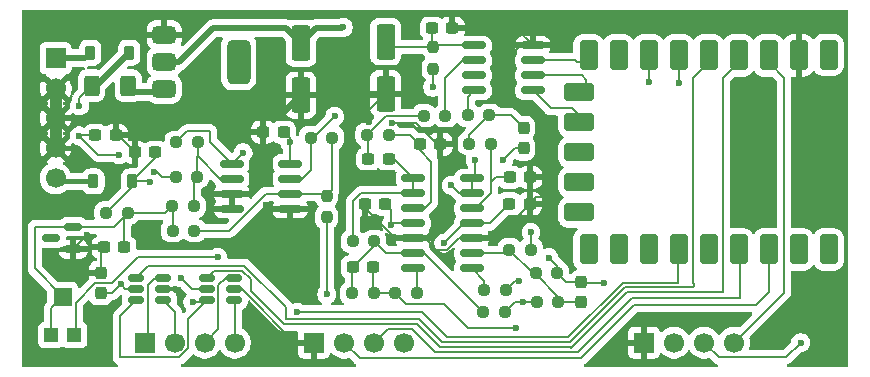
<source format=gtl>
%TF.GenerationSoftware,KiCad,Pcbnew,9.0.6*%
%TF.CreationDate,2025-12-01T20:52:41-05:00*%
%TF.ProjectId,Pico 2HP,5069636f-2032-4485-902e-6b696361645f,rev?*%
%TF.SameCoordinates,Original*%
%TF.FileFunction,Copper,L1,Top*%
%TF.FilePolarity,Positive*%
%FSLAX46Y46*%
G04 Gerber Fmt 4.6, Leading zero omitted, Abs format (unit mm)*
G04 Created by KiCad (PCBNEW 9.0.6) date 2025-12-01 20:52:41*
%MOMM*%
%LPD*%
G01*
G04 APERTURE LIST*
G04 Aperture macros list*
%AMRoundRect*
0 Rectangle with rounded corners*
0 $1 Rounding radius*
0 $2 $3 $4 $5 $6 $7 $8 $9 X,Y pos of 4 corners*
0 Add a 4 corners polygon primitive as box body*
4,1,4,$2,$3,$4,$5,$6,$7,$8,$9,$2,$3,0*
0 Add four circle primitives for the rounded corners*
1,1,$1+$1,$2,$3*
1,1,$1+$1,$4,$5*
1,1,$1+$1,$6,$7*
1,1,$1+$1,$8,$9*
0 Add four rect primitives between the rounded corners*
20,1,$1+$1,$2,$3,$4,$5,0*
20,1,$1+$1,$4,$5,$6,$7,0*
20,1,$1+$1,$6,$7,$8,$9,0*
20,1,$1+$1,$8,$9,$2,$3,0*%
G04 Aperture macros list end*
%TA.AperFunction,SMDPad,CuDef*%
%ADD10RoundRect,0.150000X-0.825000X-0.150000X0.825000X-0.150000X0.825000X0.150000X-0.825000X0.150000X0*%
%TD*%
%TA.AperFunction,SMDPad,CuDef*%
%ADD11RoundRect,0.237500X-0.250000X-0.237500X0.250000X-0.237500X0.250000X0.237500X-0.250000X0.237500X0*%
%TD*%
%TA.AperFunction,ComponentPad*%
%ADD12R,1.700000X1.700000*%
%TD*%
%TA.AperFunction,ComponentPad*%
%ADD13C,1.700000*%
%TD*%
%TA.AperFunction,SMDPad,CuDef*%
%ADD14RoundRect,0.250000X-0.550000X1.250000X-0.550000X-1.250000X0.550000X-1.250000X0.550000X1.250000X0*%
%TD*%
%TA.AperFunction,SMDPad,CuDef*%
%ADD15RoundRect,0.150000X0.825000X0.150000X-0.825000X0.150000X-0.825000X-0.150000X0.825000X-0.150000X0*%
%TD*%
%TA.AperFunction,SMDPad,CuDef*%
%ADD16RoundRect,0.237500X0.250000X0.237500X-0.250000X0.237500X-0.250000X-0.237500X0.250000X-0.237500X0*%
%TD*%
%TA.AperFunction,SMDPad,CuDef*%
%ADD17RoundRect,0.237500X-0.300000X-0.237500X0.300000X-0.237500X0.300000X0.237500X-0.300000X0.237500X0*%
%TD*%
%TA.AperFunction,SMDPad,CuDef*%
%ADD18RoundRect,0.237500X0.237500X-0.300000X0.237500X0.300000X-0.237500X0.300000X-0.237500X-0.300000X0*%
%TD*%
%TA.AperFunction,SMDPad,CuDef*%
%ADD19RoundRect,0.237500X0.300000X0.237500X-0.300000X0.237500X-0.300000X-0.237500X0.300000X-0.237500X0*%
%TD*%
%TA.AperFunction,SMDPad,CuDef*%
%ADD20RoundRect,0.250000X-0.400000X-0.625000X0.400000X-0.625000X0.400000X0.625000X-0.400000X0.625000X0*%
%TD*%
%TA.AperFunction,SMDPad,CuDef*%
%ADD21R,1.200000X1.200000*%
%TD*%
%TA.AperFunction,SMDPad,CuDef*%
%ADD22R,1.600000X1.500000*%
%TD*%
%TA.AperFunction,SMDPad,CuDef*%
%ADD23RoundRect,0.150000X0.587500X0.150000X-0.587500X0.150000X-0.587500X-0.150000X0.587500X-0.150000X0*%
%TD*%
%TA.AperFunction,SMDPad,CuDef*%
%ADD24RoundRect,0.150000X0.512500X0.150000X-0.512500X0.150000X-0.512500X-0.150000X0.512500X-0.150000X0*%
%TD*%
%TA.AperFunction,SMDPad,CuDef*%
%ADD25RoundRect,0.237500X-0.237500X0.300000X-0.237500X-0.300000X0.237500X-0.300000X0.237500X0.300000X0*%
%TD*%
%TA.AperFunction,SMDPad,CuDef*%
%ADD26RoundRect,0.225000X0.225000X0.375000X-0.225000X0.375000X-0.225000X-0.375000X0.225000X-0.375000X0*%
%TD*%
%TA.AperFunction,SMDPad,CuDef*%
%ADD27RoundRect,0.237500X-0.237500X0.250000X-0.237500X-0.250000X0.237500X-0.250000X0.237500X0.250000X0*%
%TD*%
%TA.AperFunction,SMDPad,CuDef*%
%ADD28RoundRect,0.237500X0.237500X-0.250000X0.237500X0.250000X-0.237500X0.250000X-0.237500X-0.250000X0*%
%TD*%
%TA.AperFunction,ComponentPad*%
%ADD29RoundRect,0.400000X-0.400000X0.900000X-0.400000X-0.900000X0.400000X-0.900000X0.400000X0.900000X0*%
%TD*%
%TA.AperFunction,ComponentPad*%
%ADD30RoundRect,0.400050X-0.400050X0.899950X-0.400050X-0.899950X0.400050X-0.899950X0.400050X0.899950X0*%
%TD*%
%TA.AperFunction,ComponentPad*%
%ADD31RoundRect,0.400000X-0.900000X0.400000X-0.900000X-0.400000X0.900000X-0.400000X0.900000X0.400000X0*%
%TD*%
%TA.AperFunction,ComponentPad*%
%ADD32RoundRect,0.393700X-0.906300X0.393700X-0.906300X-0.393700X0.906300X-0.393700X0.906300X0.393700X0*%
%TD*%
%TA.AperFunction,SMDPad,CuDef*%
%ADD33RoundRect,0.375000X-0.625000X-0.375000X0.625000X-0.375000X0.625000X0.375000X-0.625000X0.375000X0*%
%TD*%
%TA.AperFunction,SMDPad,CuDef*%
%ADD34RoundRect,0.500000X-0.500000X-1.400000X0.500000X-1.400000X0.500000X1.400000X-0.500000X1.400000X0*%
%TD*%
%TA.AperFunction,SMDPad,CuDef*%
%ADD35RoundRect,0.225000X-0.225000X-0.375000X0.225000X-0.375000X0.225000X0.375000X-0.225000X0.375000X0*%
%TD*%
%TA.AperFunction,ViaPad*%
%ADD36C,0.600000*%
%TD*%
%TA.AperFunction,Conductor*%
%ADD37C,0.200000*%
%TD*%
%TA.AperFunction,Conductor*%
%ADD38C,1.000000*%
%TD*%
%TA.AperFunction,Conductor*%
%ADD39C,0.500000*%
%TD*%
%TA.AperFunction,Conductor*%
%ADD40C,0.400000*%
%TD*%
G04 APERTURE END LIST*
D10*
%TO.P,U7,1*%
%TO.N,Net-(RZ1-GP26)*%
X92800000Y-63340000D03*
%TO.P,U7,2,-*%
%TO.N,Net-(U7A--)*%
X92800000Y-64610000D03*
%TO.P,U7,3,+*%
%TO.N,GND*%
X92800000Y-65880000D03*
%TO.P,U7,4,V-*%
X92800000Y-67150000D03*
%TO.P,U7,5,+*%
X97750000Y-67150000D03*
%TO.P,U7,6,-*%
%TO.N,Net-(U7B--)*%
X97750000Y-65880000D03*
%TO.P,U7,7*%
%TO.N,Net-(RZ1-GP27)*%
X97750000Y-64610000D03*
%TO.P,U7,8,V+*%
%TO.N,+3.3V*%
X97750000Y-63340000D03*
%TD*%
D11*
%TO.P,R2,1*%
%TO.N,-12V*%
X82150000Y-67500000D03*
%TO.P,R2,2*%
%TO.N,-10V*%
X83975000Y-67500000D03*
%TD*%
%TO.P,R14,1*%
%TO.N,Net-(U6A--)*%
X118525000Y-72600000D03*
%TO.P,R14,2*%
%TO.N,Net-(JP1-A)*%
X120350000Y-72600000D03*
%TD*%
D12*
%TO.P,J2,1,Pin_1*%
%TO.N,GND*%
X99750000Y-78475000D03*
D13*
%TO.P,J2,2,Pin_2*%
%TO.N,Net-(J2-Pin_2)*%
X102290000Y-78475000D03*
%TO.P,J2,3,Pin_3*%
%TO.N,Net-(J2-Pin_3)*%
X104830000Y-78475000D03*
%TO.P,J2,4,Pin_4*%
%TO.N,Net-(J2-Pin_4)*%
X107370000Y-78475000D03*
%TD*%
D14*
%TO.P,C6,1*%
%TO.N,+3.3VA*%
X105825000Y-53000000D03*
%TO.P,C6,2*%
%TO.N,GND*%
X105825000Y-57400000D03*
%TD*%
D15*
%TO.P,U6,1*%
%TO.N,Net-(R18-Pad1)*%
X113100000Y-72195000D03*
%TO.P,U6,2,-*%
%TO.N,Net-(U6A--)*%
X113100000Y-70925000D03*
%TO.P,U6,3,+*%
%TO.N,GND*%
X113100000Y-69655000D03*
%TO.P,U6,4,V+*%
%TO.N,+12V*%
X113100000Y-68385000D03*
%TO.P,U6,5,+*%
%TO.N,Net-(U6B-+)*%
X113100000Y-67115000D03*
%TO.P,U6,6,-*%
%TO.N,Net-(U6B--)*%
X113100000Y-65845000D03*
%TO.P,U6,7*%
X113100000Y-64575000D03*
%TO.P,U6,8*%
%TO.N,Net-(U6C--)*%
X108150000Y-64575000D03*
%TO.P,U6,9,-*%
X108150000Y-65845000D03*
%TO.P,U6,10,+*%
%TO.N,Net-(U6C-+)*%
X108150000Y-67115000D03*
%TO.P,U6,11,V-*%
%TO.N,-12V*%
X108150000Y-68385000D03*
%TO.P,U6,12,+*%
%TO.N,GND*%
X108150000Y-69655000D03*
%TO.P,U6,13,-*%
%TO.N,Net-(U6D--)*%
X108150000Y-70925000D03*
%TO.P,U6,14*%
%TO.N,Net-(R19-Pad1)*%
X108150000Y-72195000D03*
%TD*%
D16*
%TO.P,R19,1*%
%TO.N,Net-(R19-Pad1)*%
X108475000Y-74275000D03*
%TO.P,R19,2*%
%TO.N,Net-(J3-Pin_2)*%
X106650000Y-74275000D03*
%TD*%
D17*
%TO.P,C15,1*%
%TO.N,+12V*%
X116300000Y-66725000D03*
%TO.P,C15,2*%
%TO.N,GND*%
X118025000Y-66725000D03*
%TD*%
D16*
%TO.P,R16,1*%
%TO.N,Net-(U6B--)*%
X118125000Y-70600000D03*
%TO.P,R16,2*%
%TO.N,Net-(U6A--)*%
X116300000Y-70600000D03*
%TD*%
%TO.P,R21,1*%
%TO.N,Net-(R20-Pad1)*%
X115900000Y-75900000D03*
%TO.P,R21,2*%
%TO.N,Net-(U6D--)*%
X114075000Y-75900000D03*
%TD*%
D11*
%TO.P,R13,1*%
%TO.N,Net-(C10-Pad1)*%
X112912500Y-61625000D03*
%TO.P,R13,2*%
%TO.N,Net-(U6B-+)*%
X114737500Y-61625000D03*
%TD*%
D18*
%TO.P,C16,1*%
%TO.N,Net-(U6A--)*%
X122400000Y-75075000D03*
%TO.P,C16,2*%
%TO.N,Net-(JP1-A)*%
X122400000Y-73350000D03*
%TD*%
D19*
%TO.P,C11,1*%
%TO.N,GND*%
X118050000Y-64475000D03*
%TO.P,C11,2*%
%TO.N,Net-(U6B-+)*%
X116325000Y-64475000D03*
%TD*%
D11*
%TO.P,R18,1*%
%TO.N,Net-(R18-Pad1)*%
X114150000Y-74050000D03*
%TO.P,R18,2*%
%TO.N,Net-(JP1-A)*%
X115975000Y-74050000D03*
%TD*%
D20*
%TO.P,R1,1*%
%TO.N,+12V*%
X80925000Y-56725000D03*
%TO.P,R1,2*%
%TO.N,Net-(U3-VI)*%
X84025000Y-56725000D03*
%TD*%
D11*
%TO.P,R4,1*%
%TO.N,Net-(RZ1-GP26)*%
X88100000Y-61525000D03*
%TO.P,R4,2*%
%TO.N,Net-(U7A--)*%
X89925000Y-61525000D03*
%TD*%
D14*
%TO.P,C3,1*%
%TO.N,+5V*%
X98650000Y-53125000D03*
%TO.P,C3,2*%
%TO.N,GND*%
X98650000Y-57525000D03*
%TD*%
D11*
%TO.P,R15,1*%
%TO.N,Net-(U6D--)*%
X102975000Y-74300000D03*
%TO.P,R15,2*%
%TO.N,Net-(J3-Pin_2)*%
X104800000Y-74300000D03*
%TD*%
D21*
%TO.P,RV1,1,1*%
%TO.N,-10V*%
X77475000Y-77825000D03*
D22*
%TO.P,RV1,2,2*%
X78475000Y-74575000D03*
D21*
%TO.P,RV1,3,3*%
%TO.N,Net-(R20-Pad1)*%
X79475000Y-77825000D03*
%TD*%
D23*
%TO.P,U4,1,K*%
%TO.N,GND*%
X79375000Y-70575000D03*
%TO.P,U4,2,A*%
%TO.N,-10V*%
X79375000Y-68675000D03*
%TO.P,U4,3,NC*%
%TO.N,unconnected-(U4-NC-Pad3)*%
X77500000Y-69625000D03*
%TD*%
D16*
%TO.P,R10,1*%
%TO.N,Net-(U5-LCH)*%
X110875000Y-59275000D03*
%TO.P,R10,2*%
%TO.N,Net-(C9-Pad1)*%
X109050000Y-59275000D03*
%TD*%
%TO.P,R9,1*%
%TO.N,Net-(U7B--)*%
X89625000Y-69000000D03*
%TO.P,R9,2*%
%TO.N,-10V*%
X87800000Y-69000000D03*
%TD*%
D18*
%TO.P,C12,1*%
%TO.N,+3.3V*%
X81700000Y-74275000D03*
%TO.P,C12,2*%
%TO.N,GND*%
X81700000Y-72550000D03*
%TD*%
D11*
%TO.P,R12,1*%
%TO.N,Net-(U5-RCH)*%
X112787500Y-59225000D03*
%TO.P,R12,2*%
%TO.N,Net-(C10-Pad1)*%
X114612500Y-59225000D03*
%TD*%
%TO.P,R20,1*%
%TO.N,Net-(R20-Pad1)*%
X118625000Y-75050000D03*
%TO.P,R20,2*%
%TO.N,Net-(U6A--)*%
X120450000Y-75050000D03*
%TD*%
%TO.P,R11,1*%
%TO.N,Net-(C9-Pad1)*%
X104250000Y-60875000D03*
%TO.P,R11,2*%
%TO.N,Net-(U6C-+)*%
X106075000Y-60875000D03*
%TD*%
D24*
%TO.P,U1,1*%
%TO.N,Net-(J1-Pin_4)*%
X92975000Y-74875000D03*
%TO.P,U1,2,GND*%
%TO.N,GND*%
X92975000Y-73925000D03*
%TO.P,U1,3*%
%TO.N,Net-(J1-Pin_3)*%
X92975000Y-72975000D03*
%TO.P,U1,4*%
%TO.N,Net-(RZ1-GP29)*%
X90700000Y-72975000D03*
%TO.P,U1,5,VCC*%
%TO.N,+3.3V*%
X90700000Y-73925000D03*
%TO.P,U1,6*%
%TO.N,Net-(RZ1-GP5)*%
X90700000Y-74875000D03*
%TD*%
D19*
%TO.P,C13,1*%
%TO.N,+3.3V*%
X97175000Y-60650000D03*
%TO.P,C13,2*%
%TO.N,GND*%
X95450000Y-60650000D03*
%TD*%
D17*
%TO.P,C2,1*%
%TO.N,GND*%
X84600000Y-62375000D03*
%TO.P,C2,2*%
%TO.N,-12V*%
X86325000Y-62375000D03*
%TD*%
D15*
%TO.P,U5,1,BCLK*%
%TO.N,Net-(RZ1-GP12)*%
X118275000Y-57122500D03*
%TO.P,U5,2,WS*%
%TO.N,Net-(RZ1-GP13)*%
X118275000Y-55852500D03*
%TO.P,U5,3,DIN*%
%TO.N,Net-(RZ1-GP14)*%
X118275000Y-54582500D03*
%TO.P,U5,4,GND*%
%TO.N,GND*%
X118275000Y-53312500D03*
%TO.P,U5,5,VCC*%
%TO.N,+3.3VA*%
X113325000Y-53312500D03*
%TO.P,U5,6,LCH*%
%TO.N,Net-(U5-LCH)*%
X113325000Y-54582500D03*
%TO.P,U5,7,N.C.*%
%TO.N,unconnected-(U5-N.C.-Pad7)*%
X113325000Y-55852500D03*
%TO.P,U5,8,RCH*%
%TO.N,Net-(U5-RCH)*%
X113325000Y-57122500D03*
%TD*%
D19*
%TO.P,C8,1*%
%TO.N,GND*%
X110450000Y-61675000D03*
%TO.P,C8,2*%
%TO.N,Net-(U6C-+)*%
X108725000Y-61675000D03*
%TD*%
D25*
%TO.P,C10,1*%
%TO.N,Net-(C10-Pad1)*%
X117500000Y-60300000D03*
%TO.P,C10,2*%
%TO.N,Net-(U6B--)*%
X117500000Y-62025000D03*
%TD*%
D26*
%TO.P,D2,1,K*%
%TO.N,+12V*%
X84100000Y-53925000D03*
%TO.P,D2,2,A*%
%TO.N,Net-(D2-A)*%
X80800000Y-53925000D03*
%TD*%
D17*
%TO.P,C9,1*%
%TO.N,Net-(C9-Pad1)*%
X104350000Y-62925000D03*
%TO.P,C9,2*%
%TO.N,Net-(U6C--)*%
X106075000Y-62925000D03*
%TD*%
D12*
%TO.P,J4,1,Pin_1*%
%TO.N,Net-(D2-A)*%
X77875000Y-54400000D03*
D13*
%TO.P,J4,2,Pin_2*%
%TO.N,GND*%
X77875000Y-56940000D03*
%TO.P,J4,3,Pin_3*%
X77875000Y-59480000D03*
%TO.P,J4,4,Pin_4*%
X77875000Y-62020000D03*
%TO.P,J4,5,Pin_5*%
%TO.N,Net-(D1-K)*%
X77875000Y-64560000D03*
%TD*%
D27*
%TO.P,R8,1*%
%TO.N,Net-(U7B--)*%
X100825000Y-66025000D03*
%TO.P,R8,2*%
%TO.N,Net-(JP1-B)*%
X100825000Y-67850000D03*
%TD*%
D28*
%TO.P,R3,1*%
%TO.N,+3.3V*%
X109850000Y-55275000D03*
%TO.P,R3,2*%
%TO.N,+3.3VA*%
X109850000Y-53450000D03*
%TD*%
D17*
%TO.P,C7,1*%
%TO.N,+3.3VA*%
X109750000Y-51850000D03*
%TO.P,C7,2*%
%TO.N,GND*%
X111475000Y-51850000D03*
%TD*%
D12*
%TO.P,J1,1,Pin_1*%
%TO.N,Net-(J1-Pin_1)*%
X85425000Y-78475000D03*
D13*
%TO.P,J1,2,Pin_2*%
%TO.N,Net-(J1-Pin_2)*%
X87965000Y-78475000D03*
%TO.P,J1,3,Pin_3*%
%TO.N,Net-(J1-Pin_3)*%
X90505000Y-78475000D03*
%TO.P,J1,4,Pin_4*%
%TO.N,Net-(J1-Pin_4)*%
X93045000Y-78475000D03*
%TD*%
D29*
%TO.P,RZ1,1,GP0*%
%TO.N,unconnected-(RZ1-GP0-Pad1)*%
X143335000Y-70590000D03*
%TO.P,RZ1,2,GP1*%
%TO.N,unconnected-(RZ1-GP1-Pad2)*%
X140795000Y-70590000D03*
%TO.P,RZ1,3,GP2*%
%TO.N,Net-(J2-Pin_2)*%
X138255000Y-70590000D03*
%TO.P,RZ1,4,GP3*%
%TO.N,Net-(J2-Pin_3)*%
X135715000Y-70590000D03*
%TO.P,RZ1,5,GP4*%
%TO.N,unconnected-(RZ1-GP4-Pad5)*%
X133175000Y-70590000D03*
D30*
%TO.P,RZ1,6,GP5*%
%TO.N,Net-(RZ1-GP5)*%
X130635000Y-70590000D03*
%TO.P,RZ1,7,GP6*%
%TO.N,unconnected-(RZ1-GP6-Pad7)*%
X128095000Y-70590000D03*
%TO.P,RZ1,8,GP7*%
%TO.N,unconnected-(RZ1-GP7-Pad8)*%
X125555000Y-70590000D03*
%TO.P,RZ1,9,GP8*%
%TO.N,unconnected-(RZ1-GP8-Pad9)*%
X123015000Y-70590000D03*
D31*
%TO.P,RZ1,10,GP9*%
%TO.N,unconnected-(RZ1-GP9-Pad10)*%
X122205000Y-67450000D03*
D32*
%TO.P,RZ1,11,GP10*%
%TO.N,unconnected-(RZ1-GP10-Pad11)*%
X122205000Y-64910000D03*
%TO.P,RZ1,12,GP11*%
%TO.N,unconnected-(RZ1-GP11-Pad12)*%
X122205000Y-62370000D03*
%TO.P,RZ1,13,GP12*%
%TO.N,Net-(RZ1-GP12)*%
X122205000Y-59830000D03*
%TO.P,RZ1,14,GP13*%
%TO.N,Net-(RZ1-GP13)*%
X122205000Y-57290000D03*
D30*
%TO.P,RZ1,15,GP14*%
%TO.N,Net-(RZ1-GP14)*%
X123015000Y-54150000D03*
%TO.P,RZ1,16,GP15*%
%TO.N,unconnected-(RZ1-GP15-Pad16)*%
X125555000Y-54150000D03*
%TO.P,RZ1,17,GP26*%
%TO.N,Net-(RZ1-GP26)*%
X128095000Y-54150000D03*
%TO.P,RZ1,18,GP27*%
%TO.N,Net-(RZ1-GP27)*%
X130635000Y-54150000D03*
%TO.P,RZ1,19,GP28*%
%TO.N,Net-(RZ1-GP28)*%
X133175000Y-54150000D03*
%TO.P,RZ1,20,GP29*%
%TO.N,Net-(RZ1-GP29)*%
X135715000Y-54150000D03*
%TO.P,RZ1,21,3V3*%
%TO.N,+3.3V*%
X138255000Y-54150000D03*
%TO.P,RZ1,22,GND*%
%TO.N,GND*%
X140795000Y-54150000D03*
%TO.P,RZ1,23,5V*%
%TO.N,+5V*%
X143335000Y-54110000D03*
%TD*%
D24*
%TO.P,U2,1*%
%TO.N,Net-(J1-Pin_2)*%
X86975000Y-74875000D03*
%TO.P,U2,2,GND*%
%TO.N,GND*%
X86975000Y-73925000D03*
%TO.P,U2,3*%
%TO.N,Net-(J1-Pin_1)*%
X86975000Y-72975000D03*
%TO.P,U2,4*%
%TO.N,Net-(RZ1-GP28)*%
X84700000Y-72975000D03*
%TO.P,U2,5,VCC*%
%TO.N,+3.3V*%
X84700000Y-73925000D03*
%TO.P,U2,6*%
%TO.N,Net-(RZ1-GP5)*%
X84700000Y-74875000D03*
%TD*%
D33*
%TO.P,U3,1,GND*%
%TO.N,GND*%
X87075000Y-52412500D03*
%TO.P,U3,2,VO*%
%TO.N,+5V*%
X87075000Y-54712500D03*
D34*
X93375000Y-54712500D03*
D33*
%TO.P,U3,3,VI*%
%TO.N,Net-(U3-VI)*%
X87075000Y-57012500D03*
%TD*%
D11*
%TO.P,R5,1*%
%TO.N,Net-(RZ1-GP27)*%
X99475000Y-61125000D03*
%TO.P,R5,2*%
%TO.N,Net-(U7B--)*%
X101300000Y-61125000D03*
%TD*%
D17*
%TO.P,C1,1*%
%TO.N,+12V*%
X81250000Y-60925000D03*
%TO.P,C1,2*%
%TO.N,GND*%
X82975000Y-60925000D03*
%TD*%
D16*
%TO.P,R7,1*%
%TO.N,Net-(U7A--)*%
X89600000Y-66900000D03*
%TO.P,R7,2*%
%TO.N,-10V*%
X87775000Y-66900000D03*
%TD*%
D11*
%TO.P,R17,1*%
%TO.N,Net-(U6C--)*%
X103025000Y-69900000D03*
%TO.P,R17,2*%
%TO.N,Net-(U6D--)*%
X104850000Y-69900000D03*
%TD*%
D19*
%TO.P,C14,1*%
%TO.N,-12V*%
X105800000Y-66775000D03*
%TO.P,C14,2*%
%TO.N,GND*%
X104075000Y-66775000D03*
%TD*%
D17*
%TO.P,C17,1*%
%TO.N,Net-(U6D--)*%
X103050000Y-72075000D03*
%TO.P,C17,2*%
%TO.N,Net-(J3-Pin_2)*%
X104775000Y-72075000D03*
%TD*%
D12*
%TO.P,J3,1,Pin_1*%
%TO.N,GND*%
X127700000Y-78475000D03*
D13*
%TO.P,J3,2,Pin_2*%
%TO.N,Net-(J3-Pin_2)*%
X130240000Y-78475000D03*
%TO.P,J3,3,Pin_3*%
%TO.N,Net-(J3-Pin_3)*%
X132780000Y-78475000D03*
%TO.P,J3,4,Pin_4*%
%TO.N,+3.3V*%
X135320000Y-78475000D03*
%TD*%
D35*
%TO.P,D1,1,K*%
%TO.N,Net-(D1-K)*%
X81075000Y-64825000D03*
%TO.P,D1,2,A*%
%TO.N,-12V*%
X84375000Y-64825000D03*
%TD*%
D17*
%TO.P,C4,1*%
%TO.N,GND*%
X81962500Y-70400000D03*
%TO.P,C4,2*%
%TO.N,-10V*%
X83687500Y-70400000D03*
%TD*%
D16*
%TO.P,R6,1*%
%TO.N,Net-(U7A--)*%
X89875000Y-64425000D03*
%TO.P,R6,2*%
%TO.N,Net-(J2-Pin_4)*%
X88050000Y-64425000D03*
%TD*%
D36*
%TO.N,GND*%
X138600000Y-66000000D03*
X141050000Y-58350000D03*
X104425000Y-59825000D03*
X130775000Y-76400000D03*
X95275000Y-65000000D03*
X141000000Y-66625000D03*
X88175000Y-74000000D03*
X95675000Y-66850000D03*
X115850000Y-56450000D03*
X96700000Y-55325000D03*
X82575000Y-58200000D03*
X80575000Y-69325000D03*
X85700000Y-69250000D03*
X77500000Y-51225000D03*
X106378094Y-59897677D03*
X120225000Y-69375000D03*
X143450000Y-78925000D03*
X90250000Y-55850000D03*
X102825000Y-64650000D03*
X96150000Y-78875000D03*
X111025000Y-67025000D03*
X80000000Y-62325000D03*
X81575000Y-77025000D03*
X119700000Y-66175000D03*
X77450000Y-67075000D03*
X115900000Y-54675000D03*
X97550000Y-70225000D03*
X111750000Y-63200000D03*
X75825000Y-78200000D03*
X107400000Y-57225000D03*
X90925000Y-65875000D03*
%TO.N,+12V*%
X79900000Y-58450000D03*
X110750000Y-70050000D03*
X79875000Y-60975000D03*
X83275000Y-62575000D03*
%TO.N,-12V*%
X85900000Y-64900000D03*
X106300000Y-68475000D03*
%TO.N,+5V*%
X102225000Y-51775000D03*
%TO.N,+3.3V*%
X83375000Y-73550000D03*
X109800000Y-56850000D03*
X88500000Y-72975000D03*
X97700000Y-61525000D03*
%TO.N,Net-(JP1-A)*%
X124350000Y-73400000D03*
X117125000Y-73225000D03*
X119650000Y-71275000D03*
%TO.N,Net-(U6B--)*%
X115800000Y-63000000D03*
X113400000Y-63025000D03*
X111375000Y-65150000D03*
X118125000Y-69125000D03*
%TO.N,Net-(J3-Pin_2)*%
X116850000Y-77225000D03*
%TO.N,Net-(J2-Pin_4)*%
X86175000Y-64000000D03*
%TO.N,Net-(J3-Pin_3)*%
X140950000Y-78475000D03*
%TO.N,Net-(RZ1-GP26)*%
X93750000Y-62400000D03*
X128100000Y-56450000D03*
%TO.N,Net-(RZ1-GP27)*%
X101500000Y-59325000D03*
X130650000Y-56475000D03*
%TO.N,Net-(JP1-B)*%
X100825000Y-74400000D03*
%TO.N,Net-(R20-Pad1)*%
X91625000Y-71225000D03*
X117475000Y-75050000D03*
%TO.N,Net-(RZ1-GP5)*%
X89500000Y-75050000D03*
X98325000Y-75909200D03*
%TD*%
D37*
%TO.N,GND*%
X108150000Y-69655000D02*
X106625532Y-69655000D01*
X94395000Y-65880000D02*
X92800000Y-65880000D01*
X117262500Y-53312500D02*
X115900000Y-54675000D01*
X111999468Y-69655000D02*
X111000268Y-70654200D01*
D38*
X77875000Y-59480000D02*
X77875000Y-62020000D01*
D37*
X80575000Y-69375000D02*
X79375000Y-70575000D01*
X109124999Y-69655000D02*
X108150000Y-69655000D01*
X86975000Y-73925000D02*
X88100000Y-73925000D01*
D39*
X77875000Y-59480000D02*
X83025000Y-59480000D01*
D37*
X110189840Y-61675000D02*
X108412517Y-59897677D01*
X119700000Y-66175000D02*
X118575000Y-66175000D01*
X110450000Y-61675000D02*
X110450000Y-68329999D01*
D39*
X76437500Y-52412500D02*
X75925000Y-52925000D01*
D37*
X93637499Y-73925000D02*
X98187499Y-78475000D01*
X113100000Y-69655000D02*
X111999468Y-69655000D01*
X84600000Y-62375000D02*
X83150000Y-60925000D01*
D38*
X77875000Y-56940000D02*
X77875000Y-59480000D01*
D37*
X92800000Y-67150000D02*
X92800000Y-65880000D01*
X95275000Y-65000000D02*
X94395000Y-65880000D01*
X104075000Y-67104468D02*
X104075000Y-66775000D01*
X110450000Y-61675000D02*
X110189840Y-61675000D01*
X95275000Y-65000000D02*
X95275000Y-59530000D01*
X81700000Y-70662500D02*
X81962500Y-70400000D01*
X82975000Y-60925000D02*
X82975000Y-59530000D01*
X106000000Y-57225000D02*
X105700000Y-57525000D01*
X118275000Y-53312500D02*
X117262500Y-53312500D01*
X95450000Y-60650000D02*
X95450000Y-59605000D01*
X113100000Y-69655000D02*
X115095000Y-69655000D01*
X81700000Y-72550000D02*
X81700000Y-70662500D01*
X79695000Y-62020000D02*
X80000000Y-62325000D01*
D39*
X87075000Y-52412500D02*
X76437500Y-52412500D01*
D37*
X106625532Y-69655000D02*
X104075000Y-67104468D01*
X82975000Y-59530000D02*
X83025000Y-59480000D01*
X115095000Y-69655000D02*
X118025000Y-66725000D01*
X95450000Y-59605000D02*
X95325000Y-59480000D01*
D39*
X75925000Y-56150000D02*
X77085000Y-56150000D01*
D37*
X118575000Y-66175000D02*
X118025000Y-66725000D01*
X105700000Y-57525000D02*
X105825000Y-57400000D01*
X83150000Y-60925000D02*
X82975000Y-60925000D01*
X97750000Y-67150000D02*
X95975000Y-67150000D01*
X88100000Y-73925000D02*
X88175000Y-74000000D01*
X116812500Y-51850000D02*
X118275000Y-53312500D01*
X111475000Y-51850000D02*
X116812500Y-51850000D01*
D39*
X77085000Y-56150000D02*
X77875000Y-56940000D01*
D40*
X77875000Y-62020000D02*
X79695000Y-62020000D01*
D37*
X80575000Y-69325000D02*
X80575000Y-69375000D01*
X81962500Y-70400000D02*
X79550000Y-70400000D01*
X111000268Y-70654200D02*
X110124199Y-70654200D01*
X95975000Y-67150000D02*
X95675000Y-66850000D01*
D39*
X75925000Y-52925000D02*
X75925000Y-56150000D01*
D37*
X118050000Y-64475000D02*
X118050000Y-66700000D01*
X92975000Y-73925000D02*
X93637499Y-73925000D01*
D39*
X98650000Y-57525000D02*
X105700000Y-57525000D01*
D37*
X79550000Y-70400000D02*
X79375000Y-70575000D01*
X118050000Y-66700000D02*
X118025000Y-66725000D01*
X107400000Y-57225000D02*
X106000000Y-57225000D01*
X104425000Y-59825000D02*
X104425000Y-58800000D01*
D39*
X95325000Y-59480000D02*
X96695000Y-59480000D01*
X83025000Y-59480000D02*
X95325000Y-59480000D01*
D37*
X104425000Y-58800000D02*
X105700000Y-57525000D01*
X108412517Y-59897677D02*
X106378094Y-59897677D01*
X98187499Y-78475000D02*
X99750000Y-78475000D01*
X110450000Y-68329999D02*
X109124999Y-69655000D01*
X110124199Y-70654200D02*
X109124999Y-69655000D01*
D39*
X96695000Y-59480000D02*
X98650000Y-57525000D01*
D37*
X95275000Y-59530000D02*
X95325000Y-59480000D01*
%TO.N,+12V*%
X114640000Y-68385000D02*
X113100000Y-68385000D01*
X116300000Y-66725000D02*
X114640000Y-68385000D01*
X113100000Y-68385000D02*
X112415000Y-68385000D01*
X112415000Y-68385000D02*
X110750000Y-70050000D01*
X79925000Y-60925000D02*
X79875000Y-60975000D01*
D39*
X84100000Y-53925000D02*
X80950000Y-57075000D01*
D37*
X81250000Y-60925000D02*
X79925000Y-60925000D01*
X80950000Y-57075000D02*
X80950000Y-57275000D01*
X81475000Y-62575000D02*
X79875000Y-60975000D01*
X79900000Y-57750000D02*
X79900000Y-58450000D01*
X80925000Y-56725000D02*
X79900000Y-57750000D01*
X83275000Y-62575000D02*
X81475000Y-62575000D01*
%TO.N,-12V*%
X84375000Y-64825000D02*
X85825000Y-64825000D01*
X86325000Y-62875000D02*
X84375000Y-64825000D01*
X86325000Y-62375000D02*
X86325000Y-62875000D01*
X106300000Y-67275000D02*
X105800000Y-66775000D01*
X82150000Y-67500000D02*
X84375000Y-65275000D01*
X84375000Y-65275000D02*
X84375000Y-64825000D01*
X108150000Y-68385000D02*
X106535000Y-68385000D01*
X106535000Y-68385000D02*
X106500000Y-68350000D01*
X106500000Y-68350000D02*
X106425000Y-68350000D01*
X106300000Y-68475000D02*
X106300000Y-67275000D01*
X85825000Y-64825000D02*
X85900000Y-64900000D01*
X106425000Y-68350000D02*
X106300000Y-68475000D01*
D39*
%TO.N,+5V*%
X98650000Y-53125000D02*
X97375000Y-51850000D01*
X88362500Y-54712500D02*
X87075000Y-54712500D01*
X99925000Y-51850000D02*
X98650000Y-53125000D01*
X97375000Y-51850000D02*
X91225000Y-51850000D01*
X91225000Y-51850000D02*
X88362500Y-54712500D01*
X102150000Y-51850000D02*
X99925000Y-51850000D01*
X102225000Y-51775000D02*
X102150000Y-51850000D01*
D37*
%TO.N,-10V*%
X83687500Y-70400000D02*
X83687500Y-67787500D01*
X76175000Y-68675000D02*
X76100000Y-68750000D01*
X83975000Y-67500000D02*
X87175000Y-67500000D01*
X77475000Y-77825000D02*
X77475000Y-75575000D01*
X87175000Y-67500000D02*
X87775000Y-66900000D01*
X76100000Y-68750000D02*
X76100000Y-72200000D01*
X83687500Y-67787500D02*
X83975000Y-67500000D01*
X77475000Y-75575000D02*
X78475000Y-74575000D01*
X79375000Y-68675000D02*
X82800000Y-68675000D01*
X87800000Y-66925000D02*
X87775000Y-66900000D01*
X82800000Y-68675000D02*
X83975000Y-67500000D01*
X79375000Y-68675000D02*
X76175000Y-68675000D01*
X76100000Y-72200000D02*
X78475000Y-74575000D01*
X87800000Y-69000000D02*
X87800000Y-66925000D01*
%TO.N,+3.3V*%
X139550000Y-56045000D02*
X139550000Y-74245000D01*
X90700000Y-73925000D02*
X89450000Y-73925000D01*
X139550000Y-74245000D02*
X135320000Y-78475000D01*
X109800000Y-56850000D02*
X109850000Y-56800000D01*
X83750000Y-73925000D02*
X84700000Y-73925000D01*
X97700000Y-61525000D02*
X97700000Y-61175000D01*
X97700000Y-61525000D02*
X97700000Y-63290000D01*
X81700000Y-74275000D02*
X82650000Y-74275000D01*
X83375000Y-73550000D02*
X83750000Y-73925000D01*
X97700000Y-61175000D02*
X97175000Y-60650000D01*
X97700000Y-63290000D02*
X97750000Y-63340000D01*
X138255000Y-54750000D02*
X139550000Y-56045000D01*
X89450000Y-73925000D02*
X88500000Y-72975000D01*
X82650000Y-74275000D02*
X83375000Y-73550000D01*
X109850000Y-56800000D02*
X109850000Y-55275000D01*
%TO.N,+3.3VA*%
X109750000Y-53350000D02*
X109850000Y-53450000D01*
X109987500Y-53312500D02*
X109850000Y-53450000D01*
X109750000Y-51850000D02*
X109750000Y-53350000D01*
X113325000Y-53312500D02*
X109987500Y-53312500D01*
X106275000Y-53450000D02*
X105825000Y-53000000D01*
X109850000Y-53450000D02*
X106275000Y-53450000D01*
%TO.N,Net-(U6C-+)*%
X107925000Y-60875000D02*
X108725000Y-61675000D01*
X108150000Y-67115000D02*
X109124999Y-67115000D01*
X109124999Y-67115000D02*
X109675000Y-66564999D01*
X108725000Y-62200000D02*
X108725000Y-61675000D01*
X106075000Y-60875000D02*
X107925000Y-60875000D01*
X109675000Y-66564999D02*
X109675000Y-63150000D01*
X109675000Y-63150000D02*
X108725000Y-62200000D01*
%TO.N,Net-(C9-Pad1)*%
X105850000Y-59275000D02*
X104250000Y-60875000D01*
X104350000Y-62925000D02*
X104350000Y-60975000D01*
X109050000Y-59275000D02*
X105850000Y-59275000D01*
X104350000Y-60975000D02*
X104250000Y-60875000D01*
%TO.N,Net-(U6C--)*%
X103694840Y-65845000D02*
X108150000Y-65845000D01*
X106075000Y-62925000D02*
X106500000Y-62925000D01*
X106500000Y-62925000D02*
X108150000Y-64575000D01*
X108150000Y-65845000D02*
X108150000Y-64575000D01*
X103025000Y-66514840D02*
X103694840Y-65845000D01*
X103025000Y-69900000D02*
X103025000Y-66514840D01*
%TO.N,Net-(U6A--)*%
X122400000Y-75075000D02*
X120475000Y-75075000D01*
X116300000Y-70600000D02*
X118300000Y-72600000D01*
X118525000Y-72650000D02*
X120450000Y-74575000D01*
X118525000Y-72600000D02*
X118525000Y-72650000D01*
X113100000Y-70925000D02*
X115975000Y-70925000D01*
X120450000Y-74575000D02*
X120450000Y-75050000D01*
X120475000Y-75075000D02*
X120450000Y-75050000D01*
X118300000Y-72600000D02*
X118525000Y-72600000D01*
X115975000Y-70925000D02*
X116300000Y-70600000D01*
%TO.N,Net-(C10-Pad1)*%
X112912500Y-61625000D02*
X112912500Y-60925000D01*
X114612500Y-59225000D02*
X116425000Y-59225000D01*
X116425000Y-59225000D02*
X117500000Y-60300000D01*
X112912500Y-60925000D02*
X114612500Y-59225000D01*
%TO.N,Net-(JP1-A)*%
X124350000Y-73400000D02*
X122450000Y-73400000D01*
X121100000Y-73350000D02*
X120350000Y-72600000D01*
X122450000Y-73400000D02*
X122400000Y-73350000D01*
X122400000Y-73350000D02*
X121100000Y-73350000D01*
X117125000Y-73225000D02*
X116800000Y-73225000D01*
X116800000Y-73225000D02*
X115975000Y-74050000D01*
X120350000Y-72600000D02*
X120350000Y-71975000D01*
X120350000Y-71975000D02*
X119650000Y-71275000D01*
%TO.N,Net-(U6B--)*%
X113400000Y-63025000D02*
X113400000Y-64275000D01*
X113100000Y-65845000D02*
X112070000Y-65845000D01*
X112070000Y-65845000D02*
X111375000Y-65150000D01*
X116775000Y-62025000D02*
X115800000Y-63000000D01*
X118125000Y-69125000D02*
X118125000Y-70600000D01*
X113400000Y-64275000D02*
X113100000Y-64575000D01*
X117500000Y-62025000D02*
X116775000Y-62025000D01*
X113100000Y-65845000D02*
X113100000Y-64575000D01*
%TO.N,Net-(J3-Pin_2)*%
X106650000Y-74275000D02*
X104825000Y-74275000D01*
X107573508Y-75198508D02*
X106650000Y-74275000D01*
X116850000Y-77225000D02*
X112775000Y-77225000D01*
X104825000Y-74275000D02*
X104800000Y-74300000D01*
X110748508Y-75198508D02*
X107573508Y-75198508D01*
X104775000Y-72075000D02*
X104775000Y-74275000D01*
X112775000Y-77225000D02*
X110748508Y-75198508D01*
X104775000Y-74275000D02*
X104800000Y-74300000D01*
%TO.N,Net-(U6D--)*%
X102975000Y-72150000D02*
X103050000Y-72075000D01*
X105875000Y-70925000D02*
X104850000Y-69900000D01*
X102975000Y-74300000D02*
X102975000Y-72150000D01*
X108150000Y-70925000D02*
X105875000Y-70925000D01*
X114075000Y-75900000D02*
X109100000Y-70925000D01*
X104850000Y-70275000D02*
X104850000Y-69900000D01*
X103050000Y-72075000D02*
X104850000Y-70275000D01*
X109100000Y-70925000D02*
X108150000Y-70925000D01*
%TO.N,Net-(D1-K)*%
X78140000Y-64825000D02*
X77875000Y-64560000D01*
D40*
X81075000Y-64825000D02*
X78140000Y-64825000D01*
D37*
%TO.N,Net-(D2-A)*%
X80325000Y-54400000D02*
X80800000Y-53925000D01*
D39*
X77875000Y-54400000D02*
X80325000Y-54400000D01*
D37*
%TO.N,Net-(J1-Pin_2)*%
X87965000Y-75865000D02*
X87965000Y-78475000D01*
X86975000Y-74875000D02*
X87965000Y-75865000D01*
%TO.N,Net-(J1-Pin_3)*%
X91666700Y-73620801D02*
X92312501Y-72975000D01*
X92312501Y-72975000D02*
X92975000Y-72975000D01*
X91666700Y-77313300D02*
X91666700Y-73620801D01*
X90505000Y-78475000D02*
X91666700Y-77313300D01*
%TO.N,Net-(J1-Pin_4)*%
X93045000Y-78475000D02*
X93045000Y-74945000D01*
X93045000Y-74945000D02*
X92975000Y-74875000D01*
%TO.N,Net-(J1-Pin_1)*%
X86312501Y-72975000D02*
X86975000Y-72975000D01*
X85666700Y-78233300D02*
X85666700Y-73620801D01*
X85425000Y-78475000D02*
X85666700Y-78233300D01*
X85666700Y-73620801D02*
X86312501Y-72975000D01*
%TO.N,Net-(J2-Pin_2)*%
X103615000Y-79800000D02*
X102290000Y-78475000D01*
X137175000Y-75300000D02*
X126825000Y-75300000D01*
X138255000Y-69990000D02*
X138255000Y-74220000D01*
X126825000Y-75300000D02*
X122325000Y-79800000D01*
X122325000Y-79800000D02*
X103615000Y-79800000D01*
X138255000Y-74220000D02*
X137175000Y-75300000D01*
%TO.N,Net-(J2-Pin_4)*%
X86175000Y-64000000D02*
X86450000Y-64000000D01*
X86875000Y-64425000D02*
X88050000Y-64425000D01*
X86450000Y-64000000D02*
X86875000Y-64425000D01*
%TO.N,Net-(J2-Pin_3)*%
X105984200Y-77320800D02*
X104830000Y-78475000D01*
X126650000Y-74725000D02*
X122075000Y-79300000D01*
X108020800Y-77320800D02*
X105984200Y-77320800D01*
X135850000Y-70125000D02*
X135850000Y-74725000D01*
X122075000Y-79300000D02*
X110000000Y-79300000D01*
X135715000Y-69990000D02*
X135850000Y-70125000D01*
X135850000Y-74725000D02*
X126650000Y-74725000D01*
X110000000Y-79300000D02*
X108020800Y-77320800D01*
%TO.N,Net-(J3-Pin_3)*%
X139725000Y-79700000D02*
X140950000Y-78475000D01*
X134005000Y-79700000D02*
X139725000Y-79700000D01*
X132780000Y-78475000D02*
X134005000Y-79700000D01*
D39*
%TO.N,Net-(U3-VI)*%
X84050000Y-57275000D02*
X86812500Y-57275000D01*
D37*
X86812500Y-57275000D02*
X87075000Y-57012500D01*
%TO.N,Net-(RZ1-GP26)*%
X90950000Y-61490000D02*
X90950000Y-60600000D01*
X92800000Y-63340000D02*
X90950000Y-61490000D01*
X128095000Y-54750000D02*
X128095000Y-56445000D01*
X93750000Y-62400000D02*
X93740000Y-62400000D01*
X89025000Y-60600000D02*
X88100000Y-61525000D01*
X128095000Y-56445000D02*
X128100000Y-56450000D01*
X90950000Y-60600000D02*
X89025000Y-60600000D01*
X93740000Y-62400000D02*
X92800000Y-63340000D01*
X128095000Y-54750000D02*
X128025000Y-54820000D01*
%TO.N,Net-(U7A--)*%
X89875000Y-62759999D02*
X89925000Y-62709999D01*
X89900000Y-62575000D02*
X89925000Y-62575000D01*
X91825001Y-64610000D02*
X92800000Y-64610000D01*
X89925000Y-62709999D02*
X91825001Y-64610000D01*
X89925000Y-62575000D02*
X89925000Y-62709999D01*
X89600000Y-64825000D02*
X89600000Y-66900000D01*
X89875000Y-64425000D02*
X89875000Y-64550000D01*
X89925000Y-61525000D02*
X89925000Y-62575000D01*
X89875000Y-64550000D02*
X89600000Y-64825000D01*
X89875000Y-64425000D02*
X89875000Y-62759999D01*
%TO.N,Net-(U7B--)*%
X95691492Y-65880000D02*
X97750000Y-65880000D01*
X97750000Y-65880000D02*
X100680000Y-65880000D01*
X101300000Y-61125000D02*
X101300000Y-65550000D01*
X101300000Y-65550000D02*
X100825000Y-66025000D01*
X89625000Y-69000000D02*
X92571492Y-69000000D01*
X92571492Y-69000000D02*
X95691492Y-65880000D01*
X100680000Y-65880000D02*
X100825000Y-66025000D01*
%TO.N,Net-(RZ1-GP27)*%
X98724999Y-64610000D02*
X97750000Y-64610000D01*
X101500000Y-59325000D02*
X99700000Y-61125000D01*
X99475000Y-63859999D02*
X98724999Y-64610000D01*
X130635000Y-54750000D02*
X130635000Y-56460000D01*
X130635000Y-56460000D02*
X130650000Y-56475000D01*
X99475000Y-61125000D02*
X99475000Y-63859999D01*
X99700000Y-61125000D02*
X99475000Y-61125000D01*
%TO.N,Net-(JP1-B)*%
X100825000Y-74400000D02*
X100825000Y-67850000D01*
%TO.N,Net-(U5-LCH)*%
X110875000Y-56057501D02*
X110875000Y-59275000D01*
X112350001Y-54582500D02*
X110875000Y-56057501D01*
X113325000Y-54582500D02*
X112350001Y-54582500D01*
%TO.N,Net-(U5-RCH)*%
X112787500Y-57660000D02*
X113325000Y-57122500D01*
X112787500Y-59225000D02*
X112787500Y-57660000D01*
%TO.N,Net-(R18-Pad1)*%
X114150000Y-73245000D02*
X114150000Y-74050000D01*
X113100000Y-72195000D02*
X114150000Y-73245000D01*
%TO.N,Net-(R19-Pad1)*%
X108475000Y-72520000D02*
X108475000Y-74275000D01*
X108150000Y-72195000D02*
X108475000Y-72520000D01*
%TO.N,Net-(R20-Pad1)*%
X116750000Y-75050000D02*
X115900000Y-75900000D01*
X79579200Y-75085640D02*
X79579200Y-77720800D01*
X82645532Y-73425000D02*
X81239840Y-73425000D01*
X84845532Y-71225000D02*
X82645532Y-73425000D01*
X117325000Y-75050000D02*
X116750000Y-75050000D01*
X118625000Y-75050000D02*
X117325000Y-75050000D01*
X79579200Y-77720800D02*
X79475000Y-77825000D01*
X91625000Y-71225000D02*
X84845532Y-71225000D01*
X81239840Y-73425000D02*
X79579200Y-75085640D01*
%TO.N,Net-(RZ1-GP5)*%
X90700000Y-74875000D02*
X89119200Y-76455800D01*
X121282574Y-78016600D02*
X111025000Y-78016600D01*
X83325000Y-79725000D02*
X83325000Y-76250000D01*
X130550000Y-70075000D02*
X130550000Y-73391600D01*
X83325000Y-76250000D02*
X84700000Y-74875000D01*
X89500000Y-75050000D02*
X90525000Y-75050000D01*
X88347286Y-79725000D02*
X83325000Y-79725000D01*
X125907574Y-73391600D02*
X121282574Y-78016600D01*
X130635000Y-69990000D02*
X130550000Y-70075000D01*
X89119200Y-78953086D02*
X88347286Y-79725000D01*
X111025000Y-78016600D02*
X108917600Y-75909200D01*
X90525000Y-75050000D02*
X90700000Y-74875000D01*
X89119200Y-76455800D02*
X89119200Y-78953086D01*
X108917600Y-75909200D02*
X98325000Y-75909200D01*
X130550000Y-73391600D02*
X125907574Y-73391600D01*
%TO.N,Net-(RZ1-GP12)*%
X119782500Y-58630000D02*
X118275000Y-57122500D01*
X122805000Y-59830000D02*
X121605000Y-58630000D01*
X121605000Y-58630000D02*
X119782500Y-58630000D01*
%TO.N,Net-(RZ1-GP29)*%
X93679792Y-72370800D02*
X91304200Y-72370800D01*
X134400000Y-74200000D02*
X126245800Y-74200000D01*
X97200725Y-76916600D02*
X94400000Y-74115875D01*
X126245800Y-74200000D02*
X121550000Y-78895800D01*
X121479200Y-78825000D02*
X110400000Y-78825000D01*
X134400000Y-56065000D02*
X134400000Y-74200000D01*
X108491600Y-76916600D02*
X97200725Y-76916600D01*
X135715000Y-54750000D02*
X134400000Y-56065000D01*
X121550000Y-78895800D02*
X121479200Y-78825000D01*
X94400000Y-73091008D02*
X93679792Y-72370800D01*
X94400000Y-74115875D02*
X94400000Y-73091008D01*
X110400000Y-78825000D02*
X108491600Y-76916600D01*
X91304200Y-72370800D02*
X90700000Y-72975000D01*
%TO.N,Net-(RZ1-GP14)*%
X122000000Y-54750000D02*
X121832500Y-54582500D01*
X123015000Y-54750000D02*
X122000000Y-54750000D01*
X121832500Y-54582500D02*
X118275000Y-54582500D01*
%TO.N,Net-(RZ1-GP13)*%
X122417500Y-55852500D02*
X118275000Y-55852500D01*
X122805000Y-57290000D02*
X122805000Y-56240000D01*
X122805000Y-56240000D02*
X122417500Y-55852500D01*
%TO.N,Net-(RZ1-GP28)*%
X131775000Y-73775000D02*
X131754200Y-73795800D01*
X131825000Y-56100000D02*
X131825000Y-73400000D01*
X133175000Y-54750000D02*
X131825000Y-56100000D01*
X131816600Y-73775000D02*
X131775000Y-73775000D01*
X97368151Y-76512400D02*
X97368151Y-75487534D01*
X93847217Y-71966600D02*
X85708400Y-71966600D01*
X110567426Y-78420800D02*
X108659025Y-76512400D01*
X131825000Y-73400000D02*
X131925000Y-73500000D01*
X126075000Y-73795800D02*
X121450000Y-78420800D01*
X97368151Y-75487534D02*
X93847217Y-71966600D01*
X131925000Y-73500000D02*
X131925000Y-73666600D01*
X131754200Y-73795800D02*
X126075000Y-73795800D01*
X85708400Y-71966600D02*
X84700000Y-72975000D01*
X121450000Y-78420800D02*
X110567426Y-78420800D01*
X131925000Y-73666600D02*
X131816600Y-73775000D01*
X108659025Y-76512400D02*
X97368151Y-76512400D01*
%TO.N,Net-(U6B-+)*%
X114737500Y-61625000D02*
X114737500Y-64875000D01*
X114737500Y-65828992D02*
X113737304Y-66829188D01*
X116325000Y-64475000D02*
X115137500Y-64475000D01*
X115137500Y-64475000D02*
X114737500Y-64875000D01*
X114737500Y-64875000D02*
X114737500Y-65828992D01*
X113737304Y-66829188D02*
X113385812Y-66829188D01*
%TD*%
%TA.AperFunction,Conductor*%
%TO.N,GND*%
G36*
X78990270Y-57701717D02*
G01*
X78990270Y-57701716D01*
X79029622Y-57647554D01*
X79076446Y-57555658D01*
X79124420Y-57504862D01*
X79192241Y-57488067D01*
X79258376Y-57510604D01*
X79301828Y-57565319D01*
X79310774Y-57618186D01*
X79310112Y-57631334D01*
X79299499Y-57670943D01*
X79299499Y-57829057D01*
X79299500Y-57829060D01*
X79299500Y-57842172D01*
X79299500Y-57870234D01*
X79279815Y-57937273D01*
X79278602Y-57939125D01*
X79190609Y-58070814D01*
X79190602Y-58070827D01*
X79130264Y-58216498D01*
X79130261Y-58216510D01*
X79099500Y-58371153D01*
X79099500Y-58528846D01*
X79107560Y-58569367D01*
X79101333Y-58638959D01*
X79058469Y-58694136D01*
X78992579Y-58717380D01*
X78991189Y-58717362D01*
X78357962Y-59350590D01*
X78340925Y-59287007D01*
X78275099Y-59172993D01*
X78182007Y-59079901D01*
X78067993Y-59014075D01*
X78004409Y-58997037D01*
X78636716Y-58364728D01*
X78582550Y-58325375D01*
X78572954Y-58320486D01*
X78522157Y-58272512D01*
X78505361Y-58204692D01*
X78527897Y-58138556D01*
X78572954Y-58099514D01*
X78582554Y-58094622D01*
X78636716Y-58055270D01*
X78636717Y-58055270D01*
X78004408Y-57422962D01*
X78067993Y-57405925D01*
X78182007Y-57340099D01*
X78275099Y-57247007D01*
X78340925Y-57132993D01*
X78357962Y-57069408D01*
X78990270Y-57701717D01*
G37*
%TD.AperFunction*%
%TA.AperFunction,Conductor*%
G36*
X80303050Y-55170185D02*
G01*
X80348805Y-55222989D01*
X80358749Y-55292147D01*
X80329724Y-55355703D01*
X80275017Y-55392205D01*
X80205669Y-55415185D01*
X80205666Y-55415186D01*
X80205663Y-55415187D01*
X80056342Y-55507289D01*
X79932289Y-55631342D01*
X79840187Y-55780663D01*
X79840185Y-55780668D01*
X79820851Y-55839015D01*
X79785001Y-55947203D01*
X79785001Y-55947204D01*
X79785000Y-55947204D01*
X79774500Y-56049983D01*
X79774500Y-56974902D01*
X79754815Y-57041941D01*
X79738181Y-57062583D01*
X79419481Y-57381282D01*
X79419479Y-57381285D01*
X79395523Y-57422778D01*
X79344955Y-57470993D01*
X79276348Y-57484215D01*
X79211483Y-57458247D01*
X79170956Y-57401332D01*
X79167632Y-57331542D01*
X79170205Y-57322458D01*
X79191758Y-57256126D01*
X79225000Y-57046246D01*
X79225000Y-56833753D01*
X79191757Y-56623872D01*
X79191757Y-56623869D01*
X79126095Y-56421782D01*
X79029624Y-56232449D01*
X78990270Y-56178282D01*
X78990269Y-56178282D01*
X78357962Y-56810590D01*
X78340925Y-56747007D01*
X78275099Y-56632993D01*
X78182007Y-56539901D01*
X78067993Y-56474075D01*
X78004409Y-56457037D01*
X78674627Y-55786818D01*
X78735950Y-55753333D01*
X78762307Y-55750499D01*
X78772872Y-55750499D01*
X78832483Y-55744091D01*
X78967331Y-55693796D01*
X79082546Y-55607546D01*
X79168796Y-55492331D01*
X79219091Y-55357483D01*
X79225500Y-55297873D01*
X79225500Y-55274500D01*
X79245185Y-55207461D01*
X79297989Y-55161706D01*
X79349500Y-55150500D01*
X80236011Y-55150500D01*
X80303050Y-55170185D01*
G37*
%TD.AperFunction*%
%TA.AperFunction,Conductor*%
G36*
X144875724Y-50299688D02*
G01*
X144942726Y-50319491D01*
X144988386Y-50372377D01*
X144999500Y-50423687D01*
X144999500Y-80400500D01*
X144979815Y-80467539D01*
X144927011Y-80513294D01*
X144875500Y-80524500D01*
X139909953Y-80524500D01*
X139898062Y-80521008D01*
X139885718Y-80522109D01*
X139865166Y-80511349D01*
X139842914Y-80504815D01*
X139834798Y-80495449D01*
X139823819Y-80489701D01*
X139812347Y-80469539D01*
X139797159Y-80452011D01*
X139795395Y-80439745D01*
X139789266Y-80428973D01*
X139790515Y-80405810D01*
X139787215Y-80382853D01*
X139792363Y-80371580D01*
X139793031Y-80359205D01*
X139806604Y-80340396D01*
X139816240Y-80319297D01*
X139827660Y-80311218D01*
X139833918Y-80302548D01*
X139854062Y-80292543D01*
X139864594Y-80285094D01*
X139871102Y-80282535D01*
X139956785Y-80259577D01*
X140006904Y-80230639D01*
X140093716Y-80180520D01*
X140205520Y-80068716D01*
X140205520Y-80068714D01*
X140215728Y-80058507D01*
X140215729Y-80058504D01*
X140964665Y-79309570D01*
X141025984Y-79276088D01*
X141028151Y-79275637D01*
X141028840Y-79275500D01*
X141028842Y-79275500D01*
X141183497Y-79244737D01*
X141329179Y-79184394D01*
X141460289Y-79096789D01*
X141571789Y-78985289D01*
X141659394Y-78854179D01*
X141719737Y-78708497D01*
X141750500Y-78553842D01*
X141750500Y-78396158D01*
X141750500Y-78396155D01*
X141750499Y-78396153D01*
X141719738Y-78241510D01*
X141719738Y-78241508D01*
X141719737Y-78241503D01*
X141712901Y-78225000D01*
X141659397Y-78095827D01*
X141659390Y-78095814D01*
X141571789Y-77964711D01*
X141571786Y-77964707D01*
X141460292Y-77853213D01*
X141460288Y-77853210D01*
X141329185Y-77765609D01*
X141329172Y-77765602D01*
X141183501Y-77705264D01*
X141183489Y-77705261D01*
X141028845Y-77674500D01*
X141028842Y-77674500D01*
X140871158Y-77674500D01*
X140871155Y-77674500D01*
X140716510Y-77705261D01*
X140716498Y-77705264D01*
X140570827Y-77765602D01*
X140570814Y-77765609D01*
X140439711Y-77853210D01*
X140439707Y-77853213D01*
X140328213Y-77964707D01*
X140328210Y-77964711D01*
X140240609Y-78095814D01*
X140240602Y-78095827D01*
X140180264Y-78241498D01*
X140180261Y-78241508D01*
X140149362Y-78396848D01*
X140116977Y-78458759D01*
X140115426Y-78460337D01*
X139512584Y-79063181D01*
X139451261Y-79096666D01*
X139424903Y-79099500D01*
X136707758Y-79099500D01*
X136640719Y-79079815D01*
X136594964Y-79027011D01*
X136585020Y-78957853D01*
X136589827Y-78937182D01*
X136593623Y-78925499D01*
X136637246Y-78791243D01*
X136670500Y-78581287D01*
X136670500Y-78368713D01*
X136637246Y-78158757D01*
X136623506Y-78116473D01*
X136621512Y-78046635D01*
X136653755Y-77990478D01*
X139908506Y-74735728D01*
X139908511Y-74735724D01*
X139918714Y-74725520D01*
X139918716Y-74725520D01*
X140030520Y-74613716D01*
X140109577Y-74476784D01*
X140142462Y-74354057D01*
X140150500Y-74324058D01*
X140150500Y-74165943D01*
X140150500Y-72510359D01*
X140170185Y-72443320D01*
X140222989Y-72397565D01*
X140284226Y-72386741D01*
X140331979Y-72390500D01*
X141258020Y-72390499D01*
X141336645Y-72384312D01*
X141519488Y-72335320D01*
X141667373Y-72259969D01*
X141688146Y-72249385D01*
X141688147Y-72249383D01*
X141688149Y-72249383D01*
X141835257Y-72130257D01*
X141954383Y-71983149D01*
X141954514Y-71982892D01*
X141954630Y-71982768D01*
X141957925Y-71977696D01*
X141958852Y-71978298D01*
X142002488Y-71932095D01*
X142070309Y-71915299D01*
X142136444Y-71937835D01*
X142171376Y-71978149D01*
X142172075Y-71977696D01*
X142175340Y-71982724D01*
X142175486Y-71982892D01*
X142175617Y-71983149D01*
X142294743Y-72130257D01*
X142368691Y-72190139D01*
X142441853Y-72249385D01*
X142509341Y-72283771D01*
X142610512Y-72335320D01*
X142793355Y-72384312D01*
X142871979Y-72390500D01*
X143798020Y-72390499D01*
X143876645Y-72384312D01*
X144059488Y-72335320D01*
X144207373Y-72259969D01*
X144228146Y-72249385D01*
X144228147Y-72249383D01*
X144228149Y-72249383D01*
X144375257Y-72130257D01*
X144494383Y-71983149D01*
X144494578Y-71982768D01*
X144523369Y-71926261D01*
X144580320Y-71814488D01*
X144629312Y-71631645D01*
X144635500Y-71553021D01*
X144635499Y-69626980D01*
X144629312Y-69548355D01*
X144580320Y-69365512D01*
X144527378Y-69261607D01*
X144494385Y-69196853D01*
X144445709Y-69136744D01*
X144375257Y-69049743D01*
X144265426Y-68960803D01*
X144228146Y-68930614D01*
X144100385Y-68865518D01*
X144059488Y-68844680D01*
X143978528Y-68822987D01*
X143876643Y-68795687D01*
X143804736Y-68790028D01*
X143798021Y-68789500D01*
X143798020Y-68789500D01*
X142871989Y-68789500D01*
X142871970Y-68789501D01*
X142793356Y-68795687D01*
X142610512Y-68844680D01*
X142441853Y-68930614D01*
X142294743Y-69049743D01*
X142175613Y-69196855D01*
X142175482Y-69197114D01*
X142175365Y-69197237D01*
X142172075Y-69202304D01*
X142171148Y-69201702D01*
X142127505Y-69247908D01*
X142059683Y-69264700D01*
X141993549Y-69242159D01*
X141958622Y-69201850D01*
X141957925Y-69202304D01*
X141954663Y-69197281D01*
X141954518Y-69197114D01*
X141954386Y-69196855D01*
X141944295Y-69184394D01*
X141835257Y-69049743D01*
X141725426Y-68960803D01*
X141688146Y-68930614D01*
X141560385Y-68865518D01*
X141519488Y-68844680D01*
X141438528Y-68822987D01*
X141336643Y-68795687D01*
X141264736Y-68790028D01*
X141258021Y-68789500D01*
X141258020Y-68789500D01*
X140331989Y-68789500D01*
X140331967Y-68789501D01*
X140284226Y-68793258D01*
X140215849Y-68778892D01*
X140166093Y-68729840D01*
X140150500Y-68669640D01*
X140150500Y-56134058D01*
X140150500Y-56124060D01*
X140150501Y-56124058D01*
X140150501Y-56069860D01*
X140167215Y-56012941D01*
X140170186Y-56002823D01*
X140170186Y-56002822D01*
X140170187Y-56002821D01*
X140222991Y-55957067D01*
X140223015Y-55957063D01*
X140284230Y-55946244D01*
X140331946Y-55949999D01*
X140331960Y-55950000D01*
X140545000Y-55950000D01*
X140545000Y-55065686D01*
X140549394Y-55070080D01*
X140640606Y-55122741D01*
X140742339Y-55150000D01*
X140847661Y-55150000D01*
X140949394Y-55122741D01*
X141040606Y-55070080D01*
X141045000Y-55065686D01*
X141045000Y-55950000D01*
X141258040Y-55950000D01*
X141258053Y-55949999D01*
X141336622Y-55943816D01*
X141519374Y-55894848D01*
X141687951Y-55808955D01*
X141687954Y-55808953D01*
X141834986Y-55689886D01*
X141954053Y-55542854D01*
X141954054Y-55542852D01*
X141965325Y-55520733D01*
X142013298Y-55469937D01*
X142081119Y-55453141D01*
X142147254Y-55475678D01*
X142172176Y-55498991D01*
X142207918Y-55543128D01*
X142294658Y-55650242D01*
X142368727Y-55710222D01*
X142441773Y-55769375D01*
X142441775Y-55769376D01*
X142476008Y-55786818D01*
X142610444Y-55855316D01*
X142793297Y-55904312D01*
X142871925Y-55910500D01*
X143798074Y-55910499D01*
X143876703Y-55904312D01*
X144059556Y-55855316D01*
X144228226Y-55769375D01*
X144375342Y-55650242D01*
X144494475Y-55503126D01*
X144580416Y-55334456D01*
X144629412Y-55151603D01*
X144635600Y-55072975D01*
X144635599Y-53147026D01*
X144629412Y-53068397D01*
X144580416Y-52885544D01*
X144516769Y-52760629D01*
X144494476Y-52716875D01*
X144494475Y-52716873D01*
X144436127Y-52644821D01*
X144375342Y-52569758D01*
X144279709Y-52492315D01*
X144228226Y-52450624D01*
X144228224Y-52450623D01*
X144117214Y-52394062D01*
X144059556Y-52364684D01*
X143992624Y-52346749D01*
X143876701Y-52315687D01*
X143804790Y-52310028D01*
X143798075Y-52309500D01*
X143798074Y-52309500D01*
X142871935Y-52309500D01*
X142871916Y-52309501D01*
X142793300Y-52315687D01*
X142610444Y-52364684D01*
X142441775Y-52450623D01*
X142441773Y-52450624D01*
X142294658Y-52569758D01*
X142175524Y-52716873D01*
X142175523Y-52716875D01*
X142164082Y-52739330D01*
X142116107Y-52790126D01*
X142048286Y-52806920D01*
X141982151Y-52784382D01*
X141957233Y-52761071D01*
X141834986Y-52610113D01*
X141687954Y-52491046D01*
X141687951Y-52491044D01*
X141519374Y-52405151D01*
X141336622Y-52356183D01*
X141258053Y-52350000D01*
X141045000Y-52350000D01*
X141045000Y-54434314D01*
X141040606Y-54429920D01*
X140949394Y-54377259D01*
X140847661Y-54350000D01*
X140742339Y-54350000D01*
X140640606Y-54377259D01*
X140549394Y-54429920D01*
X140545000Y-54434314D01*
X140545000Y-52350000D01*
X140331946Y-52350000D01*
X140253377Y-52356183D01*
X140070625Y-52405151D01*
X139902048Y-52491044D01*
X139902045Y-52491046D01*
X139755013Y-52610113D01*
X139635946Y-52757145D01*
X139635942Y-52757151D01*
X139635761Y-52757508D01*
X139635601Y-52757677D01*
X139632407Y-52762596D01*
X139631507Y-52762011D01*
X139587784Y-52808301D01*
X139519962Y-52825092D01*
X139453828Y-52802550D01*
X139418626Y-52761924D01*
X139418014Y-52762323D01*
X139415148Y-52757910D01*
X139414798Y-52757506D01*
X139414477Y-52756877D01*
X139414475Y-52756873D01*
X139346546Y-52672989D01*
X139295342Y-52609758D01*
X139219510Y-52548350D01*
X139148226Y-52490624D01*
X139148224Y-52490623D01*
X139037214Y-52434062D01*
X138979556Y-52404684D01*
X138912624Y-52386749D01*
X138796701Y-52355687D01*
X138724428Y-52350000D01*
X138718075Y-52349500D01*
X138718074Y-52349500D01*
X137791935Y-52349500D01*
X137791916Y-52349501D01*
X137713300Y-52355687D01*
X137530444Y-52404684D01*
X137361775Y-52490623D01*
X137361773Y-52490624D01*
X137214658Y-52609758D01*
X137095524Y-52756873D01*
X137095484Y-52756953D01*
X137095449Y-52756989D01*
X137091986Y-52762323D01*
X137091010Y-52761689D01*
X137047509Y-52807749D01*
X136979688Y-52824543D01*
X136913553Y-52802005D01*
X136878753Y-52761843D01*
X136878014Y-52762323D01*
X136874559Y-52757002D01*
X136874516Y-52756953D01*
X136874476Y-52756875D01*
X136874475Y-52756873D01*
X136806546Y-52672989D01*
X136755342Y-52609758D01*
X136679510Y-52548350D01*
X136608226Y-52490624D01*
X136608224Y-52490623D01*
X136497214Y-52434062D01*
X136439556Y-52404684D01*
X136372624Y-52386749D01*
X136256701Y-52355687D01*
X136184428Y-52350000D01*
X136178075Y-52349500D01*
X136178074Y-52349500D01*
X135251935Y-52349500D01*
X135251916Y-52349501D01*
X135173300Y-52355687D01*
X134990444Y-52404684D01*
X134821775Y-52490623D01*
X134821773Y-52490624D01*
X134674658Y-52609758D01*
X134555524Y-52756873D01*
X134555484Y-52756953D01*
X134555449Y-52756989D01*
X134551986Y-52762323D01*
X134551010Y-52761689D01*
X134507509Y-52807749D01*
X134439688Y-52824543D01*
X134373553Y-52802005D01*
X134338753Y-52761843D01*
X134338014Y-52762323D01*
X134334559Y-52757002D01*
X134334516Y-52756953D01*
X134334476Y-52756875D01*
X134334475Y-52756873D01*
X134266546Y-52672989D01*
X134215342Y-52609758D01*
X134139510Y-52548350D01*
X134068226Y-52490624D01*
X134068224Y-52490623D01*
X133957214Y-52434062D01*
X133899556Y-52404684D01*
X133832624Y-52386749D01*
X133716701Y-52355687D01*
X133644428Y-52350000D01*
X133638075Y-52349500D01*
X133638074Y-52349500D01*
X132711935Y-52349500D01*
X132711916Y-52349501D01*
X132633300Y-52355687D01*
X132450444Y-52404684D01*
X132281775Y-52490623D01*
X132281773Y-52490624D01*
X132134658Y-52609758D01*
X132015524Y-52756873D01*
X132015484Y-52756953D01*
X132015449Y-52756989D01*
X132011986Y-52762323D01*
X132011010Y-52761689D01*
X131967509Y-52807749D01*
X131899688Y-52824543D01*
X131833553Y-52802005D01*
X131798753Y-52761843D01*
X131798014Y-52762323D01*
X131794559Y-52757002D01*
X131794516Y-52756953D01*
X131794476Y-52756875D01*
X131794475Y-52756873D01*
X131726546Y-52672989D01*
X131675342Y-52609758D01*
X131599510Y-52548350D01*
X131528226Y-52490624D01*
X131528224Y-52490623D01*
X131417214Y-52434062D01*
X131359556Y-52404684D01*
X131292624Y-52386749D01*
X131176701Y-52355687D01*
X131104428Y-52350000D01*
X131098075Y-52349500D01*
X131098074Y-52349500D01*
X130171935Y-52349500D01*
X130171916Y-52349501D01*
X130093300Y-52355687D01*
X129910444Y-52404684D01*
X129741775Y-52490623D01*
X129741773Y-52490624D01*
X129594658Y-52609758D01*
X129475524Y-52756873D01*
X129475484Y-52756953D01*
X129475449Y-52756989D01*
X129471986Y-52762323D01*
X129471010Y-52761689D01*
X129427509Y-52807749D01*
X129359688Y-52824543D01*
X129293553Y-52802005D01*
X129258753Y-52761843D01*
X129258014Y-52762323D01*
X129254559Y-52757002D01*
X129254516Y-52756953D01*
X129254476Y-52756875D01*
X129254475Y-52756873D01*
X129186546Y-52672989D01*
X129135342Y-52609758D01*
X129059510Y-52548350D01*
X128988226Y-52490624D01*
X128988224Y-52490623D01*
X128877214Y-52434062D01*
X128819556Y-52404684D01*
X128752624Y-52386749D01*
X128636701Y-52355687D01*
X128564428Y-52350000D01*
X128558075Y-52349500D01*
X128558074Y-52349500D01*
X127631935Y-52349500D01*
X127631916Y-52349501D01*
X127553300Y-52355687D01*
X127370444Y-52404684D01*
X127201775Y-52490623D01*
X127201773Y-52490624D01*
X127054658Y-52609758D01*
X126935524Y-52756873D01*
X126935484Y-52756953D01*
X126935449Y-52756989D01*
X126931986Y-52762323D01*
X126931010Y-52761689D01*
X126887509Y-52807749D01*
X126819688Y-52824543D01*
X126753553Y-52802005D01*
X126718753Y-52761843D01*
X126718014Y-52762323D01*
X126714559Y-52757002D01*
X126714516Y-52756953D01*
X126714476Y-52756875D01*
X126714475Y-52756873D01*
X126646546Y-52672989D01*
X126595342Y-52609758D01*
X126519510Y-52548350D01*
X126448226Y-52490624D01*
X126448224Y-52490623D01*
X126337214Y-52434062D01*
X126279556Y-52404684D01*
X126212624Y-52386749D01*
X126096701Y-52355687D01*
X126024428Y-52350000D01*
X126018075Y-52349500D01*
X126018074Y-52349500D01*
X125091935Y-52349500D01*
X125091916Y-52349501D01*
X125013300Y-52355687D01*
X124830444Y-52404684D01*
X124661775Y-52490623D01*
X124661773Y-52490624D01*
X124514658Y-52609758D01*
X124395524Y-52756873D01*
X124395484Y-52756953D01*
X124395449Y-52756989D01*
X124391986Y-52762323D01*
X124391010Y-52761689D01*
X124347509Y-52807749D01*
X124279688Y-52824543D01*
X124213553Y-52802005D01*
X124178753Y-52761843D01*
X124178014Y-52762323D01*
X124174559Y-52757002D01*
X124174516Y-52756953D01*
X124174476Y-52756875D01*
X124174475Y-52756873D01*
X124106546Y-52672989D01*
X124055342Y-52609758D01*
X123979510Y-52548350D01*
X123908226Y-52490624D01*
X123908224Y-52490623D01*
X123797214Y-52434062D01*
X123739556Y-52404684D01*
X123672624Y-52386749D01*
X123556701Y-52355687D01*
X123484428Y-52350000D01*
X123478075Y-52349500D01*
X123478074Y-52349500D01*
X122551935Y-52349500D01*
X122551916Y-52349501D01*
X122473300Y-52355687D01*
X122290444Y-52404684D01*
X122121775Y-52490623D01*
X122121773Y-52490624D01*
X121974658Y-52609758D01*
X121855524Y-52756873D01*
X121855523Y-52756875D01*
X121769584Y-52925544D01*
X121720587Y-53108398D01*
X121714400Y-53187019D01*
X121714400Y-53858000D01*
X121694715Y-53925039D01*
X121641911Y-53970794D01*
X121590400Y-53982000D01*
X119765326Y-53982000D01*
X119698287Y-53962315D01*
X119652532Y-53909511D01*
X119642588Y-53840353D01*
X119658594Y-53794879D01*
X119701281Y-53722698D01*
X119747100Y-53564986D01*
X119747295Y-53562501D01*
X119747295Y-53562500D01*
X116802705Y-53562500D01*
X116802704Y-53562501D01*
X116802899Y-53564986D01*
X116848718Y-53722698D01*
X116932314Y-53864052D01*
X116937100Y-53870222D01*
X116934640Y-53872129D01*
X116961210Y-53920788D01*
X116956226Y-53990480D01*
X116935162Y-54023281D01*
X116936699Y-54024474D01*
X116931915Y-54030640D01*
X116848255Y-54172103D01*
X116848254Y-54172106D01*
X116802402Y-54329926D01*
X116802401Y-54329932D01*
X116799500Y-54366798D01*
X116799500Y-54798201D01*
X116802401Y-54835067D01*
X116802402Y-54835073D01*
X116848254Y-54992893D01*
X116848255Y-54992896D01*
X116848256Y-54992898D01*
X116867536Y-55025498D01*
X116931917Y-55134362D01*
X116936702Y-55140531D01*
X116934256Y-55142427D01*
X116960857Y-55191142D01*
X116955873Y-55260834D01*
X116935069Y-55293203D01*
X116936702Y-55294469D01*
X116931917Y-55300637D01*
X116848255Y-55442103D01*
X116848254Y-55442106D01*
X116802402Y-55599926D01*
X116802401Y-55599932D01*
X116799500Y-55636798D01*
X116799500Y-56068201D01*
X116802401Y-56105067D01*
X116802402Y-56105073D01*
X116848254Y-56262893D01*
X116848255Y-56262896D01*
X116931917Y-56404362D01*
X116936702Y-56410531D01*
X116934256Y-56412427D01*
X116960857Y-56461142D01*
X116955873Y-56530834D01*
X116935069Y-56563203D01*
X116936702Y-56564469D01*
X116931917Y-56570637D01*
X116848255Y-56712103D01*
X116848254Y-56712106D01*
X116802402Y-56869926D01*
X116802401Y-56869932D01*
X116799500Y-56906798D01*
X116799500Y-57338201D01*
X116802401Y-57375067D01*
X116802402Y-57375073D01*
X116848254Y-57532893D01*
X116848255Y-57532896D01*
X116848256Y-57532898D01*
X116867430Y-57565319D01*
X116931917Y-57674362D01*
X116931923Y-57674370D01*
X117048129Y-57790576D01*
X117048132Y-57790578D01*
X117048135Y-57790581D01*
X117189602Y-57874244D01*
X117231224Y-57886336D01*
X117347426Y-57920097D01*
X117347429Y-57920097D01*
X117347431Y-57920098D01*
X117384306Y-57923000D01*
X118174903Y-57923000D01*
X118241942Y-57942685D01*
X118262584Y-57959319D01*
X119297639Y-58994374D01*
X119297649Y-58994385D01*
X119301979Y-58998715D01*
X119301980Y-58998716D01*
X119413784Y-59110520D01*
X119498437Y-59159394D01*
X119498438Y-59159395D01*
X119550709Y-59189574D01*
X119550710Y-59189575D01*
X119550712Y-59189575D01*
X119550715Y-59189577D01*
X119703443Y-59230501D01*
X119703446Y-59230501D01*
X119869153Y-59230501D01*
X119869169Y-59230500D01*
X120281628Y-59230500D01*
X120348667Y-59250185D01*
X120394422Y-59302989D01*
X120405246Y-59364226D01*
X120404500Y-59373697D01*
X120404500Y-60286278D01*
X120404501Y-60286297D01*
X120410643Y-60364352D01*
X120459293Y-60545916D01*
X120544626Y-60713396D01*
X120585680Y-60764093D01*
X120662922Y-60859478D01*
X120730271Y-60914016D01*
X120809003Y-60977773D01*
X120832049Y-60989515D01*
X120882845Y-61037489D01*
X120899641Y-61105310D01*
X120877104Y-61171445D01*
X120832049Y-61210485D01*
X120809003Y-61222226D01*
X120662922Y-61340522D01*
X120544626Y-61486603D01*
X120459293Y-61654083D01*
X120410643Y-61835647D01*
X120410643Y-61835648D01*
X120404500Y-61913705D01*
X120404500Y-62826278D01*
X120404501Y-62826297D01*
X120410643Y-62904352D01*
X120459293Y-63085916D01*
X120544626Y-63253396D01*
X120570586Y-63285453D01*
X120662922Y-63399478D01*
X120768295Y-63484808D01*
X120809003Y-63517773D01*
X120832049Y-63529515D01*
X120882845Y-63577489D01*
X120899641Y-63645310D01*
X120877104Y-63711445D01*
X120832049Y-63750485D01*
X120809003Y-63762226D01*
X120662922Y-63880522D01*
X120544626Y-64026603D01*
X120459293Y-64194083D01*
X120410643Y-64375647D01*
X120410643Y-64375648D01*
X120404500Y-64453705D01*
X120404500Y-65366278D01*
X120404501Y-65366297D01*
X120410643Y-65444352D01*
X120459293Y-65625916D01*
X120544626Y-65793396D01*
X120584406Y-65842519D01*
X120662922Y-65939478D01*
X120809001Y-66057771D01*
X120809002Y-66057771D01*
X120809004Y-66057773D01*
X120822080Y-66064436D01*
X120872876Y-66112411D01*
X120889670Y-66180232D01*
X120867132Y-66246367D01*
X120822081Y-66285404D01*
X120811852Y-66290615D01*
X120664743Y-66409743D01*
X120545614Y-66556853D01*
X120459680Y-66725512D01*
X120410687Y-66908356D01*
X120410687Y-66908357D01*
X120404500Y-66986973D01*
X120404500Y-67913010D01*
X120404501Y-67913029D01*
X120410687Y-67991643D01*
X120438603Y-68095827D01*
X120459680Y-68174488D01*
X120481783Y-68217868D01*
X120545614Y-68343146D01*
X120588539Y-68396153D01*
X120664743Y-68490257D01*
X120743264Y-68553842D01*
X120811853Y-68609385D01*
X120895371Y-68651938D01*
X120980512Y-68695320D01*
X121163355Y-68744312D01*
X121241979Y-68750500D01*
X121994047Y-68750499D01*
X122061084Y-68770183D01*
X122106839Y-68822987D01*
X122116783Y-68892146D01*
X122087758Y-68955702D01*
X122072082Y-68970864D01*
X121974658Y-69049757D01*
X121855524Y-69196873D01*
X121855523Y-69196875D01*
X121769584Y-69365544D01*
X121720587Y-69548398D01*
X121714400Y-69627019D01*
X121714400Y-71552964D01*
X121714401Y-71552983D01*
X121720587Y-71631599D01*
X121720587Y-71631602D01*
X121720588Y-71631603D01*
X121769584Y-71814456D01*
X121798962Y-71872114D01*
X121855523Y-71983124D01*
X121855524Y-71983126D01*
X121967128Y-72120943D01*
X121974658Y-72130242D01*
X121977636Y-72132654D01*
X121978902Y-72134486D01*
X121979253Y-72134837D01*
X121979188Y-72134901D01*
X122017349Y-72190139D01*
X122019679Y-72259969D01*
X121983885Y-72319974D01*
X121938609Y-72346726D01*
X121848490Y-72376590D01*
X121848481Y-72376593D01*
X121701648Y-72467161D01*
X121579659Y-72589150D01*
X121567537Y-72608804D01*
X121515588Y-72655528D01*
X121446626Y-72666749D01*
X121382544Y-72638905D01*
X121343689Y-72580836D01*
X121337999Y-72543706D01*
X121337999Y-72313330D01*
X121337998Y-72313313D01*
X121327674Y-72212247D01*
X121320348Y-72190139D01*
X121273408Y-72048484D01*
X121182840Y-71901650D01*
X121060850Y-71779660D01*
X120914016Y-71689092D01*
X120914013Y-71689091D01*
X120907469Y-71686039D01*
X120907986Y-71684929D01*
X120861347Y-71654373D01*
X120852741Y-71644773D01*
X120830520Y-71606284D01*
X120718716Y-71494480D01*
X120718713Y-71494478D01*
X120484574Y-71260339D01*
X120451089Y-71199016D01*
X120450638Y-71196849D01*
X120419738Y-71041510D01*
X120419737Y-71041503D01*
X120414390Y-71028595D01*
X120359397Y-70895827D01*
X120359390Y-70895814D01*
X120271789Y-70764711D01*
X120271786Y-70764707D01*
X120160292Y-70653213D01*
X120160288Y-70653210D01*
X120029185Y-70565609D01*
X120029172Y-70565602D01*
X119883501Y-70505264D01*
X119883489Y-70505261D01*
X119728845Y-70474500D01*
X119728842Y-70474500D01*
X119571158Y-70474500D01*
X119571155Y-70474500D01*
X119416510Y-70505261D01*
X119416507Y-70505262D01*
X119416506Y-70505262D01*
X119416503Y-70505263D01*
X119341930Y-70536152D01*
X119284451Y-70559960D01*
X119214981Y-70567428D01*
X119152502Y-70536152D01*
X119116850Y-70476063D01*
X119112999Y-70445398D01*
X119112999Y-70313330D01*
X119112998Y-70313313D01*
X119102674Y-70212247D01*
X119094204Y-70186687D01*
X119048408Y-70048484D01*
X118957840Y-69901650D01*
X118835850Y-69779660D01*
X118835846Y-69779657D01*
X118813917Y-69766131D01*
X118767192Y-69714183D01*
X118755971Y-69645221D01*
X118775913Y-69591702D01*
X118825770Y-69517086D01*
X118834389Y-69504187D01*
X118834390Y-69504184D01*
X118834394Y-69504179D01*
X118841632Y-69486706D01*
X118866468Y-69426744D01*
X118894737Y-69358497D01*
X118925500Y-69203842D01*
X118925500Y-69046158D01*
X118925500Y-69046155D01*
X118925499Y-69046153D01*
X118915613Y-68996454D01*
X118894737Y-68891503D01*
X118875344Y-68844684D01*
X118834397Y-68745827D01*
X118834390Y-68745814D01*
X118746789Y-68614711D01*
X118746786Y-68614707D01*
X118635292Y-68503213D01*
X118635288Y-68503210D01*
X118504185Y-68415609D01*
X118504172Y-68415602D01*
X118358501Y-68355264D01*
X118358489Y-68355261D01*
X118203845Y-68324500D01*
X118203842Y-68324500D01*
X118046158Y-68324500D01*
X118046155Y-68324500D01*
X117891510Y-68355261D01*
X117891498Y-68355264D01*
X117745827Y-68415602D01*
X117745814Y-68415609D01*
X117614711Y-68503210D01*
X117614707Y-68503213D01*
X117503213Y-68614707D01*
X117503210Y-68614711D01*
X117415609Y-68745814D01*
X117415602Y-68745827D01*
X117355264Y-68891498D01*
X117355261Y-68891510D01*
X117324500Y-69046153D01*
X117324500Y-69203846D01*
X117355261Y-69358489D01*
X117355264Y-69358501D01*
X117415602Y-69504172D01*
X117415609Y-69504184D01*
X117474087Y-69591702D01*
X117494965Y-69658379D01*
X117476481Y-69725759D01*
X117454799Y-69751978D01*
X117446111Y-69759945D01*
X117414150Y-69779660D01*
X117298281Y-69895528D01*
X117296314Y-69897333D01*
X117267261Y-69911604D01*
X117238858Y-69927114D01*
X117236091Y-69926916D01*
X117233602Y-69928139D01*
X117201448Y-69924438D01*
X117169166Y-69922130D01*
X117166500Y-69920416D01*
X117164191Y-69920151D01*
X117157253Y-69914473D01*
X117124819Y-69893629D01*
X117010851Y-69779661D01*
X117010850Y-69779660D01*
X116885772Y-69702511D01*
X116864018Y-69689093D01*
X116864013Y-69689091D01*
X116830150Y-69677870D01*
X116700253Y-69634826D01*
X116700251Y-69634825D01*
X116599178Y-69624500D01*
X116000830Y-69624500D01*
X116000812Y-69624501D01*
X115899747Y-69634825D01*
X115735984Y-69689092D01*
X115735981Y-69689093D01*
X115589148Y-69779661D01*
X115467161Y-69901648D01*
X115376593Y-70048481D01*
X115376591Y-70048486D01*
X115322326Y-70212245D01*
X115322326Y-70212247D01*
X115322239Y-70213098D01*
X115322038Y-70213588D01*
X115320908Y-70218871D01*
X115319966Y-70218669D01*
X115295847Y-70277789D01*
X115238668Y-70317943D01*
X115198881Y-70324500D01*
X114590326Y-70324500D01*
X114523287Y-70304815D01*
X114477532Y-70252011D01*
X114467588Y-70182853D01*
X114483594Y-70137379D01*
X114526281Y-70065198D01*
X114572100Y-69907486D01*
X114572295Y-69905001D01*
X114572295Y-69905000D01*
X113224000Y-69905000D01*
X113156961Y-69885315D01*
X113111206Y-69832511D01*
X113100000Y-69781000D01*
X113100000Y-69529000D01*
X113119685Y-69461961D01*
X113172489Y-69416206D01*
X113224000Y-69405000D01*
X114572295Y-69405000D01*
X114572295Y-69404998D01*
X114572100Y-69402513D01*
X114526281Y-69244801D01*
X114483595Y-69172622D01*
X114466412Y-69104898D01*
X114488572Y-69038635D01*
X114543038Y-68994872D01*
X114590327Y-68985501D01*
X114719054Y-68985501D01*
X114719057Y-68985501D01*
X114871785Y-68944577D01*
X114937244Y-68906784D01*
X115008716Y-68865520D01*
X115120520Y-68753716D01*
X115120520Y-68753714D01*
X115130724Y-68743511D01*
X115130728Y-68743506D01*
X116137416Y-67736818D01*
X116198739Y-67703333D01*
X116225097Y-67700499D01*
X116649170Y-67700499D01*
X116649176Y-67700499D01*
X116750253Y-67690174D01*
X116914016Y-67635908D01*
X117060850Y-67545340D01*
X117075171Y-67531018D01*
X117136489Y-67497533D01*
X117206181Y-67502514D01*
X117250534Y-67531017D01*
X117264461Y-67544944D01*
X117264465Y-67544947D01*
X117411188Y-67635448D01*
X117411199Y-67635453D01*
X117574847Y-67689680D01*
X117675851Y-67699999D01*
X118275000Y-67699999D01*
X118374140Y-67699999D01*
X118374154Y-67699998D01*
X118475152Y-67689680D01*
X118638800Y-67635453D01*
X118638811Y-67635448D01*
X118785534Y-67544947D01*
X118785538Y-67544944D01*
X118907444Y-67423038D01*
X118907447Y-67423034D01*
X118997948Y-67276311D01*
X118997953Y-67276300D01*
X119052180Y-67112652D01*
X119062499Y-67011654D01*
X119062500Y-67011641D01*
X119062500Y-66975000D01*
X118275000Y-66975000D01*
X118275000Y-67699999D01*
X117675851Y-67699999D01*
X117775000Y-67699998D01*
X117775000Y-66475000D01*
X118275000Y-66475000D01*
X119062499Y-66475000D01*
X119062499Y-66438360D01*
X119062498Y-66438345D01*
X119052180Y-66337347D01*
X118997953Y-66173699D01*
X118997948Y-66173688D01*
X118907447Y-66026965D01*
X118907444Y-66026961D01*
X118785538Y-65905055D01*
X118785534Y-65905052D01*
X118638811Y-65814551D01*
X118638800Y-65814546D01*
X118475152Y-65760319D01*
X118374154Y-65750000D01*
X118275000Y-65750000D01*
X118275000Y-66475000D01*
X117775000Y-66475000D01*
X117775000Y-65749999D01*
X117675860Y-65750000D01*
X117675844Y-65750001D01*
X117574847Y-65760319D01*
X117411199Y-65814546D01*
X117411188Y-65814551D01*
X117264465Y-65905052D01*
X117250532Y-65918985D01*
X117189208Y-65952468D01*
X117119516Y-65947482D01*
X117075172Y-65918982D01*
X117060851Y-65904661D01*
X117060850Y-65904660D01*
X116969629Y-65848395D01*
X116914018Y-65814093D01*
X116914013Y-65814091D01*
X116894370Y-65807582D01*
X116750253Y-65759826D01*
X116750251Y-65759825D01*
X116649178Y-65749500D01*
X115950830Y-65749500D01*
X115950812Y-65749501D01*
X115849747Y-65759825D01*
X115685984Y-65814092D01*
X115685981Y-65814093D01*
X115539148Y-65904661D01*
X115538910Y-65904850D01*
X115538715Y-65904928D01*
X115533003Y-65908452D01*
X115532400Y-65907475D01*
X115524917Y-65910494D01*
X115513514Y-65920376D01*
X115493170Y-65923301D01*
X115474113Y-65930989D01*
X115459290Y-65928172D01*
X115444356Y-65930320D01*
X115425662Y-65921783D01*
X115405472Y-65917947D01*
X115394524Y-65907563D01*
X115380800Y-65901296D01*
X115369688Y-65884007D01*
X115354778Y-65869865D01*
X115350577Y-65854271D01*
X115343024Y-65842519D01*
X115338001Y-65807582D01*
X115338001Y-65775653D01*
X115338001Y-65759825D01*
X115338001Y-65749934D01*
X115338000Y-65749930D01*
X115338000Y-65368552D01*
X115357685Y-65301513D01*
X115410489Y-65255758D01*
X115479647Y-65245814D01*
X115543203Y-65274839D01*
X115549681Y-65280871D01*
X115564150Y-65295340D01*
X115710984Y-65385908D01*
X115874747Y-65440174D01*
X115975823Y-65450500D01*
X116674176Y-65450499D01*
X116674184Y-65450498D01*
X116674187Y-65450498D01*
X116734362Y-65444351D01*
X116775253Y-65440174D01*
X116939016Y-65385908D01*
X117085850Y-65295340D01*
X117100171Y-65281018D01*
X117161489Y-65247533D01*
X117231181Y-65252514D01*
X117275534Y-65281017D01*
X117289461Y-65294944D01*
X117289465Y-65294947D01*
X117436188Y-65385448D01*
X117436199Y-65385453D01*
X117599847Y-65439680D01*
X117700851Y-65449999D01*
X118300000Y-65449999D01*
X118399140Y-65449999D01*
X118399154Y-65449998D01*
X118500152Y-65439680D01*
X118663800Y-65385453D01*
X118663811Y-65385448D01*
X118810534Y-65294947D01*
X118810538Y-65294944D01*
X118932444Y-65173038D01*
X118932447Y-65173034D01*
X119022948Y-65026311D01*
X119022953Y-65026300D01*
X119077180Y-64862652D01*
X119087499Y-64761654D01*
X119087500Y-64761641D01*
X119087500Y-64725000D01*
X118300000Y-64725000D01*
X118300000Y-65449999D01*
X117700851Y-65449999D01*
X117800000Y-65449998D01*
X117800000Y-64225000D01*
X118300000Y-64225000D01*
X119087499Y-64225000D01*
X119087499Y-64188360D01*
X119087498Y-64188345D01*
X119077180Y-64087347D01*
X119022953Y-63923699D01*
X119022948Y-63923688D01*
X118932447Y-63776965D01*
X118932444Y-63776961D01*
X118810538Y-63655055D01*
X118810534Y-63655052D01*
X118663811Y-63564551D01*
X118663800Y-63564546D01*
X118500152Y-63510319D01*
X118399154Y-63500000D01*
X118300000Y-63500000D01*
X118300000Y-64225000D01*
X117800000Y-64225000D01*
X117800000Y-63499999D01*
X117700860Y-63500000D01*
X117700844Y-63500001D01*
X117599847Y-63510319D01*
X117436199Y-63564546D01*
X117436188Y-63564551D01*
X117289465Y-63655052D01*
X117275532Y-63668985D01*
X117214208Y-63702468D01*
X117144516Y-63697482D01*
X117100172Y-63668982D01*
X117085851Y-63654661D01*
X117085850Y-63654660D01*
X116946255Y-63568557D01*
X116939018Y-63564093D01*
X116939013Y-63564091D01*
X116916340Y-63556578D01*
X116775253Y-63509826D01*
X116775251Y-63509825D01*
X116674184Y-63499500D01*
X116674177Y-63499500D01*
X116645134Y-63499500D01*
X116578095Y-63479815D01*
X116532340Y-63427011D01*
X116522396Y-63357853D01*
X116530573Y-63328047D01*
X116536908Y-63312753D01*
X116569737Y-63233497D01*
X116595314Y-63104915D01*
X116600638Y-63078150D01*
X116609402Y-63061395D01*
X116613422Y-63042915D01*
X116632169Y-63017871D01*
X116633023Y-63016239D01*
X116634476Y-63014758D01*
X116695056Y-62954178D01*
X116756374Y-62920696D01*
X116826066Y-62925680D01*
X116847830Y-62936324D01*
X116948475Y-62998403D01*
X116948478Y-62998404D01*
X116948484Y-62998408D01*
X117112247Y-63052674D01*
X117213323Y-63063000D01*
X117786676Y-63062999D01*
X117786684Y-63062998D01*
X117786687Y-63062998D01*
X117842030Y-63057344D01*
X117887753Y-63052674D01*
X118051516Y-62998408D01*
X118198350Y-62907840D01*
X118320340Y-62785850D01*
X118410908Y-62639016D01*
X118465174Y-62475253D01*
X118475500Y-62374177D01*
X118475499Y-61675824D01*
X118474452Y-61665578D01*
X118465174Y-61574747D01*
X118460588Y-61560908D01*
X118410908Y-61410984D01*
X118320340Y-61264150D01*
X118306371Y-61250181D01*
X118272886Y-61188858D01*
X118277870Y-61119166D01*
X118306371Y-61074819D01*
X118307709Y-61073481D01*
X118320340Y-61060850D01*
X118410908Y-60914016D01*
X118465174Y-60750253D01*
X118475500Y-60649177D01*
X118475499Y-59950824D01*
X118475231Y-59948204D01*
X118465174Y-59849747D01*
X118444384Y-59787007D01*
X118410908Y-59685984D01*
X118320340Y-59539150D01*
X118198350Y-59417160D01*
X118051516Y-59326592D01*
X117887753Y-59272326D01*
X117887751Y-59272325D01*
X117786684Y-59262000D01*
X117786677Y-59262000D01*
X117362598Y-59262000D01*
X117295559Y-59242315D01*
X117274917Y-59225681D01*
X116912590Y-58863355D01*
X116912588Y-58863352D01*
X116793717Y-58744481D01*
X116793716Y-58744480D01*
X116706904Y-58694360D01*
X116706904Y-58694359D01*
X116706900Y-58694358D01*
X116656785Y-58665423D01*
X116504057Y-58624499D01*
X116345943Y-58624499D01*
X116338347Y-58624499D01*
X116338331Y-58624500D01*
X115574901Y-58624500D01*
X115507862Y-58604815D01*
X115469362Y-58565596D01*
X115445340Y-58526650D01*
X115323351Y-58404661D01*
X115323350Y-58404660D01*
X115187680Y-58320978D01*
X115176518Y-58314093D01*
X115176513Y-58314091D01*
X115161726Y-58309191D01*
X115012753Y-58259826D01*
X115012751Y-58259825D01*
X114911678Y-58249500D01*
X114313330Y-58249500D01*
X114313312Y-58249501D01*
X114212247Y-58259825D01*
X114048484Y-58314092D01*
X114048481Y-58314093D01*
X113901648Y-58404661D01*
X113787681Y-58518629D01*
X113783562Y-58520877D01*
X113781016Y-58524823D01*
X113753179Y-58537468D01*
X113726358Y-58552114D01*
X113721676Y-58551779D01*
X113717402Y-58553721D01*
X113687157Y-58549310D01*
X113656666Y-58547130D01*
X113651618Y-58544128D01*
X113648264Y-58543639D01*
X113633370Y-58533276D01*
X113618611Y-58524499D01*
X113615364Y-58521674D01*
X113498350Y-58404660D01*
X113438268Y-58367601D01*
X113430611Y-58360939D01*
X113417029Y-58339713D01*
X113400178Y-58320978D01*
X113397499Y-58309191D01*
X113392953Y-58302086D01*
X113392978Y-58289296D01*
X113388000Y-58267388D01*
X113388000Y-58047000D01*
X113407685Y-57979961D01*
X113460489Y-57934206D01*
X113512000Y-57923000D01*
X114215686Y-57923000D01*
X114215694Y-57923000D01*
X114252569Y-57920098D01*
X114252571Y-57920097D01*
X114252573Y-57920097D01*
X114294191Y-57908005D01*
X114410398Y-57874244D01*
X114551865Y-57790581D01*
X114668081Y-57674365D01*
X114751744Y-57532898D01*
X114790352Y-57400009D01*
X114797597Y-57375073D01*
X114797598Y-57375067D01*
X114800499Y-57338201D01*
X114800500Y-57338194D01*
X114800500Y-56906806D01*
X114797598Y-56869931D01*
X114793023Y-56854185D01*
X114751745Y-56712106D01*
X114751744Y-56712103D01*
X114751744Y-56712102D01*
X114668081Y-56570635D01*
X114668078Y-56570632D01*
X114663298Y-56564469D01*
X114665750Y-56562566D01*
X114639155Y-56513921D01*
X114644104Y-56444226D01*
X114664940Y-56411804D01*
X114663298Y-56410531D01*
X114668075Y-56404370D01*
X114668081Y-56404365D01*
X114751744Y-56262898D01*
X114797598Y-56105069D01*
X114800500Y-56068194D01*
X114800500Y-55636806D01*
X114797598Y-55599931D01*
X114790115Y-55574176D01*
X114751745Y-55442106D01*
X114751744Y-55442103D01*
X114751744Y-55442102D01*
X114668081Y-55300635D01*
X114668078Y-55300632D01*
X114663298Y-55294469D01*
X114665750Y-55292566D01*
X114639155Y-55243921D01*
X114644104Y-55174226D01*
X114664940Y-55141804D01*
X114663298Y-55140531D01*
X114668075Y-55134370D01*
X114668081Y-55134365D01*
X114751744Y-54992898D01*
X114795103Y-54843656D01*
X114797597Y-54835073D01*
X114797598Y-54835067D01*
X114800499Y-54798201D01*
X114800500Y-54798194D01*
X114800500Y-54366806D01*
X114797598Y-54329931D01*
X114794470Y-54319166D01*
X114753777Y-54179100D01*
X114751744Y-54172102D01*
X114668081Y-54030635D01*
X114668078Y-54030632D01*
X114663298Y-54024469D01*
X114665750Y-54022566D01*
X114639155Y-53973921D01*
X114644104Y-53904226D01*
X114664940Y-53871804D01*
X114663298Y-53870531D01*
X114668075Y-53864370D01*
X114668081Y-53864365D01*
X114751744Y-53722898D01*
X114789617Y-53592539D01*
X114797597Y-53565073D01*
X114797598Y-53565067D01*
X114800500Y-53528194D01*
X114800500Y-53096806D01*
X114797800Y-53062498D01*
X116802704Y-53062498D01*
X116802705Y-53062500D01*
X118025000Y-53062500D01*
X118525000Y-53062500D01*
X119747295Y-53062500D01*
X119747295Y-53062498D01*
X119747100Y-53060013D01*
X119701281Y-52902301D01*
X119617685Y-52760947D01*
X119617678Y-52760938D01*
X119501561Y-52644821D01*
X119501552Y-52644814D01*
X119360196Y-52561217D01*
X119360193Y-52561216D01*
X119202495Y-52515400D01*
X119202489Y-52515399D01*
X119165649Y-52512500D01*
X118525000Y-52512500D01*
X118525000Y-53062500D01*
X118025000Y-53062500D01*
X118025000Y-52512500D01*
X117384350Y-52512500D01*
X117347510Y-52515399D01*
X117347504Y-52515400D01*
X117189806Y-52561216D01*
X117189803Y-52561217D01*
X117048447Y-52644814D01*
X117048438Y-52644821D01*
X116932321Y-52760938D01*
X116932314Y-52760947D01*
X116848718Y-52902301D01*
X116802899Y-53060013D01*
X116802704Y-53062498D01*
X114797800Y-53062498D01*
X114797598Y-53059931D01*
X114796429Y-53055909D01*
X114754292Y-52910872D01*
X114751744Y-52902102D01*
X114668081Y-52760635D01*
X114668079Y-52760633D01*
X114668076Y-52760629D01*
X114551870Y-52644423D01*
X114551862Y-52644417D01*
X114428832Y-52571658D01*
X114410398Y-52560756D01*
X114410397Y-52560755D01*
X114410396Y-52560755D01*
X114410393Y-52560754D01*
X114252573Y-52514902D01*
X114252567Y-52514901D01*
X114215701Y-52512000D01*
X114215694Y-52512000D01*
X112582991Y-52512000D01*
X112515952Y-52492315D01*
X112470197Y-52439511D01*
X112460253Y-52370353D01*
X112465285Y-52348996D01*
X112502180Y-52237651D01*
X112512499Y-52136654D01*
X112512500Y-52136641D01*
X112512500Y-52100000D01*
X111599000Y-52100000D01*
X111531961Y-52080315D01*
X111486206Y-52027511D01*
X111475000Y-51976000D01*
X111475000Y-51850000D01*
X111349000Y-51850000D01*
X111281961Y-51830315D01*
X111236206Y-51777511D01*
X111225000Y-51726000D01*
X111225000Y-51600000D01*
X111725000Y-51600000D01*
X112512499Y-51600000D01*
X112512499Y-51563360D01*
X112512498Y-51563345D01*
X112502180Y-51462347D01*
X112447953Y-51298699D01*
X112447948Y-51298688D01*
X112357447Y-51151965D01*
X112357444Y-51151961D01*
X112235538Y-51030055D01*
X112235534Y-51030052D01*
X112088811Y-50939551D01*
X112088800Y-50939546D01*
X111925152Y-50885319D01*
X111824154Y-50875000D01*
X111725000Y-50875000D01*
X111725000Y-51600000D01*
X111225000Y-51600000D01*
X111225000Y-50874999D01*
X111125860Y-50875000D01*
X111125844Y-50875001D01*
X111024847Y-50885319D01*
X110861199Y-50939546D01*
X110861188Y-50939551D01*
X110714465Y-51030052D01*
X110700532Y-51043985D01*
X110639208Y-51077468D01*
X110569516Y-51072482D01*
X110525172Y-51043982D01*
X110510851Y-51029661D01*
X110510850Y-51029660D01*
X110419629Y-50973395D01*
X110364018Y-50939093D01*
X110364013Y-50939091D01*
X110362569Y-50938612D01*
X110200253Y-50884826D01*
X110200251Y-50884825D01*
X110099178Y-50874500D01*
X109400830Y-50874500D01*
X109400812Y-50874501D01*
X109299747Y-50884825D01*
X109135984Y-50939092D01*
X109135981Y-50939093D01*
X108989148Y-51029661D01*
X108867161Y-51151648D01*
X108776593Y-51298481D01*
X108776591Y-51298486D01*
X108749219Y-51381088D01*
X108722326Y-51462247D01*
X108722326Y-51462248D01*
X108722325Y-51462248D01*
X108712000Y-51563315D01*
X108712000Y-52136669D01*
X108712001Y-52136687D01*
X108722325Y-52237752D01*
X108738078Y-52285289D01*
X108759188Y-52348996D01*
X108776592Y-52401515D01*
X108776593Y-52401518D01*
X108806881Y-52450623D01*
X108864931Y-52544737D01*
X108867161Y-52548351D01*
X108956629Y-52637819D01*
X108990114Y-52699142D01*
X108985130Y-52768834D01*
X108943258Y-52824767D01*
X108877794Y-52849184D01*
X108868948Y-52849500D01*
X107249499Y-52849500D01*
X107182460Y-52829815D01*
X107136705Y-52777011D01*
X107125499Y-52725500D01*
X107125499Y-51699998D01*
X107125498Y-51699981D01*
X107114999Y-51597203D01*
X107114998Y-51597200D01*
X107103822Y-51563474D01*
X107059814Y-51430666D01*
X106967712Y-51281344D01*
X106843656Y-51157288D01*
X106749934Y-51099480D01*
X106694336Y-51065187D01*
X106694331Y-51065185D01*
X106692862Y-51064698D01*
X106527797Y-51010001D01*
X106527795Y-51010000D01*
X106425010Y-50999500D01*
X105224998Y-50999500D01*
X105224981Y-50999501D01*
X105122203Y-51010000D01*
X105122200Y-51010001D01*
X104955668Y-51065185D01*
X104955663Y-51065187D01*
X104806342Y-51157289D01*
X104682289Y-51281342D01*
X104590187Y-51430663D01*
X104590186Y-51430666D01*
X104535001Y-51597203D01*
X104535001Y-51597204D01*
X104535000Y-51597204D01*
X104524500Y-51699983D01*
X104524500Y-54300001D01*
X104524501Y-54300018D01*
X104535000Y-54402796D01*
X104535001Y-54402799D01*
X104590185Y-54569331D01*
X104590187Y-54569336D01*
X104614463Y-54608694D01*
X104682288Y-54718656D01*
X104806344Y-54842712D01*
X104955666Y-54934814D01*
X105122203Y-54989999D01*
X105224991Y-55000500D01*
X106425008Y-55000499D01*
X106527797Y-54989999D01*
X106694334Y-54934814D01*
X106843656Y-54842712D01*
X106967712Y-54718656D01*
X107059814Y-54569334D01*
X107114999Y-54402797D01*
X107125500Y-54300009D01*
X107125500Y-54174500D01*
X107145185Y-54107461D01*
X107197989Y-54061706D01*
X107249500Y-54050500D01*
X108892389Y-54050500D01*
X108959428Y-54070185D01*
X108985940Y-54093111D01*
X108992600Y-54100767D01*
X109029660Y-54160850D01*
X109146674Y-54277864D01*
X109149499Y-54281111D01*
X109162353Y-54309110D01*
X109177114Y-54336142D01*
X109176797Y-54340571D01*
X109178651Y-54344609D01*
X109174326Y-54375113D01*
X109172130Y-54405834D01*
X109169361Y-54410141D01*
X109168845Y-54413787D01*
X109161692Y-54422074D01*
X109143629Y-54450181D01*
X109029661Y-54564148D01*
X108939093Y-54710981D01*
X108939091Y-54710986D01*
X108911719Y-54793588D01*
X108884826Y-54874747D01*
X108884826Y-54874748D01*
X108884825Y-54874748D01*
X108874500Y-54975815D01*
X108874500Y-55574169D01*
X108874501Y-55574187D01*
X108884825Y-55675252D01*
X108916835Y-55771849D01*
X108939092Y-55839016D01*
X109017381Y-55965943D01*
X109029661Y-55985851D01*
X109151649Y-56107839D01*
X109151654Y-56107843D01*
X109178013Y-56124101D01*
X109224739Y-56176048D01*
X109235962Y-56245010D01*
X109208119Y-56309093D01*
X109200601Y-56317320D01*
X109178210Y-56339711D01*
X109090609Y-56470814D01*
X109090602Y-56470827D01*
X109030264Y-56616498D01*
X109030261Y-56616510D01*
X108999500Y-56771153D01*
X108999500Y-56928846D01*
X109030261Y-57083489D01*
X109030264Y-57083501D01*
X109090602Y-57229172D01*
X109090609Y-57229185D01*
X109178210Y-57360288D01*
X109178213Y-57360292D01*
X109289707Y-57471786D01*
X109289711Y-57471789D01*
X109420814Y-57559390D01*
X109420827Y-57559397D01*
X109566498Y-57619735D01*
X109566503Y-57619737D01*
X109706348Y-57647554D01*
X109721153Y-57650499D01*
X109721156Y-57650500D01*
X109721158Y-57650500D01*
X109878844Y-57650500D01*
X109878845Y-57650499D01*
X110033497Y-57619737D01*
X110103049Y-57590927D01*
X110172516Y-57583459D01*
X110234996Y-57614734D01*
X110270648Y-57674823D01*
X110274500Y-57705489D01*
X110274500Y-58317388D01*
X110254815Y-58384427D01*
X110231889Y-58410939D01*
X110224231Y-58417601D01*
X110164150Y-58454660D01*
X110047135Y-58571674D01*
X110043889Y-58574499D01*
X110015892Y-58587351D01*
X109988858Y-58602114D01*
X109984427Y-58601797D01*
X109980392Y-58603650D01*
X109949895Y-58599327D01*
X109919166Y-58597130D01*
X109914858Y-58594361D01*
X109911213Y-58593845D01*
X109902925Y-58586692D01*
X109874819Y-58568629D01*
X109760851Y-58454661D01*
X109760850Y-58454660D01*
X109615047Y-58364728D01*
X109614018Y-58364093D01*
X109614013Y-58364091D01*
X109540445Y-58339713D01*
X109450253Y-58309826D01*
X109450251Y-58309825D01*
X109349178Y-58299500D01*
X108750830Y-58299500D01*
X108750812Y-58299501D01*
X108649747Y-58309825D01*
X108485984Y-58364092D01*
X108485981Y-58364093D01*
X108339148Y-58454661D01*
X108217159Y-58576650D01*
X108193138Y-58615596D01*
X108141190Y-58662321D01*
X108087599Y-58674500D01*
X107249000Y-58674500D01*
X107181961Y-58654815D01*
X107136206Y-58602011D01*
X107125000Y-58550500D01*
X107125000Y-57650000D01*
X104525001Y-57650000D01*
X104525001Y-58699986D01*
X104535494Y-58802697D01*
X104590641Y-58969119D01*
X104590643Y-58969124D01*
X104682684Y-59118345D01*
X104806654Y-59242315D01*
X104813450Y-59246507D01*
X104860175Y-59298455D01*
X104871398Y-59367417D01*
X104843555Y-59431500D01*
X104836035Y-59439727D01*
X104412582Y-59863181D01*
X104351259Y-59896666D01*
X104324901Y-59899500D01*
X103950830Y-59899500D01*
X103950812Y-59899501D01*
X103849747Y-59909825D01*
X103685984Y-59964092D01*
X103685981Y-59964093D01*
X103539148Y-60054661D01*
X103417161Y-60176648D01*
X103326593Y-60323481D01*
X103326591Y-60323486D01*
X103272325Y-60487248D01*
X103262000Y-60588315D01*
X103262000Y-61161669D01*
X103262001Y-61161687D01*
X103272325Y-61262752D01*
X103297368Y-61338324D01*
X103321061Y-61409826D01*
X103326592Y-61426515D01*
X103326593Y-61426518D01*
X103338908Y-61446483D01*
X103417160Y-61573350D01*
X103539150Y-61695340D01*
X103685984Y-61785908D01*
X103685986Y-61785908D01*
X103690596Y-61788752D01*
X103697419Y-61796338D01*
X103706703Y-61800578D01*
X103720391Y-61821878D01*
X103737321Y-61840700D01*
X103739965Y-61852335D01*
X103744477Y-61859356D01*
X103749500Y-61894291D01*
X103749500Y-61936548D01*
X103729815Y-62003587D01*
X103690597Y-62042086D01*
X103589153Y-62104657D01*
X103589149Y-62104660D01*
X103467161Y-62226648D01*
X103376593Y-62373481D01*
X103376591Y-62373486D01*
X103362669Y-62415500D01*
X103322326Y-62537247D01*
X103322326Y-62537248D01*
X103322325Y-62537248D01*
X103312000Y-62638315D01*
X103312000Y-63211669D01*
X103312001Y-63211687D01*
X103322325Y-63312752D01*
X103352619Y-63404172D01*
X103373567Y-63467388D01*
X103376592Y-63476515D01*
X103376593Y-63476518D01*
X103403092Y-63519480D01*
X103467160Y-63623350D01*
X103589150Y-63745340D01*
X103735984Y-63835908D01*
X103899747Y-63890174D01*
X104000823Y-63900500D01*
X104699176Y-63900499D01*
X104699184Y-63900498D01*
X104699187Y-63900498D01*
X104754530Y-63894844D01*
X104800253Y-63890174D01*
X104964016Y-63835908D01*
X105110850Y-63745340D01*
X105124819Y-63731371D01*
X105186142Y-63697886D01*
X105255834Y-63702870D01*
X105300181Y-63731371D01*
X105314150Y-63745340D01*
X105460984Y-63835908D01*
X105624747Y-63890174D01*
X105725823Y-63900500D01*
X106424176Y-63900499D01*
X106424184Y-63900498D01*
X106424187Y-63900498D01*
X106436420Y-63899248D01*
X106525253Y-63890174D01*
X106525259Y-63890171D01*
X106531873Y-63888757D01*
X106532411Y-63891272D01*
X106536299Y-63891136D01*
X106550923Y-63885682D01*
X106570503Y-63889941D01*
X106590530Y-63889242D01*
X106604875Y-63897418D01*
X106619196Y-63900534D01*
X106647450Y-63921685D01*
X106717345Y-63991580D01*
X106750830Y-64052903D01*
X106745846Y-64122595D01*
X106736397Y-64142380D01*
X106723258Y-64164596D01*
X106723254Y-64164607D01*
X106677402Y-64322426D01*
X106677401Y-64322432D01*
X106674500Y-64359298D01*
X106674500Y-64790701D01*
X106677401Y-64827567D01*
X106677402Y-64827573D01*
X106723254Y-64985393D01*
X106723257Y-64985400D01*
X106765825Y-65057380D01*
X106783008Y-65125104D01*
X106760848Y-65191366D01*
X106706381Y-65235129D01*
X106659093Y-65244500D01*
X103781509Y-65244500D01*
X103781493Y-65244499D01*
X103773897Y-65244499D01*
X103615783Y-65244499D01*
X103502554Y-65274839D01*
X103463054Y-65285423D01*
X103413299Y-65314150D01*
X103413298Y-65314150D01*
X103326127Y-65364477D01*
X103326122Y-65364481D01*
X102544481Y-66146122D01*
X102544480Y-66146124D01*
X102510673Y-66204680D01*
X102465423Y-66283055D01*
X102424499Y-66435783D01*
X102424499Y-66435785D01*
X102424499Y-66603886D01*
X102424500Y-66603899D01*
X102424500Y-68942388D01*
X102404815Y-69009427D01*
X102365598Y-69047926D01*
X102314150Y-69079659D01*
X102192161Y-69201648D01*
X102101593Y-69348481D01*
X102101591Y-69348486D01*
X102079151Y-69416206D01*
X102047326Y-69512247D01*
X102047326Y-69512248D01*
X102047325Y-69512248D01*
X102037000Y-69613315D01*
X102037000Y-70186669D01*
X102037001Y-70186687D01*
X102047325Y-70287752D01*
X102075619Y-70373135D01*
X102101592Y-70451516D01*
X102192160Y-70598350D01*
X102314150Y-70720340D01*
X102460984Y-70810908D01*
X102624747Y-70865174D01*
X102624748Y-70865174D01*
X102631173Y-70867303D01*
X102630458Y-70869458D01*
X102682547Y-70897676D01*
X102716237Y-70958887D01*
X102711485Y-71028595D01*
X102669800Y-71084668D01*
X102607764Y-71109007D01*
X102599746Y-71109826D01*
X102435984Y-71164092D01*
X102435981Y-71164093D01*
X102289148Y-71254661D01*
X102167161Y-71376648D01*
X102076593Y-71523481D01*
X102076591Y-71523486D01*
X102058317Y-71578634D01*
X102022326Y-71687247D01*
X102022326Y-71687248D01*
X102022325Y-71687248D01*
X102012000Y-71788315D01*
X102012000Y-72361669D01*
X102012001Y-72361687D01*
X102022325Y-72462752D01*
X102045310Y-72532114D01*
X102069593Y-72605396D01*
X102076592Y-72626515D01*
X102076593Y-72626518D01*
X102089475Y-72647403D01*
X102149353Y-72744481D01*
X102167161Y-72773351D01*
X102289150Y-72895340D01*
X102315596Y-72911652D01*
X102362321Y-72963600D01*
X102374500Y-73017191D01*
X102374500Y-73342388D01*
X102354815Y-73409427D01*
X102315598Y-73447926D01*
X102264150Y-73479659D01*
X102142161Y-73601648D01*
X102051593Y-73748481D01*
X102051591Y-73748486D01*
X102043601Y-73772598D01*
X101997326Y-73912247D01*
X101997326Y-73912248D01*
X101997325Y-73912248D01*
X101987000Y-74013315D01*
X101987000Y-74586669D01*
X101987001Y-74586687D01*
X101997325Y-74687752D01*
X102026262Y-74775076D01*
X102046736Y-74836863D01*
X102051592Y-74851515D01*
X102051593Y-74851518D01*
X102076105Y-74891258D01*
X102137821Y-74991316D01*
X102142161Y-74998351D01*
X102240829Y-75097019D01*
X102274314Y-75158342D01*
X102269330Y-75228034D01*
X102227458Y-75283967D01*
X102161994Y-75308384D01*
X102153148Y-75308700D01*
X101314670Y-75308700D01*
X101247631Y-75289015D01*
X101201876Y-75236211D01*
X101191932Y-75167053D01*
X101220957Y-75103497D01*
X101245779Y-75081598D01*
X101271037Y-75064720D01*
X101335289Y-75021789D01*
X101446789Y-74910289D01*
X101534394Y-74779179D01*
X101594737Y-74633497D01*
X101625500Y-74478842D01*
X101625500Y-74321158D01*
X101625500Y-74321155D01*
X101625499Y-74321153D01*
X101624106Y-74314148D01*
X101594737Y-74166503D01*
X101583717Y-74139897D01*
X101534397Y-74020827D01*
X101534390Y-74020814D01*
X101446398Y-73889125D01*
X101425520Y-73822447D01*
X101425500Y-73820234D01*
X101425500Y-68812400D01*
X101445185Y-68745361D01*
X101484401Y-68706863D01*
X101523350Y-68682840D01*
X101645340Y-68560850D01*
X101735908Y-68414016D01*
X101790174Y-68250253D01*
X101800500Y-68149177D01*
X101800499Y-67550824D01*
X101799898Y-67544944D01*
X101790174Y-67449747D01*
X101774513Y-67402486D01*
X101735908Y-67285984D01*
X101645340Y-67139150D01*
X101531371Y-67025181D01*
X101497886Y-66963858D01*
X101502870Y-66894166D01*
X101531371Y-66849819D01*
X101586505Y-66794685D01*
X101645340Y-66735850D01*
X101735908Y-66589016D01*
X101790174Y-66425253D01*
X101800500Y-66324177D01*
X101800499Y-65917334D01*
X101817111Y-65855336D01*
X101859577Y-65781784D01*
X101894073Y-65653044D01*
X101900500Y-65629058D01*
X101900500Y-65470943D01*
X101900500Y-62082610D01*
X101920185Y-62015571D01*
X101959401Y-61977073D01*
X102010850Y-61945340D01*
X102132840Y-61823350D01*
X102223408Y-61676516D01*
X102277674Y-61512753D01*
X102288000Y-61411677D01*
X102287999Y-60838324D01*
X102284186Y-60801000D01*
X102277674Y-60737247D01*
X102223408Y-60573484D01*
X102132840Y-60426650D01*
X102010850Y-60304660D01*
X101896396Y-60234064D01*
X101849672Y-60182117D01*
X101838451Y-60113154D01*
X101866294Y-60049072D01*
X101892604Y-60025424D01*
X101970539Y-59973349D01*
X102010289Y-59946789D01*
X102121789Y-59835289D01*
X102209394Y-59704179D01*
X102269737Y-59558497D01*
X102300500Y-59403842D01*
X102300500Y-59246158D01*
X102300500Y-59246155D01*
X102300499Y-59246153D01*
X102295245Y-59219738D01*
X102269737Y-59091503D01*
X102231304Y-58998716D01*
X102209397Y-58945827D01*
X102209390Y-58945814D01*
X102121789Y-58814711D01*
X102121786Y-58814707D01*
X102010292Y-58703213D01*
X102010288Y-58703210D01*
X101879185Y-58615609D01*
X101879172Y-58615602D01*
X101733501Y-58555264D01*
X101733489Y-58555261D01*
X101578845Y-58524500D01*
X101578842Y-58524500D01*
X101421158Y-58524500D01*
X101421155Y-58524500D01*
X101266510Y-58555261D01*
X101266498Y-58555264D01*
X101120827Y-58615602D01*
X101120814Y-58615609D01*
X100989711Y-58703210D01*
X100989707Y-58703213D01*
X100878213Y-58814707D01*
X100878210Y-58814711D01*
X100790609Y-58945814D01*
X100790602Y-58945827D01*
X100730264Y-59091498D01*
X100730261Y-59091508D01*
X100699361Y-59246850D01*
X100666976Y-59308761D01*
X100665425Y-59310339D01*
X99862583Y-60113181D01*
X99801260Y-60146666D01*
X99774902Y-60149500D01*
X99175830Y-60149500D01*
X99175812Y-60149501D01*
X99074747Y-60159825D01*
X98910984Y-60214092D01*
X98910981Y-60214093D01*
X98764148Y-60304661D01*
X98642161Y-60426648D01*
X98551593Y-60573481D01*
X98551591Y-60573486D01*
X98544190Y-60595821D01*
X98497326Y-60737247D01*
X98497326Y-60737248D01*
X98497325Y-60737248D01*
X98487000Y-60838315D01*
X98487000Y-60874348D01*
X98486139Y-60877277D01*
X98486860Y-60880247D01*
X98476357Y-60910593D01*
X98467315Y-60941387D01*
X98465007Y-60943386D01*
X98464008Y-60946274D01*
X98438766Y-60966124D01*
X98414511Y-60987142D01*
X98411488Y-60987576D01*
X98409087Y-60989465D01*
X98377132Y-60992516D01*
X98345353Y-60997086D01*
X98342573Y-60995816D01*
X98339534Y-60996107D01*
X98311003Y-60981399D01*
X98281797Y-60968061D01*
X98279326Y-60965069D01*
X98277431Y-60964092D01*
X98255613Y-60936349D01*
X98229612Y-60891315D01*
X98212999Y-60829314D01*
X98212999Y-60363330D01*
X98212998Y-60363313D01*
X98202674Y-60262247D01*
X98194276Y-60236905D01*
X98148408Y-60098484D01*
X98057840Y-59951650D01*
X97935850Y-59829660D01*
X97844629Y-59773395D01*
X97789018Y-59739093D01*
X97789013Y-59739091D01*
X97787569Y-59738612D01*
X97625253Y-59684826D01*
X97625251Y-59684825D01*
X97524178Y-59674500D01*
X96825830Y-59674500D01*
X96825812Y-59674501D01*
X96724747Y-59684825D01*
X96560984Y-59739092D01*
X96560981Y-59739093D01*
X96414148Y-59829661D01*
X96399825Y-59843984D01*
X96338501Y-59877468D01*
X96268809Y-59872482D01*
X96224465Y-59843982D01*
X96210538Y-59830055D01*
X96210534Y-59830052D01*
X96063811Y-59739551D01*
X96063800Y-59739546D01*
X95900152Y-59685319D01*
X95799154Y-59675000D01*
X95700000Y-59675000D01*
X95700000Y-61624999D01*
X95799140Y-61624999D01*
X95799154Y-61624998D01*
X95900152Y-61614680D01*
X96063800Y-61560453D01*
X96063811Y-61560448D01*
X96210535Y-61469947D01*
X96224460Y-61456021D01*
X96285782Y-61422533D01*
X96355473Y-61427514D01*
X96399827Y-61456017D01*
X96414150Y-61470340D01*
X96560984Y-61560908D01*
X96724747Y-61615174D01*
X96814283Y-61624321D01*
X96878975Y-61650717D01*
X96919126Y-61707898D01*
X96923298Y-61723486D01*
X96930261Y-61758491D01*
X96930263Y-61758498D01*
X96990602Y-61904172D01*
X96990609Y-61904185D01*
X97078602Y-62035874D01*
X97099480Y-62102551D01*
X97099500Y-62104765D01*
X97099500Y-62415500D01*
X97079815Y-62482539D01*
X97027011Y-62528294D01*
X96975500Y-62539500D01*
X96859298Y-62539500D01*
X96822432Y-62542401D01*
X96822426Y-62542402D01*
X96664606Y-62588254D01*
X96664603Y-62588255D01*
X96523137Y-62671917D01*
X96523129Y-62671923D01*
X96406923Y-62788129D01*
X96406917Y-62788137D01*
X96323255Y-62929603D01*
X96323254Y-62929606D01*
X96277402Y-63087426D01*
X96277401Y-63087432D01*
X96274501Y-63124289D01*
X96274500Y-63124313D01*
X96274500Y-63555701D01*
X96277401Y-63592567D01*
X96277402Y-63592573D01*
X96323254Y-63750393D01*
X96323255Y-63750396D01*
X96323256Y-63750398D01*
X96339226Y-63777402D01*
X96406917Y-63891862D01*
X96411702Y-63898031D01*
X96409256Y-63899927D01*
X96435857Y-63948642D01*
X96430873Y-64018334D01*
X96410069Y-64050703D01*
X96411702Y-64051969D01*
X96406917Y-64058137D01*
X96323255Y-64199603D01*
X96323254Y-64199606D01*
X96277402Y-64357426D01*
X96277401Y-64357432D01*
X96274500Y-64394298D01*
X96274500Y-64825701D01*
X96277401Y-64862567D01*
X96277402Y-64862573D01*
X96323254Y-65020393D01*
X96323257Y-65020400D01*
X96365825Y-65092380D01*
X96383008Y-65160104D01*
X96360848Y-65226366D01*
X96306381Y-65270129D01*
X96259093Y-65279500D01*
X95612434Y-65279500D01*
X95459707Y-65320423D01*
X95412450Y-65347707D01*
X95412449Y-65347707D01*
X95322782Y-65399475D01*
X95322774Y-65399481D01*
X95210970Y-65511286D01*
X94482200Y-66240054D01*
X94420877Y-66273539D01*
X94351185Y-66268555D01*
X94295252Y-66226683D01*
X94270835Y-66161219D01*
X94272061Y-66138845D01*
X94271603Y-66138809D01*
X94272295Y-66130001D01*
X94272295Y-66130000D01*
X93050000Y-66130000D01*
X93050000Y-67026000D01*
X93030315Y-67093039D01*
X92977511Y-67138794D01*
X92926000Y-67150000D01*
X92800000Y-67150000D01*
X92800000Y-67276000D01*
X92780315Y-67343039D01*
X92727511Y-67388794D01*
X92676000Y-67400000D01*
X91327705Y-67400000D01*
X91327704Y-67400001D01*
X91327899Y-67402486D01*
X91373718Y-67560198D01*
X91457314Y-67701552D01*
X91457321Y-67701561D01*
X91573438Y-67817678D01*
X91573447Y-67817685D01*
X91714803Y-67901282D01*
X91714806Y-67901283D01*
X91872504Y-67947099D01*
X91872510Y-67947100D01*
X91909350Y-67949999D01*
X91909366Y-67950000D01*
X92472895Y-67950000D01*
X92539934Y-67969685D01*
X92585689Y-68022489D01*
X92595633Y-68091647D01*
X92566608Y-68155203D01*
X92560576Y-68161681D01*
X92359076Y-68363181D01*
X92297753Y-68396666D01*
X92271395Y-68399500D01*
X90587401Y-68399500D01*
X90520362Y-68379815D01*
X90481862Y-68340596D01*
X90457840Y-68301650D01*
X90335851Y-68179661D01*
X90335850Y-68179660D01*
X90207513Y-68100501D01*
X90189018Y-68089093D01*
X90189017Y-68089092D01*
X90189016Y-68089092D01*
X90111974Y-68063562D01*
X90054530Y-68023789D01*
X90027708Y-67959273D01*
X90040024Y-67890498D01*
X90087567Y-67839298D01*
X90111971Y-67828153D01*
X90164016Y-67810908D01*
X90310850Y-67720340D01*
X90432840Y-67598350D01*
X90523408Y-67451516D01*
X90577674Y-67287753D01*
X90588000Y-67186677D01*
X90587999Y-66613324D01*
X90586627Y-66599897D01*
X90577674Y-66512247D01*
X90566988Y-66480000D01*
X90523408Y-66348484D01*
X90432840Y-66201650D01*
X90361191Y-66130001D01*
X91327704Y-66130001D01*
X91327899Y-66132486D01*
X91373718Y-66290198D01*
X91457314Y-66431552D01*
X91462100Y-66437722D01*
X91459753Y-66439542D01*
X91486564Y-66488642D01*
X91481580Y-66558334D01*
X91460541Y-66591069D01*
X91462100Y-66592278D01*
X91457314Y-66598447D01*
X91373718Y-66739801D01*
X91327899Y-66897513D01*
X91327704Y-66899998D01*
X91327705Y-66900000D01*
X92550000Y-66900000D01*
X92550000Y-66130000D01*
X91327705Y-66130000D01*
X91327704Y-66130001D01*
X90361191Y-66130001D01*
X90310850Y-66079660D01*
X90251244Y-66042894D01*
X90243958Y-66036670D01*
X90229890Y-66015114D01*
X90212678Y-65995978D01*
X90210154Y-65984875D01*
X90205771Y-65978158D01*
X90205679Y-65965182D01*
X90200500Y-65942388D01*
X90200500Y-65504486D01*
X90220185Y-65437447D01*
X90272989Y-65391692D01*
X90285495Y-65386780D01*
X90439016Y-65335908D01*
X90585850Y-65245340D01*
X90707840Y-65123350D01*
X90798408Y-64976516D01*
X90852674Y-64812753D01*
X90856356Y-64776708D01*
X90882751Y-64712017D01*
X90939932Y-64671865D01*
X91009743Y-64669001D01*
X91067395Y-64701629D01*
X91344479Y-64978713D01*
X91344481Y-64978716D01*
X91345804Y-64980039D01*
X91346697Y-64980932D01*
X91346718Y-64980970D01*
X91369047Y-65013824D01*
X91369285Y-65013684D01*
X91371517Y-65017459D01*
X91372802Y-65019349D01*
X91373256Y-65020400D01*
X91456916Y-65161861D01*
X91461702Y-65168031D01*
X91459369Y-65169840D01*
X91486210Y-65218995D01*
X91481226Y-65288687D01*
X91460470Y-65321021D01*
X91462097Y-65322283D01*
X91457313Y-65328449D01*
X91373718Y-65469801D01*
X91327899Y-65627513D01*
X91327704Y-65629998D01*
X91327705Y-65630000D01*
X94272295Y-65630000D01*
X94272295Y-65629998D01*
X94272100Y-65627513D01*
X94226281Y-65469801D01*
X94142685Y-65328447D01*
X94137900Y-65322278D01*
X94140366Y-65320364D01*
X94113802Y-65271776D01*
X94118749Y-65202082D01*
X94139856Y-65169232D01*
X94138301Y-65168026D01*
X94143077Y-65161868D01*
X94143081Y-65161865D01*
X94226744Y-65020398D01*
X94268625Y-64876243D01*
X94272597Y-64862573D01*
X94272598Y-64862567D01*
X94275352Y-64827569D01*
X94275500Y-64825694D01*
X94275500Y-64394306D01*
X94272598Y-64357431D01*
X94262429Y-64322431D01*
X94226745Y-64199606D01*
X94226744Y-64199603D01*
X94226744Y-64199602D01*
X94143081Y-64058135D01*
X94143078Y-64058132D01*
X94138298Y-64051969D01*
X94140750Y-64050066D01*
X94114155Y-64001421D01*
X94119104Y-63931726D01*
X94139940Y-63899304D01*
X94138298Y-63898031D01*
X94143075Y-63891870D01*
X94143081Y-63891865D01*
X94226744Y-63750398D01*
X94272598Y-63592569D01*
X94275500Y-63555694D01*
X94275500Y-63124306D01*
X94272598Y-63087431D01*
X94272596Y-63087425D01*
X94272245Y-63085500D01*
X94272360Y-63084406D01*
X94272101Y-63081114D01*
X94272711Y-63081065D01*
X94279561Y-63016014D01*
X94306543Y-62975534D01*
X94371789Y-62910289D01*
X94459394Y-62779179D01*
X94519737Y-62633497D01*
X94550500Y-62478842D01*
X94550500Y-62321158D01*
X94550500Y-62321155D01*
X94550499Y-62321153D01*
X94531701Y-62226650D01*
X94519737Y-62166503D01*
X94499907Y-62118629D01*
X94459397Y-62020827D01*
X94459390Y-62020814D01*
X94371789Y-61889711D01*
X94371786Y-61889707D01*
X94260292Y-61778213D01*
X94260288Y-61778210D01*
X94129185Y-61690609D01*
X94129172Y-61690602D01*
X93983501Y-61630264D01*
X93983489Y-61630261D01*
X93828845Y-61599500D01*
X93828842Y-61599500D01*
X93671158Y-61599500D01*
X93671155Y-61599500D01*
X93516510Y-61630261D01*
X93516498Y-61630264D01*
X93370827Y-61690602D01*
X93370814Y-61690609D01*
X93239711Y-61778210D01*
X93239707Y-61778213D01*
X93128213Y-61889707D01*
X93128210Y-61889711D01*
X93040609Y-62020814D01*
X93040602Y-62020827D01*
X92980264Y-62166498D01*
X92980261Y-62166508D01*
X92951845Y-62309364D01*
X92943079Y-62326121D01*
X92939059Y-62344601D01*
X92920316Y-62369637D01*
X92919460Y-62371275D01*
X92917908Y-62372855D01*
X92887678Y-62403084D01*
X92826354Y-62436568D01*
X92756663Y-62431582D01*
X92712317Y-62403082D01*
X91586819Y-61277584D01*
X91553334Y-61216261D01*
X91550500Y-61189903D01*
X91550500Y-60936654D01*
X94412501Y-60936654D01*
X94422819Y-61037652D01*
X94477046Y-61201300D01*
X94477051Y-61201311D01*
X94567552Y-61348034D01*
X94567555Y-61348038D01*
X94689461Y-61469944D01*
X94689465Y-61469947D01*
X94836188Y-61560448D01*
X94836199Y-61560453D01*
X94999847Y-61614680D01*
X95100851Y-61624999D01*
X95200000Y-61624998D01*
X95200000Y-60900000D01*
X94412501Y-60900000D01*
X94412501Y-60936654D01*
X91550500Y-60936654D01*
X91550500Y-60520945D01*
X91550500Y-60520943D01*
X91509577Y-60368216D01*
X91506765Y-60363345D01*
X94412500Y-60363345D01*
X94412500Y-60400000D01*
X95200000Y-60400000D01*
X95200000Y-59674999D01*
X95100860Y-59675000D01*
X95100844Y-59675001D01*
X94999847Y-59685319D01*
X94836199Y-59739546D01*
X94836188Y-59739551D01*
X94689465Y-59830052D01*
X94689461Y-59830055D01*
X94567555Y-59951961D01*
X94567552Y-59951965D01*
X94477051Y-60098688D01*
X94477046Y-60098699D01*
X94422819Y-60262347D01*
X94412500Y-60363345D01*
X91506765Y-60363345D01*
X91494504Y-60342108D01*
X91430524Y-60231290D01*
X91430518Y-60231282D01*
X91318717Y-60119481D01*
X91318709Y-60119475D01*
X91181790Y-60040426D01*
X91181786Y-60040424D01*
X91181784Y-60040423D01*
X91029057Y-59999500D01*
X91029056Y-59999500D01*
X89111670Y-59999500D01*
X89111654Y-59999499D01*
X89104058Y-59999499D01*
X88945943Y-59999499D01*
X88879204Y-60017382D01*
X88793214Y-60040423D01*
X88793209Y-60040426D01*
X88656290Y-60119475D01*
X88656282Y-60119481D01*
X88262582Y-60513181D01*
X88201259Y-60546666D01*
X88174901Y-60549500D01*
X87800830Y-60549500D01*
X87800812Y-60549501D01*
X87699747Y-60559825D01*
X87535984Y-60614092D01*
X87535981Y-60614093D01*
X87389148Y-60704661D01*
X87267161Y-60826648D01*
X87176593Y-60973481D01*
X87176591Y-60973486D01*
X87155383Y-61037489D01*
X87122326Y-61137247D01*
X87122326Y-61137248D01*
X87122325Y-61137248D01*
X87112000Y-61238315D01*
X87112000Y-61350115D01*
X87092315Y-61417154D01*
X87039511Y-61462909D01*
X86970353Y-61472853D01*
X86946113Y-61465631D01*
X86945871Y-61466364D01*
X86939017Y-61464093D01*
X86939016Y-61464092D01*
X86775253Y-61409826D01*
X86775251Y-61409825D01*
X86674178Y-61399500D01*
X85975830Y-61399500D01*
X85975812Y-61399501D01*
X85874747Y-61409825D01*
X85710984Y-61464092D01*
X85710981Y-61464093D01*
X85564148Y-61554661D01*
X85549825Y-61568984D01*
X85488501Y-61602468D01*
X85418809Y-61597482D01*
X85374465Y-61568982D01*
X85360538Y-61555055D01*
X85360534Y-61555052D01*
X85213811Y-61464551D01*
X85213800Y-61464546D01*
X85050152Y-61410319D01*
X84949154Y-61400000D01*
X84850000Y-61400000D01*
X84850000Y-63352982D01*
X84858521Y-63375830D01*
X84871186Y-63399023D01*
X84870540Y-63408052D01*
X84873704Y-63416535D01*
X84868087Y-63442355D01*
X84866202Y-63468715D01*
X84860383Y-63477768D01*
X84858852Y-63484808D01*
X84837701Y-63513062D01*
X84662582Y-63688181D01*
X84601259Y-63721666D01*
X84574901Y-63724500D01*
X84101662Y-63724500D01*
X84101644Y-63724501D01*
X84002292Y-63734650D01*
X84002289Y-63734651D01*
X83841305Y-63787996D01*
X83841294Y-63788001D01*
X83696959Y-63877029D01*
X83696955Y-63877032D01*
X83577032Y-63996955D01*
X83577029Y-63996959D01*
X83488001Y-64141294D01*
X83487996Y-64141305D01*
X83434651Y-64302290D01*
X83424500Y-64401647D01*
X83424500Y-65248337D01*
X83424502Y-65248360D01*
X83430368Y-65305792D01*
X83417597Y-65374484D01*
X83394691Y-65406072D01*
X82312582Y-66488181D01*
X82251259Y-66521666D01*
X82224901Y-66524500D01*
X81850830Y-66524500D01*
X81850812Y-66524501D01*
X81749747Y-66534825D01*
X81585984Y-66589092D01*
X81585981Y-66589093D01*
X81439148Y-66679661D01*
X81317161Y-66801648D01*
X81226593Y-66948481D01*
X81226591Y-66948486D01*
X81205664Y-67011641D01*
X81172326Y-67112247D01*
X81172326Y-67112248D01*
X81172325Y-67112248D01*
X81162000Y-67213315D01*
X81162000Y-67786669D01*
X81162001Y-67786687D01*
X81172325Y-67887752D01*
X81172327Y-67887759D01*
X81180193Y-67911497D01*
X81182594Y-67981326D01*
X81146862Y-68041367D01*
X81084341Y-68072559D01*
X81062487Y-68074500D01*
X80483308Y-68074500D01*
X80416269Y-68054815D01*
X80395626Y-68038180D01*
X80364370Y-68006923D01*
X80364362Y-68006917D01*
X80256997Y-67943422D01*
X80222898Y-67923256D01*
X80222897Y-67923255D01*
X80222896Y-67923255D01*
X80222893Y-67923254D01*
X80065073Y-67877402D01*
X80065067Y-67877401D01*
X80028201Y-67874500D01*
X80028194Y-67874500D01*
X78721806Y-67874500D01*
X78721798Y-67874500D01*
X78684932Y-67877401D01*
X78684926Y-67877402D01*
X78527106Y-67923254D01*
X78527103Y-67923255D01*
X78385637Y-68006917D01*
X78385629Y-68006923D01*
X78354374Y-68038180D01*
X78293052Y-68071666D01*
X78266692Y-68074500D01*
X76261669Y-68074500D01*
X76261653Y-68074499D01*
X76254057Y-68074499D01*
X76095943Y-68074499D01*
X76015784Y-68095978D01*
X75943214Y-68115423D01*
X75929860Y-68123134D01*
X75929857Y-68123135D01*
X75806290Y-68194475D01*
X75806282Y-68194481D01*
X75619482Y-68381281D01*
X75619478Y-68381287D01*
X75574434Y-68459306D01*
X75540424Y-68518212D01*
X75540423Y-68518213D01*
X75522895Y-68583628D01*
X75499499Y-68670943D01*
X75499499Y-68670945D01*
X75499499Y-68839046D01*
X75499500Y-68839059D01*
X75499500Y-72113330D01*
X75499499Y-72113348D01*
X75499499Y-72279054D01*
X75499498Y-72279054D01*
X75505040Y-72299735D01*
X75540423Y-72431785D01*
X75540424Y-72431787D01*
X75540423Y-72431787D01*
X75549277Y-72447121D01*
X75549278Y-72447122D01*
X75619477Y-72568712D01*
X75619481Y-72568717D01*
X75738349Y-72687585D01*
X75738355Y-72687590D01*
X77138181Y-74087416D01*
X77171666Y-74148739D01*
X77174500Y-74175097D01*
X77174500Y-74974902D01*
X77154815Y-75041941D01*
X77138181Y-75062583D01*
X76994481Y-75206282D01*
X76994477Y-75206287D01*
X76949785Y-75283698D01*
X76949785Y-75283699D01*
X76915423Y-75343214D01*
X76915423Y-75343215D01*
X76874499Y-75495943D01*
X76874499Y-75495945D01*
X76874499Y-75664046D01*
X76874500Y-75664059D01*
X76874500Y-76608023D01*
X76854815Y-76675062D01*
X76802011Y-76720817D01*
X76774865Y-76728266D01*
X76775068Y-76729124D01*
X76767520Y-76730907D01*
X76632671Y-76781202D01*
X76632664Y-76781206D01*
X76517455Y-76867452D01*
X76517452Y-76867455D01*
X76431206Y-76982664D01*
X76431202Y-76982671D01*
X76380908Y-77117517D01*
X76375106Y-77171491D01*
X76374501Y-77177123D01*
X76374500Y-77177135D01*
X76374500Y-78472870D01*
X76374501Y-78472876D01*
X76380908Y-78532483D01*
X76431202Y-78667328D01*
X76431206Y-78667335D01*
X76517452Y-78782544D01*
X76517455Y-78782547D01*
X76632664Y-78868793D01*
X76632671Y-78868797D01*
X76767517Y-78919091D01*
X76767516Y-78919091D01*
X76774444Y-78919835D01*
X76827127Y-78925500D01*
X78122872Y-78925499D01*
X78182483Y-78919091D01*
X78317331Y-78868796D01*
X78400689Y-78806393D01*
X78466153Y-78781977D01*
X78534426Y-78796828D01*
X78549311Y-78806394D01*
X78632669Y-78868796D01*
X78632671Y-78868797D01*
X78767517Y-78919091D01*
X78767516Y-78919091D01*
X78774444Y-78919835D01*
X78827127Y-78925500D01*
X80122872Y-78925499D01*
X80182483Y-78919091D01*
X80317331Y-78868796D01*
X80432546Y-78782546D01*
X80518796Y-78667331D01*
X80569091Y-78532483D01*
X80575500Y-78472873D01*
X80575499Y-77177128D01*
X80569091Y-77117517D01*
X80550450Y-77067539D01*
X80518797Y-76982671D01*
X80518793Y-76982664D01*
X80432547Y-76867455D01*
X80432544Y-76867452D01*
X80317335Y-76781206D01*
X80317330Y-76781203D01*
X80260366Y-76759957D01*
X80204433Y-76718085D01*
X80180016Y-76652621D01*
X80179700Y-76643775D01*
X80179700Y-75385737D01*
X80199385Y-75318698D01*
X80216019Y-75298056D01*
X80410578Y-75103497D01*
X80615624Y-74898450D01*
X80676945Y-74864967D01*
X80746636Y-74869951D01*
X80802570Y-74911822D01*
X80808841Y-74921036D01*
X80879657Y-75035846D01*
X80879660Y-75035850D01*
X81001650Y-75157840D01*
X81148484Y-75248408D01*
X81312247Y-75302674D01*
X81413323Y-75313000D01*
X81986676Y-75312999D01*
X81986684Y-75312998D01*
X81986687Y-75312998D01*
X82072011Y-75304282D01*
X82087753Y-75302674D01*
X82251516Y-75248408D01*
X82398350Y-75157840D01*
X82520340Y-75035850D01*
X82582912Y-74934403D01*
X82634860Y-74887680D01*
X82688451Y-74875501D01*
X82729054Y-74875501D01*
X82729057Y-74875501D01*
X82881785Y-74834577D01*
X82934647Y-74804057D01*
X82934648Y-74804057D01*
X83018709Y-74755524D01*
X83018708Y-74755524D01*
X83018716Y-74755520D01*
X83130520Y-74643716D01*
X83130520Y-74643714D01*
X83140723Y-74633512D01*
X83140727Y-74633506D01*
X83306036Y-74468197D01*
X83367357Y-74434714D01*
X83437049Y-74439698D01*
X83455708Y-74448489D01*
X83457747Y-74449666D01*
X83461416Y-74451784D01*
X83486881Y-74466486D01*
X83535096Y-74517050D01*
X83548321Y-74585657D01*
X83543959Y-74608465D01*
X83539903Y-74622424D01*
X83539901Y-74622436D01*
X83537000Y-74659298D01*
X83537000Y-75090709D01*
X83539669Y-75124625D01*
X83525303Y-75193002D01*
X83503732Y-75222031D01*
X82956286Y-75769478D01*
X82844481Y-75881282D01*
X82844477Y-75881287D01*
X82794384Y-75968051D01*
X82794385Y-75968052D01*
X82765422Y-76018216D01*
X82749560Y-76077416D01*
X82724499Y-76170943D01*
X82724499Y-76170945D01*
X82724499Y-76339046D01*
X82724500Y-76339059D01*
X82724500Y-79645943D01*
X82724500Y-79804057D01*
X82730112Y-79824999D01*
X82765423Y-79956783D01*
X82765426Y-79956790D01*
X82844475Y-80093709D01*
X82844478Y-80093713D01*
X82844480Y-80093716D01*
X82956284Y-80205520D01*
X82956286Y-80205521D01*
X82956290Y-80205524D01*
X83093211Y-80284575D01*
X83096502Y-80285938D01*
X83098851Y-80287831D01*
X83100254Y-80288641D01*
X83100127Y-80288859D01*
X83150907Y-80329778D01*
X83172973Y-80396072D01*
X83155695Y-80463771D01*
X83104559Y-80511383D01*
X83049052Y-80524500D01*
X75149500Y-80524500D01*
X75082461Y-80504815D01*
X75036706Y-80452011D01*
X75025500Y-80400500D01*
X75025500Y-65046496D01*
X75026485Y-64448637D01*
X75027324Y-63939054D01*
X75034614Y-59514505D01*
X75034854Y-59368677D01*
X75037096Y-58007807D01*
X75038456Y-57182317D01*
X75044519Y-53502135D01*
X76524500Y-53502135D01*
X76524500Y-55297870D01*
X76524501Y-55297876D01*
X76530908Y-55357483D01*
X76581202Y-55492328D01*
X76581206Y-55492335D01*
X76667452Y-55607544D01*
X76667455Y-55607547D01*
X76782664Y-55693793D01*
X76782671Y-55693797D01*
X76826707Y-55710221D01*
X76917517Y-55744091D01*
X76977127Y-55750500D01*
X76987685Y-55750499D01*
X77054723Y-55770179D01*
X77075372Y-55786818D01*
X77745591Y-56457037D01*
X77682007Y-56474075D01*
X77567993Y-56539901D01*
X77474901Y-56632993D01*
X77409075Y-56747007D01*
X77392037Y-56810591D01*
X76759728Y-56178282D01*
X76759727Y-56178282D01*
X76720380Y-56232439D01*
X76623904Y-56421782D01*
X76558242Y-56623869D01*
X76558242Y-56623872D01*
X76525000Y-56833753D01*
X76525000Y-57046246D01*
X76558242Y-57256127D01*
X76558242Y-57256130D01*
X76623904Y-57458217D01*
X76720375Y-57647550D01*
X76759728Y-57701716D01*
X77392037Y-57069408D01*
X77409075Y-57132993D01*
X77474901Y-57247007D01*
X77567993Y-57340099D01*
X77682007Y-57405925D01*
X77745591Y-57422962D01*
X77144971Y-58023581D01*
X77223711Y-58140895D01*
X77224920Y-58144729D01*
X77227844Y-58147491D01*
X77235343Y-58177778D01*
X77244727Y-58207529D01*
X77243671Y-58211408D01*
X77244638Y-58215312D01*
X77234573Y-58244844D01*
X77226383Y-58274947D01*
X77223397Y-58277640D01*
X77222100Y-58281447D01*
X77177051Y-58320483D01*
X77167440Y-58325380D01*
X77113282Y-58364727D01*
X77113282Y-58364728D01*
X77745591Y-58997037D01*
X77682007Y-59014075D01*
X77567993Y-59079901D01*
X77474901Y-59172993D01*
X77409075Y-59287007D01*
X77392037Y-59350591D01*
X76759728Y-58718282D01*
X76759727Y-58718282D01*
X76720380Y-58772439D01*
X76623904Y-58961782D01*
X76558242Y-59163869D01*
X76558242Y-59163872D01*
X76525000Y-59373753D01*
X76525000Y-59586246D01*
X76558242Y-59796127D01*
X76558242Y-59796130D01*
X76623904Y-59998217D01*
X76720375Y-60187550D01*
X76759728Y-60241716D01*
X77392037Y-59609408D01*
X77409075Y-59672993D01*
X77474901Y-59787007D01*
X77567993Y-59880099D01*
X77682007Y-59945925D01*
X77745591Y-59962962D01*
X77144971Y-60563581D01*
X77223711Y-60680895D01*
X77224920Y-60684729D01*
X77227844Y-60687491D01*
X77235343Y-60717778D01*
X77244727Y-60747529D01*
X77243671Y-60751408D01*
X77244638Y-60755312D01*
X77234573Y-60784844D01*
X77226383Y-60814947D01*
X77223397Y-60817640D01*
X77222100Y-60821447D01*
X77177051Y-60860483D01*
X77167440Y-60865380D01*
X77113282Y-60904727D01*
X77113282Y-60904728D01*
X77745591Y-61537037D01*
X77682007Y-61554075D01*
X77567993Y-61619901D01*
X77474901Y-61712993D01*
X77409075Y-61827007D01*
X77392037Y-61890591D01*
X76759728Y-61258282D01*
X76759727Y-61258282D01*
X76720380Y-61312439D01*
X76623904Y-61501782D01*
X76558242Y-61703869D01*
X76558242Y-61703872D01*
X76525000Y-61913753D01*
X76525000Y-62126246D01*
X76558242Y-62336127D01*
X76558242Y-62336130D01*
X76623904Y-62538217D01*
X76720375Y-62727550D01*
X76759728Y-62781716D01*
X77392037Y-62149408D01*
X77409075Y-62212993D01*
X77474901Y-62327007D01*
X77567993Y-62420099D01*
X77682007Y-62485925D01*
X77745590Y-62502962D01*
X77113282Y-63135269D01*
X77113282Y-63135270D01*
X77167452Y-63174626D01*
X77167451Y-63174626D01*
X77176495Y-63179234D01*
X77227292Y-63227208D01*
X77244087Y-63295029D01*
X77221550Y-63361164D01*
X77176499Y-63400202D01*
X77167182Y-63404949D01*
X76995213Y-63529890D01*
X76844890Y-63680213D01*
X76719951Y-63852179D01*
X76623444Y-64041585D01*
X76557753Y-64243760D01*
X76532745Y-64401655D01*
X76524500Y-64453713D01*
X76524500Y-64666287D01*
X76530098Y-64701629D01*
X76550044Y-64827569D01*
X76557754Y-64876243D01*
X76621084Y-65071153D01*
X76623444Y-65078414D01*
X76719951Y-65267820D01*
X76844890Y-65439786D01*
X76995213Y-65590109D01*
X77167179Y-65715048D01*
X77167181Y-65715049D01*
X77167184Y-65715051D01*
X77356588Y-65811557D01*
X77558757Y-65877246D01*
X77768713Y-65910500D01*
X77768714Y-65910500D01*
X77981286Y-65910500D01*
X77981287Y-65910500D01*
X78191243Y-65877246D01*
X78393412Y-65811557D01*
X78582816Y-65715051D01*
X78604789Y-65699086D01*
X78754786Y-65590109D01*
X78754788Y-65590106D01*
X78754792Y-65590104D01*
X78783077Y-65561819D01*
X78844400Y-65528334D01*
X78870758Y-65525500D01*
X80129155Y-65525500D01*
X80196194Y-65545185D01*
X80234693Y-65584403D01*
X80277029Y-65653040D01*
X80277032Y-65653044D01*
X80396955Y-65772967D01*
X80396959Y-65772970D01*
X80541294Y-65861998D01*
X80541297Y-65861999D01*
X80541303Y-65862003D01*
X80702292Y-65915349D01*
X80801655Y-65925500D01*
X81348344Y-65925499D01*
X81348352Y-65925498D01*
X81348355Y-65925498D01*
X81412113Y-65918985D01*
X81447708Y-65915349D01*
X81608697Y-65862003D01*
X81753044Y-65772968D01*
X81872968Y-65653044D01*
X81962003Y-65508697D01*
X82015349Y-65347708D01*
X82025500Y-65248345D01*
X82025499Y-64401656D01*
X82024747Y-64394298D01*
X82015349Y-64302292D01*
X82015348Y-64302289D01*
X82005129Y-64271449D01*
X81962003Y-64141303D01*
X81961999Y-64141297D01*
X81961998Y-64141294D01*
X81872970Y-63996959D01*
X81872967Y-63996955D01*
X81753044Y-63877032D01*
X81753040Y-63877029D01*
X81608705Y-63788001D01*
X81608699Y-63787998D01*
X81608697Y-63787997D01*
X81575993Y-63777160D01*
X81447709Y-63734651D01*
X81348346Y-63724500D01*
X80801662Y-63724500D01*
X80801644Y-63724501D01*
X80702292Y-63734650D01*
X80702289Y-63734651D01*
X80541305Y-63787996D01*
X80541294Y-63788001D01*
X80396959Y-63877029D01*
X80396955Y-63877032D01*
X80277032Y-63996955D01*
X80277029Y-63996959D01*
X80234693Y-64065597D01*
X80182745Y-64112322D01*
X80129155Y-64124500D01*
X79243588Y-64124500D01*
X79176549Y-64104815D01*
X79130794Y-64052011D01*
X79128475Y-64046057D01*
X79128418Y-64046081D01*
X79126558Y-64041589D01*
X79057939Y-63906917D01*
X79030051Y-63852184D01*
X79030049Y-63852181D01*
X79030048Y-63852179D01*
X78905109Y-63680213D01*
X78754786Y-63529890D01*
X78582817Y-63404949D01*
X78573504Y-63400204D01*
X78522707Y-63352230D01*
X78505912Y-63284409D01*
X78528449Y-63218274D01*
X78573507Y-63179232D01*
X78582555Y-63174622D01*
X78636716Y-63135270D01*
X78636717Y-63135270D01*
X78004408Y-62502962D01*
X78067993Y-62485925D01*
X78182007Y-62420099D01*
X78275099Y-62327007D01*
X78340925Y-62212993D01*
X78357962Y-62149408D01*
X78990270Y-62781717D01*
X78990270Y-62781716D01*
X79029622Y-62727554D01*
X79126095Y-62538217D01*
X79191757Y-62336130D01*
X79191757Y-62336127D01*
X79225000Y-62126246D01*
X79225000Y-61913754D01*
X79196667Y-61734871D01*
X79205621Y-61665578D01*
X79250617Y-61612126D01*
X79317369Y-61591486D01*
X79384683Y-61610211D01*
X79388031Y-61612371D01*
X79495814Y-61684390D01*
X79495827Y-61684397D01*
X79590198Y-61723486D01*
X79641503Y-61744737D01*
X79703414Y-61757052D01*
X79796849Y-61775638D01*
X79858760Y-61808023D01*
X79860337Y-61809572D01*
X81106284Y-63055520D01*
X81106286Y-63055521D01*
X81106290Y-63055524D01*
X81225396Y-63124289D01*
X81243216Y-63134577D01*
X81395943Y-63175501D01*
X81395945Y-63175501D01*
X81561654Y-63175501D01*
X81561670Y-63175500D01*
X82695234Y-63175500D01*
X82762273Y-63195185D01*
X82764125Y-63196398D01*
X82895814Y-63284390D01*
X82895827Y-63284397D01*
X82972294Y-63316070D01*
X83041503Y-63344737D01*
X83181061Y-63372497D01*
X83196153Y-63375499D01*
X83196156Y-63375500D01*
X83196158Y-63375500D01*
X83353844Y-63375500D01*
X83353845Y-63375499D01*
X83508497Y-63344737D01*
X83650529Y-63285906D01*
X83654172Y-63284397D01*
X83654172Y-63284396D01*
X83654179Y-63284394D01*
X83746516Y-63222695D01*
X83813193Y-63201818D01*
X83880505Y-63220260D01*
X83986192Y-63285450D01*
X83986199Y-63285453D01*
X84149847Y-63339680D01*
X84250851Y-63349999D01*
X84350000Y-63349998D01*
X84350000Y-61399999D01*
X84250860Y-61400000D01*
X84250844Y-61400001D01*
X84143114Y-61411007D01*
X84142829Y-61408226D01*
X84085572Y-61403909D01*
X84029801Y-61361821D01*
X84005638Y-61296263D01*
X84005997Y-61275292D01*
X84012499Y-61211651D01*
X84012500Y-61211641D01*
X84012500Y-61175000D01*
X83099000Y-61175000D01*
X83031961Y-61155315D01*
X82986206Y-61102511D01*
X82975000Y-61051000D01*
X82975000Y-60925000D01*
X82849000Y-60925000D01*
X82781961Y-60905315D01*
X82736206Y-60852511D01*
X82725000Y-60801000D01*
X82725000Y-60675000D01*
X83225000Y-60675000D01*
X84012499Y-60675000D01*
X84012499Y-60638360D01*
X84012498Y-60638345D01*
X84002180Y-60537347D01*
X83947953Y-60373699D01*
X83947948Y-60373688D01*
X83857447Y-60226965D01*
X83857444Y-60226961D01*
X83735538Y-60105055D01*
X83735534Y-60105052D01*
X83588811Y-60014551D01*
X83588800Y-60014546D01*
X83425152Y-59960319D01*
X83324154Y-59950000D01*
X83225000Y-59950000D01*
X83225000Y-60675000D01*
X82725000Y-60675000D01*
X82725000Y-59949999D01*
X82625860Y-59950000D01*
X82625844Y-59950001D01*
X82524847Y-59960319D01*
X82361199Y-60014546D01*
X82361188Y-60014551D01*
X82214465Y-60105052D01*
X82200532Y-60118985D01*
X82139208Y-60152468D01*
X82069516Y-60147482D01*
X82025172Y-60118982D01*
X82010851Y-60104661D01*
X82010850Y-60104660D01*
X81882388Y-60025424D01*
X81864018Y-60014093D01*
X81864013Y-60014091D01*
X81862569Y-60013612D01*
X81700253Y-59959826D01*
X81700251Y-59959825D01*
X81599178Y-59949500D01*
X80900830Y-59949500D01*
X80900812Y-59949501D01*
X80799747Y-59959825D01*
X80635984Y-60014092D01*
X80635981Y-60014093D01*
X80489151Y-60104659D01*
X80365108Y-60228701D01*
X80303784Y-60262185D01*
X80234093Y-60257200D01*
X80229975Y-60255580D01*
X80108501Y-60205264D01*
X80108489Y-60205261D01*
X79953845Y-60174500D01*
X79953842Y-60174500D01*
X79796158Y-60174500D01*
X79796155Y-60174500D01*
X79641510Y-60205261D01*
X79641498Y-60205264D01*
X79495827Y-60265602D01*
X79495814Y-60265609D01*
X79364711Y-60353210D01*
X79364707Y-60353213D01*
X79253213Y-60464707D01*
X79253210Y-60464711D01*
X79165609Y-60595814D01*
X79165602Y-60595827D01*
X79105264Y-60741498D01*
X79105261Y-60741510D01*
X79074500Y-60896153D01*
X79074500Y-61053841D01*
X79085194Y-61107607D01*
X79078965Y-61177199D01*
X79036102Y-61232375D01*
X79005317Y-61243234D01*
X78357962Y-61890590D01*
X78340925Y-61827007D01*
X78275099Y-61712993D01*
X78182007Y-61619901D01*
X78067993Y-61554075D01*
X78004409Y-61537037D01*
X78636716Y-60904728D01*
X78582550Y-60865375D01*
X78572954Y-60860486D01*
X78522157Y-60812512D01*
X78505361Y-60744692D01*
X78527897Y-60678556D01*
X78572954Y-60639514D01*
X78582554Y-60634622D01*
X78636716Y-60595270D01*
X78636717Y-60595270D01*
X78004408Y-59962962D01*
X78067993Y-59945925D01*
X78182007Y-59880099D01*
X78275099Y-59787007D01*
X78340925Y-59672993D01*
X78357962Y-59609408D01*
X78990270Y-60241717D01*
X78990270Y-60241716D01*
X79029622Y-60187554D01*
X79126095Y-59998217D01*
X79191757Y-59796130D01*
X79191757Y-59796127D01*
X79225000Y-59586246D01*
X79225000Y-59373754D01*
X79196365Y-59192965D01*
X79205319Y-59123672D01*
X79250315Y-59070220D01*
X79317067Y-59049580D01*
X79384381Y-59068305D01*
X79387729Y-59070465D01*
X79520814Y-59159390D01*
X79520827Y-59159397D01*
X79601869Y-59192965D01*
X79666503Y-59219737D01*
X79819574Y-59250185D01*
X79821153Y-59250499D01*
X79821156Y-59250500D01*
X79821158Y-59250500D01*
X79978844Y-59250500D01*
X79978845Y-59250499D01*
X80133497Y-59219737D01*
X80279179Y-59159394D01*
X80410289Y-59071789D01*
X80521789Y-58960289D01*
X80609394Y-58829179D01*
X80611131Y-58824986D01*
X97350001Y-58824986D01*
X97360494Y-58927697D01*
X97415641Y-59094119D01*
X97415643Y-59094124D01*
X97507684Y-59243345D01*
X97631654Y-59367315D01*
X97780875Y-59459356D01*
X97780880Y-59459358D01*
X97947302Y-59514505D01*
X97947309Y-59514506D01*
X98050019Y-59524999D01*
X98399999Y-59524999D01*
X98900000Y-59524999D01*
X99249972Y-59524999D01*
X99249986Y-59524998D01*
X99352697Y-59514505D01*
X99519119Y-59459358D01*
X99519124Y-59459356D01*
X99668345Y-59367315D01*
X99792315Y-59243345D01*
X99884356Y-59094124D01*
X99884358Y-59094119D01*
X99939505Y-58927697D01*
X99939506Y-58927690D01*
X99949999Y-58824986D01*
X99950000Y-58824973D01*
X99950000Y-57775000D01*
X98900000Y-57775000D01*
X98900000Y-59524999D01*
X98399999Y-59524999D01*
X98400000Y-59524998D01*
X98400000Y-57775000D01*
X97350001Y-57775000D01*
X97350001Y-58824986D01*
X80611131Y-58824986D01*
X80615389Y-58814707D01*
X80644477Y-58744480D01*
X80669737Y-58683497D01*
X80700500Y-58528842D01*
X80700500Y-58371158D01*
X80700500Y-58371155D01*
X80700499Y-58371153D01*
X80676140Y-58248690D01*
X80682367Y-58179099D01*
X80725230Y-58123921D01*
X80791120Y-58100677D01*
X80797757Y-58100499D01*
X81375002Y-58100499D01*
X81375008Y-58100499D01*
X81477797Y-58089999D01*
X81644334Y-58034814D01*
X81793656Y-57942712D01*
X81917712Y-57818656D01*
X82009814Y-57669334D01*
X82064999Y-57502797D01*
X82075500Y-57400009D01*
X82075499Y-57062228D01*
X82095183Y-56995190D01*
X82111813Y-56974553D01*
X82662821Y-56423545D01*
X82724142Y-56390062D01*
X82793834Y-56395046D01*
X82849767Y-56436918D01*
X82874184Y-56502382D01*
X82874500Y-56511228D01*
X82874500Y-57400001D01*
X82874501Y-57400018D01*
X82885000Y-57502796D01*
X82885001Y-57502799D01*
X82940185Y-57669331D01*
X82940187Y-57669336D01*
X82953669Y-57691193D01*
X83032288Y-57818656D01*
X83156344Y-57942712D01*
X83305666Y-58034814D01*
X83472203Y-58089999D01*
X83574991Y-58100500D01*
X84475008Y-58100499D01*
X84475016Y-58100498D01*
X84475019Y-58100498D01*
X84532540Y-58094622D01*
X84577797Y-58089999D01*
X84744334Y-58034814D01*
X84744334Y-58034813D01*
X84751190Y-58032542D01*
X84751795Y-58034368D01*
X84791798Y-58025500D01*
X85802627Y-58025500D01*
X85869666Y-58045185D01*
X85880310Y-58052850D01*
X85975704Y-58129530D01*
X85975705Y-58129530D01*
X85975707Y-58129532D01*
X86146302Y-58214139D01*
X86146303Y-58214139D01*
X86146307Y-58214141D01*
X86331111Y-58260100D01*
X86373877Y-58263000D01*
X87776122Y-58262999D01*
X87818889Y-58260100D01*
X88003693Y-58214141D01*
X88174296Y-58129530D01*
X88322722Y-58010222D01*
X88442030Y-57861796D01*
X88526641Y-57691193D01*
X88572600Y-57506389D01*
X88575500Y-57463623D01*
X88575499Y-56561378D01*
X88572600Y-56518611D01*
X88526641Y-56333807D01*
X88494213Y-56268422D01*
X88442032Y-56163207D01*
X88442030Y-56163204D01*
X88322722Y-56014778D01*
X88322721Y-56014777D01*
X88253514Y-55959147D01*
X88213595Y-55901804D01*
X88211015Y-55831982D01*
X88246594Y-55771849D01*
X88253514Y-55765853D01*
X88280587Y-55744091D01*
X88322722Y-55710222D01*
X88442030Y-55561796D01*
X88469913Y-55505573D01*
X88517331Y-55454263D01*
X88556807Y-55439052D01*
X88581413Y-55434158D01*
X88717995Y-55377584D01*
X88782858Y-55334244D01*
X88840916Y-55295452D01*
X91499548Y-52636818D01*
X91560871Y-52603334D01*
X91587229Y-52600500D01*
X91913474Y-52600500D01*
X91980513Y-52620185D01*
X92026268Y-52672989D01*
X92036212Y-52742147D01*
X92023383Y-52781911D01*
X91941090Y-52939452D01*
X91907768Y-53055909D01*
X91893377Y-53106206D01*
X91885114Y-53135083D01*
X91885113Y-53135086D01*
X91874500Y-53254466D01*
X91874500Y-56170528D01*
X91874501Y-56170534D01*
X91885113Y-56289915D01*
X91941089Y-56485545D01*
X91941090Y-56485548D01*
X91941091Y-56485549D01*
X92035302Y-56665907D01*
X92035304Y-56665909D01*
X92163890Y-56823609D01*
X92225904Y-56874174D01*
X92321593Y-56952198D01*
X92501951Y-57046409D01*
X92697582Y-57102386D01*
X92816963Y-57113000D01*
X93933036Y-57112999D01*
X94052418Y-57102386D01*
X94248049Y-57046409D01*
X94428407Y-56952198D01*
X94586109Y-56823609D01*
X94714698Y-56665907D01*
X94808909Y-56485549D01*
X94864886Y-56289918D01*
X94870657Y-56225013D01*
X97350000Y-56225013D01*
X97350000Y-57275000D01*
X98400000Y-57275000D01*
X98900000Y-57275000D01*
X99949999Y-57275000D01*
X99949999Y-56225028D01*
X99949998Y-56225013D01*
X99939505Y-56122302D01*
X99932119Y-56100013D01*
X104525000Y-56100013D01*
X104525000Y-57150000D01*
X105575000Y-57150000D01*
X106075000Y-57150000D01*
X107124999Y-57150000D01*
X107124999Y-56100028D01*
X107124998Y-56100013D01*
X107114505Y-55997302D01*
X107059358Y-55830880D01*
X107059356Y-55830875D01*
X106967315Y-55681654D01*
X106843345Y-55557684D01*
X106694124Y-55465643D01*
X106694119Y-55465641D01*
X106527697Y-55410494D01*
X106527690Y-55410493D01*
X106424986Y-55400000D01*
X106075000Y-55400000D01*
X106075000Y-57150000D01*
X105575000Y-57150000D01*
X105575000Y-55400000D01*
X105225028Y-55400000D01*
X105225012Y-55400001D01*
X105122302Y-55410494D01*
X104955880Y-55465641D01*
X104955875Y-55465643D01*
X104806654Y-55557684D01*
X104682684Y-55681654D01*
X104590643Y-55830875D01*
X104590641Y-55830880D01*
X104535494Y-55997302D01*
X104535493Y-55997309D01*
X104525000Y-56100013D01*
X99932119Y-56100013D01*
X99884358Y-55955880D01*
X99884356Y-55955875D01*
X99792315Y-55806654D01*
X99668345Y-55682684D01*
X99519124Y-55590643D01*
X99519119Y-55590641D01*
X99352697Y-55535494D01*
X99352690Y-55535493D01*
X99249986Y-55525000D01*
X98900000Y-55525000D01*
X98900000Y-57275000D01*
X98400000Y-57275000D01*
X98400000Y-55525000D01*
X98050028Y-55525000D01*
X98050012Y-55525001D01*
X97947302Y-55535494D01*
X97780880Y-55590641D01*
X97780875Y-55590643D01*
X97631654Y-55682684D01*
X97507684Y-55806654D01*
X97415643Y-55955875D01*
X97415641Y-55955880D01*
X97360494Y-56122302D01*
X97360493Y-56122309D01*
X97350000Y-56225013D01*
X94870657Y-56225013D01*
X94871414Y-56216498D01*
X94871913Y-56210883D01*
X94871913Y-56210882D01*
X94874811Y-56178282D01*
X94875500Y-56170537D01*
X94875499Y-53254464D01*
X94864886Y-53135082D01*
X94808909Y-52939451D01*
X94726616Y-52781910D01*
X94713026Y-52713376D01*
X94738645Y-52648373D01*
X94795341Y-52607539D01*
X94836526Y-52600500D01*
X97012770Y-52600500D01*
X97079809Y-52620185D01*
X97100451Y-52636819D01*
X97313181Y-52849549D01*
X97346666Y-52910872D01*
X97349500Y-52937230D01*
X97349500Y-54425001D01*
X97349501Y-54425018D01*
X97360000Y-54527796D01*
X97360001Y-54527799D01*
X97386811Y-54608705D01*
X97415186Y-54694334D01*
X97507288Y-54843656D01*
X97631344Y-54967712D01*
X97780666Y-55059814D01*
X97947203Y-55114999D01*
X98049991Y-55125500D01*
X99250008Y-55125499D01*
X99352797Y-55114999D01*
X99519334Y-55059814D01*
X99668656Y-54967712D01*
X99792712Y-54843656D01*
X99884814Y-54694334D01*
X99939999Y-54527797D01*
X99950500Y-54425009D01*
X99950499Y-52937228D01*
X99970184Y-52870190D01*
X99986818Y-52849548D01*
X100199548Y-52636819D01*
X100260871Y-52603334D01*
X100287229Y-52600500D01*
X102223920Y-52600500D01*
X102368908Y-52571659D01*
X102368908Y-52571658D01*
X102368913Y-52571658D01*
X102399905Y-52558819D01*
X102423157Y-52551765D01*
X102458497Y-52544737D01*
X102604179Y-52484394D01*
X102735289Y-52396789D01*
X102846789Y-52285289D01*
X102934394Y-52154179D01*
X102994737Y-52008497D01*
X103025500Y-51853842D01*
X103025500Y-51696158D01*
X103025500Y-51696155D01*
X103025499Y-51696153D01*
X103006373Y-51600000D01*
X102994737Y-51541503D01*
X102961909Y-51462248D01*
X102934397Y-51395827D01*
X102934390Y-51395814D01*
X102846789Y-51264711D01*
X102846786Y-51264707D01*
X102735292Y-51153213D01*
X102735288Y-51153210D01*
X102604185Y-51065609D01*
X102604172Y-51065602D01*
X102458501Y-51005264D01*
X102458489Y-51005261D01*
X102303845Y-50974500D01*
X102303842Y-50974500D01*
X102146158Y-50974500D01*
X102146155Y-50974500D01*
X101991510Y-51005261D01*
X101991498Y-51005264D01*
X101845827Y-51065602D01*
X101845813Y-51065610D01*
X101826372Y-51078601D01*
X101759695Y-51099480D01*
X101757480Y-51099500D01*
X99851080Y-51099500D01*
X99706092Y-51128340D01*
X99706082Y-51128343D01*
X99582781Y-51179416D01*
X99513312Y-51186885D01*
X99496326Y-51182561D01*
X99352799Y-51135001D01*
X99352795Y-51135000D01*
X99250010Y-51124500D01*
X98049998Y-51124500D01*
X98049981Y-51124501D01*
X97947203Y-51135000D01*
X97947199Y-51135001D01*
X97803674Y-51182561D01*
X97733845Y-51184963D01*
X97717218Y-51179416D01*
X97593917Y-51128343D01*
X97593907Y-51128340D01*
X97448920Y-51099500D01*
X97448918Y-51099500D01*
X91298917Y-51099500D01*
X91151082Y-51099500D01*
X91151080Y-51099500D01*
X91006092Y-51128340D01*
X91006082Y-51128343D01*
X90869511Y-51184912D01*
X90869498Y-51184919D01*
X90746584Y-51267048D01*
X90746580Y-51267051D01*
X88670924Y-53342706D01*
X88609601Y-53376191D01*
X88539909Y-53371207D01*
X88483976Y-53329335D01*
X88459559Y-53263871D01*
X88472155Y-53199930D01*
X88526169Y-53091021D01*
X88572102Y-52906324D01*
X88575000Y-52863596D01*
X88575000Y-52662500D01*
X85575000Y-52662500D01*
X85575000Y-52863596D01*
X85577897Y-52906324D01*
X85623831Y-53091023D01*
X85708390Y-53261522D01*
X85708392Y-53261525D01*
X85827630Y-53409864D01*
X85896884Y-53465531D01*
X85936803Y-53522875D01*
X85939383Y-53592697D01*
X85903805Y-53652829D01*
X85896885Y-53658826D01*
X85827276Y-53714780D01*
X85707969Y-53863204D01*
X85707967Y-53863207D01*
X85623360Y-54033802D01*
X85577400Y-54218607D01*
X85574500Y-54261379D01*
X85574500Y-55163622D01*
X85574501Y-55163625D01*
X85577399Y-55206386D01*
X85577399Y-55206387D01*
X85603933Y-55313081D01*
X85619975Y-55377587D01*
X85623360Y-55391196D01*
X85707967Y-55561792D01*
X85707969Y-55561795D01*
X85827277Y-55710221D01*
X85827278Y-55710222D01*
X85896486Y-55765853D01*
X85936405Y-55823196D01*
X85938985Y-55893018D01*
X85903406Y-55953151D01*
X85896486Y-55959147D01*
X85827278Y-56014777D01*
X85827277Y-56014778D01*
X85707969Y-56163204D01*
X85707967Y-56163207D01*
X85623360Y-56333803D01*
X85623359Y-56333806D01*
X85623359Y-56333807D01*
X85601481Y-56421782D01*
X85599331Y-56430426D01*
X85584725Y-56455389D01*
X85572709Y-56481703D01*
X85567295Y-56485181D01*
X85564048Y-56490733D01*
X85538267Y-56503837D01*
X85513931Y-56519477D01*
X85504960Y-56520766D01*
X85501763Y-56522392D01*
X85478996Y-56524500D01*
X85299499Y-56524500D01*
X85232460Y-56504815D01*
X85186705Y-56452011D01*
X85175499Y-56400500D01*
X85175499Y-56049998D01*
X85175498Y-56049981D01*
X85164999Y-55947203D01*
X85164998Y-55947200D01*
X85158460Y-55927471D01*
X85109814Y-55780666D01*
X85017712Y-55631344D01*
X84893656Y-55507288D01*
X84775091Y-55434157D01*
X84744336Y-55415187D01*
X84744331Y-55415185D01*
X84742862Y-55414698D01*
X84577797Y-55360001D01*
X84577795Y-55360000D01*
X84475016Y-55349500D01*
X84475009Y-55349500D01*
X84036229Y-55349500D01*
X84014983Y-55343261D01*
X83992895Y-55341682D01*
X83982111Y-55333609D01*
X83969190Y-55329815D01*
X83954690Y-55313081D01*
X83936962Y-55299810D01*
X83932254Y-55287189D01*
X83923435Y-55277011D01*
X83920283Y-55255093D01*
X83912545Y-55234346D01*
X83915407Y-55221185D01*
X83913491Y-55207853D01*
X83922690Y-55187709D01*
X83927397Y-55166073D01*
X83940665Y-55148347D01*
X83942516Y-55144297D01*
X83948548Y-55137819D01*
X84024549Y-55061818D01*
X84085872Y-55028333D01*
X84112230Y-55025499D01*
X84373338Y-55025499D01*
X84373344Y-55025499D01*
X84373352Y-55025498D01*
X84373355Y-55025498D01*
X84427760Y-55019940D01*
X84472708Y-55015349D01*
X84633697Y-54962003D01*
X84778044Y-54872968D01*
X84897968Y-54753044D01*
X84987003Y-54608697D01*
X85040349Y-54447708D01*
X85050500Y-54348345D01*
X85050499Y-53501656D01*
X85046744Y-53464900D01*
X85040349Y-53402292D01*
X85040348Y-53402289D01*
X85031700Y-53376191D01*
X84987003Y-53241303D01*
X84986999Y-53241297D01*
X84986998Y-53241294D01*
X84897970Y-53096959D01*
X84897967Y-53096955D01*
X84778044Y-52977032D01*
X84778040Y-52977029D01*
X84633705Y-52888001D01*
X84633699Y-52887998D01*
X84633697Y-52887997D01*
X84517520Y-52849500D01*
X84472709Y-52834651D01*
X84373346Y-52824500D01*
X83826662Y-52824500D01*
X83826644Y-52824501D01*
X83727292Y-52834650D01*
X83727289Y-52834651D01*
X83566305Y-52887996D01*
X83566294Y-52888001D01*
X83421959Y-52977029D01*
X83421955Y-52977032D01*
X83302032Y-53096955D01*
X83302029Y-53096959D01*
X83213001Y-53241294D01*
X83212996Y-53241305D01*
X83159651Y-53402290D01*
X83149500Y-53501647D01*
X83149500Y-53762769D01*
X83129815Y-53829808D01*
X83113181Y-53850450D01*
X81626393Y-55337237D01*
X81565070Y-55370722D01*
X81499709Y-55367262D01*
X81477797Y-55360001D01*
X81477795Y-55360000D01*
X81375016Y-55349500D01*
X80617241Y-55349500D01*
X80609439Y-55347209D01*
X80601410Y-55348485D01*
X80576402Y-55337508D01*
X80550202Y-55329815D01*
X80544878Y-55323671D01*
X80537432Y-55320403D01*
X80522325Y-55297644D01*
X80504447Y-55277011D01*
X80503290Y-55268965D01*
X80498793Y-55262190D01*
X80498389Y-55234880D01*
X80494503Y-55207853D01*
X80497880Y-55200457D01*
X80497760Y-55192328D01*
X80512183Y-55169139D01*
X80523528Y-55144297D01*
X80531317Y-55138375D01*
X80534662Y-55132998D01*
X80556107Y-55119530D01*
X80564068Y-55113479D01*
X80566870Y-55112148D01*
X80680495Y-55065084D01*
X80715994Y-55041363D01*
X80724180Y-55037478D01*
X80750097Y-55033360D01*
X80775140Y-55025519D01*
X80777353Y-55025499D01*
X81073338Y-55025499D01*
X81073344Y-55025499D01*
X81073352Y-55025498D01*
X81073355Y-55025498D01*
X81127760Y-55019940D01*
X81172708Y-55015349D01*
X81333697Y-54962003D01*
X81478044Y-54872968D01*
X81597968Y-54753044D01*
X81687003Y-54608697D01*
X81740349Y-54447708D01*
X81750500Y-54348345D01*
X81750499Y-53501656D01*
X81746744Y-53464900D01*
X81740349Y-53402292D01*
X81740348Y-53402289D01*
X81731700Y-53376191D01*
X81687003Y-53241303D01*
X81686999Y-53241297D01*
X81686998Y-53241294D01*
X81597970Y-53096959D01*
X81597967Y-53096955D01*
X81478044Y-52977032D01*
X81478040Y-52977029D01*
X81333705Y-52888001D01*
X81333699Y-52887998D01*
X81333697Y-52887997D01*
X81217520Y-52849500D01*
X81172709Y-52834651D01*
X81073346Y-52824500D01*
X80526662Y-52824500D01*
X80526644Y-52824501D01*
X80427292Y-52834650D01*
X80427289Y-52834651D01*
X80266305Y-52887996D01*
X80266294Y-52888001D01*
X80121959Y-52977029D01*
X80121955Y-52977032D01*
X80002032Y-53096955D01*
X80002029Y-53096959D01*
X79913001Y-53241294D01*
X79912996Y-53241305D01*
X79859651Y-53402290D01*
X79849500Y-53501647D01*
X79849500Y-53525500D01*
X79829815Y-53592539D01*
X79777011Y-53638294D01*
X79725500Y-53649500D01*
X79349499Y-53649500D01*
X79282460Y-53629815D01*
X79236705Y-53577011D01*
X79225499Y-53525500D01*
X79225499Y-53502129D01*
X79225498Y-53502123D01*
X79225497Y-53502116D01*
X79219091Y-53442517D01*
X79206912Y-53409864D01*
X79168797Y-53307671D01*
X79168793Y-53307664D01*
X79082547Y-53192455D01*
X79082544Y-53192452D01*
X78967335Y-53106206D01*
X78967328Y-53106202D01*
X78832482Y-53055908D01*
X78832483Y-53055908D01*
X78772883Y-53049501D01*
X78772881Y-53049500D01*
X78772873Y-53049500D01*
X78772864Y-53049500D01*
X76977129Y-53049500D01*
X76977123Y-53049501D01*
X76917516Y-53055908D01*
X76782671Y-53106202D01*
X76782664Y-53106206D01*
X76667455Y-53192452D01*
X76667452Y-53192455D01*
X76581206Y-53307664D01*
X76581202Y-53307671D01*
X76530908Y-53442517D01*
X76524550Y-53501662D01*
X76524501Y-53502123D01*
X76524500Y-53502135D01*
X75044519Y-53502135D01*
X75047057Y-51961403D01*
X85575000Y-51961403D01*
X85575000Y-52162500D01*
X86825000Y-52162500D01*
X87325000Y-52162500D01*
X88575000Y-52162500D01*
X88575000Y-51961403D01*
X88572102Y-51918675D01*
X88526168Y-51733976D01*
X88441609Y-51563477D01*
X88441607Y-51563474D01*
X88322367Y-51415133D01*
X88322366Y-51415132D01*
X88174025Y-51295892D01*
X88174022Y-51295890D01*
X88003523Y-51211331D01*
X87818824Y-51165397D01*
X87776097Y-51162500D01*
X87325000Y-51162500D01*
X87325000Y-52162500D01*
X86825000Y-52162500D01*
X86825000Y-51162500D01*
X86373903Y-51162500D01*
X86331175Y-51165397D01*
X86146476Y-51211331D01*
X85975977Y-51295890D01*
X85975974Y-51295892D01*
X85827633Y-51415132D01*
X85827632Y-51415133D01*
X85708392Y-51563474D01*
X85708390Y-51563477D01*
X85623831Y-51733976D01*
X85577897Y-51918675D01*
X85575000Y-51961403D01*
X75047057Y-51961403D01*
X75049630Y-50399295D01*
X75069425Y-50332289D01*
X75122304Y-50286621D01*
X75173630Y-50275500D01*
X131330008Y-50275500D01*
X144875724Y-50299688D01*
G37*
%TD.AperFunction*%
%TA.AperFunction,Conductor*%
G36*
X94343203Y-74908759D02*
G01*
X94349681Y-74914791D01*
X96715864Y-77280974D01*
X96715874Y-77280985D01*
X96720204Y-77285315D01*
X96720205Y-77285316D01*
X96832009Y-77397120D01*
X96914760Y-77444896D01*
X96968940Y-77476177D01*
X97121667Y-77517100D01*
X97121668Y-77517100D01*
X98276000Y-77517100D01*
X98343039Y-77536785D01*
X98388794Y-77589589D01*
X98400000Y-77641100D01*
X98400000Y-78225000D01*
X99316988Y-78225000D01*
X99284075Y-78282007D01*
X99250000Y-78409174D01*
X99250000Y-78540826D01*
X99284075Y-78667993D01*
X99316988Y-78725000D01*
X98400000Y-78725000D01*
X98400000Y-79372844D01*
X98406401Y-79432372D01*
X98406403Y-79432379D01*
X98456645Y-79567086D01*
X98456649Y-79567093D01*
X98542809Y-79682187D01*
X98542812Y-79682190D01*
X98657906Y-79768350D01*
X98657913Y-79768354D01*
X98792620Y-79818596D01*
X98792627Y-79818598D01*
X98852155Y-79824999D01*
X98852172Y-79825000D01*
X99500000Y-79825000D01*
X99500000Y-78908012D01*
X99557007Y-78940925D01*
X99684174Y-78975000D01*
X99815826Y-78975000D01*
X99942993Y-78940925D01*
X100000000Y-78908012D01*
X100000000Y-79825000D01*
X100647828Y-79825000D01*
X100647844Y-79824999D01*
X100707372Y-79818598D01*
X100707379Y-79818596D01*
X100842086Y-79768354D01*
X100842093Y-79768350D01*
X100957187Y-79682190D01*
X100957190Y-79682187D01*
X101043350Y-79567093D01*
X101043354Y-79567086D01*
X101092422Y-79435529D01*
X101134293Y-79379595D01*
X101199757Y-79355178D01*
X101268030Y-79370030D01*
X101296285Y-79391181D01*
X101410213Y-79505109D01*
X101582179Y-79630048D01*
X101582181Y-79630049D01*
X101582184Y-79630051D01*
X101771588Y-79726557D01*
X101973757Y-79792246D01*
X102183713Y-79825500D01*
X102183714Y-79825500D01*
X102396286Y-79825500D01*
X102396287Y-79825500D01*
X102606243Y-79792246D01*
X102648523Y-79778507D01*
X102718362Y-79776511D01*
X102774522Y-79808757D01*
X103134478Y-80168713D01*
X103134480Y-80168716D01*
X103246284Y-80280520D01*
X103279582Y-80299744D01*
X103289409Y-80308659D01*
X103300985Y-80327607D01*
X103316311Y-80343680D01*
X103318848Y-80356844D01*
X103325836Y-80368282D01*
X103325330Y-80390478D01*
X103329534Y-80412287D01*
X103324550Y-80424733D01*
X103324246Y-80438133D01*
X103311820Y-80456533D01*
X103303566Y-80477152D01*
X103292645Y-80484928D01*
X103285144Y-80496037D01*
X103264738Y-80504800D01*
X103246651Y-80517680D01*
X103227086Y-80520969D01*
X103220944Y-80523608D01*
X103216156Y-80522808D01*
X103206095Y-80524500D01*
X88623236Y-80524500D01*
X88556197Y-80504815D01*
X88510442Y-80452011D01*
X88500498Y-80382853D01*
X88529523Y-80319297D01*
X88572032Y-80288644D01*
X88572031Y-80288642D01*
X88572053Y-80288629D01*
X88575784Y-80285939D01*
X88579068Y-80284578D01*
X88579068Y-80284577D01*
X88579071Y-80284577D01*
X88629190Y-80255639D01*
X88716002Y-80205520D01*
X88827806Y-80093716D01*
X88827806Y-80093714D01*
X88838014Y-80083507D01*
X88838016Y-80083504D01*
X89433131Y-79488389D01*
X89494454Y-79454904D01*
X89564146Y-79459888D01*
X89608493Y-79488389D01*
X89625213Y-79505109D01*
X89797179Y-79630048D01*
X89797181Y-79630049D01*
X89797184Y-79630051D01*
X89986588Y-79726557D01*
X90188757Y-79792246D01*
X90398713Y-79825500D01*
X90398714Y-79825500D01*
X90611286Y-79825500D01*
X90611287Y-79825500D01*
X90821243Y-79792246D01*
X91023412Y-79726557D01*
X91212816Y-79630051D01*
X91299471Y-79567093D01*
X91384786Y-79505109D01*
X91384788Y-79505106D01*
X91384792Y-79505104D01*
X91535104Y-79354792D01*
X91535106Y-79354788D01*
X91535109Y-79354786D01*
X91658902Y-79184397D01*
X91660051Y-79182816D01*
X91664514Y-79174054D01*
X91712488Y-79123259D01*
X91780308Y-79106463D01*
X91846444Y-79128999D01*
X91885486Y-79174056D01*
X91889951Y-79182820D01*
X92014890Y-79354786D01*
X92165213Y-79505109D01*
X92337179Y-79630048D01*
X92337181Y-79630049D01*
X92337184Y-79630051D01*
X92526588Y-79726557D01*
X92728757Y-79792246D01*
X92938713Y-79825500D01*
X92938714Y-79825500D01*
X93151286Y-79825500D01*
X93151287Y-79825500D01*
X93361243Y-79792246D01*
X93563412Y-79726557D01*
X93752816Y-79630051D01*
X93839471Y-79567093D01*
X93924786Y-79505109D01*
X93924788Y-79505106D01*
X93924792Y-79505104D01*
X94075104Y-79354792D01*
X94075106Y-79354788D01*
X94075109Y-79354786D01*
X94198902Y-79184397D01*
X94200051Y-79182816D01*
X94296557Y-78993412D01*
X94362246Y-78791243D01*
X94395500Y-78581287D01*
X94395500Y-78368713D01*
X94362246Y-78158757D01*
X94296557Y-77956588D01*
X94200051Y-77767184D01*
X94200049Y-77767181D01*
X94200048Y-77767179D01*
X94075109Y-77595213D01*
X93924786Y-77444890D01*
X93752815Y-77319948D01*
X93752814Y-77319947D01*
X93713205Y-77299765D01*
X93662409Y-77251791D01*
X93645500Y-77189281D01*
X93645500Y-75749595D01*
X93665185Y-75682556D01*
X93717989Y-75636801D01*
X93734900Y-75630520D01*
X93747898Y-75626744D01*
X93889365Y-75543081D01*
X94005581Y-75426865D01*
X94089244Y-75285398D01*
X94131642Y-75139464D01*
X94135097Y-75127573D01*
X94135098Y-75127567D01*
X94135667Y-75120340D01*
X94138000Y-75090694D01*
X94138000Y-75002472D01*
X94157685Y-74935433D01*
X94210489Y-74889678D01*
X94279647Y-74879734D01*
X94343203Y-74908759D01*
G37*
%TD.AperFunction*%
%TA.AperFunction,Conductor*%
G36*
X136812942Y-75920185D02*
G01*
X136858697Y-75972989D01*
X136868641Y-76042147D01*
X136839616Y-76105703D01*
X136833584Y-76112181D01*
X135804522Y-77141241D01*
X135743199Y-77174726D01*
X135678523Y-77171491D01*
X135636245Y-77157754D01*
X135496272Y-77135584D01*
X135426287Y-77124500D01*
X135213713Y-77124500D01*
X135165042Y-77132208D01*
X135003760Y-77157753D01*
X134801585Y-77223444D01*
X134612179Y-77319951D01*
X134440213Y-77444890D01*
X134289890Y-77595213D01*
X134164949Y-77767182D01*
X134160484Y-77775946D01*
X134112509Y-77826742D01*
X134044688Y-77843536D01*
X133978553Y-77820998D01*
X133939516Y-77775946D01*
X133935050Y-77767182D01*
X133810109Y-77595213D01*
X133659786Y-77444890D01*
X133487820Y-77319951D01*
X133298414Y-77223444D01*
X133298413Y-77223443D01*
X133298412Y-77223443D01*
X133096243Y-77157754D01*
X133096241Y-77157753D01*
X133096240Y-77157753D01*
X132934957Y-77132208D01*
X132886287Y-77124500D01*
X132673713Y-77124500D01*
X132625042Y-77132208D01*
X132463760Y-77157753D01*
X132261585Y-77223444D01*
X132072179Y-77319951D01*
X131900213Y-77444890D01*
X131749890Y-77595213D01*
X131624949Y-77767182D01*
X131620484Y-77775946D01*
X131572509Y-77826742D01*
X131504688Y-77843536D01*
X131438553Y-77820998D01*
X131399516Y-77775946D01*
X131395050Y-77767182D01*
X131270109Y-77595213D01*
X131119786Y-77444890D01*
X130947820Y-77319951D01*
X130758414Y-77223444D01*
X130758413Y-77223443D01*
X130758412Y-77223443D01*
X130556243Y-77157754D01*
X130556241Y-77157753D01*
X130556240Y-77157753D01*
X130394957Y-77132208D01*
X130346287Y-77124500D01*
X130133713Y-77124500D01*
X130085042Y-77132208D01*
X129923760Y-77157753D01*
X129721585Y-77223444D01*
X129532179Y-77319951D01*
X129360215Y-77444889D01*
X129246285Y-77558819D01*
X129184962Y-77592303D01*
X129115270Y-77587319D01*
X129059337Y-77545447D01*
X129042422Y-77514470D01*
X128993354Y-77382913D01*
X128993350Y-77382906D01*
X128907190Y-77267812D01*
X128907187Y-77267809D01*
X128792093Y-77181649D01*
X128792086Y-77181645D01*
X128657379Y-77131403D01*
X128657372Y-77131401D01*
X128597844Y-77125000D01*
X127950000Y-77125000D01*
X127950000Y-78041988D01*
X127892993Y-78009075D01*
X127765826Y-77975000D01*
X127634174Y-77975000D01*
X127507007Y-78009075D01*
X127450000Y-78041988D01*
X127450000Y-77125000D01*
X126802155Y-77125000D01*
X126742627Y-77131401D01*
X126742620Y-77131403D01*
X126607913Y-77181645D01*
X126607906Y-77181649D01*
X126492812Y-77267809D01*
X126492809Y-77267812D01*
X126406649Y-77382906D01*
X126406645Y-77382913D01*
X126356403Y-77517620D01*
X126356401Y-77517627D01*
X126350000Y-77577155D01*
X126350000Y-78225000D01*
X127266988Y-78225000D01*
X127234075Y-78282007D01*
X127200000Y-78409174D01*
X127200000Y-78540826D01*
X127234075Y-78667993D01*
X127266988Y-78725000D01*
X126350000Y-78725000D01*
X126350000Y-79372844D01*
X126356401Y-79432372D01*
X126356403Y-79432379D01*
X126406645Y-79567086D01*
X126406649Y-79567093D01*
X126492809Y-79682187D01*
X126492812Y-79682190D01*
X126607906Y-79768350D01*
X126607913Y-79768354D01*
X126742620Y-79818596D01*
X126742627Y-79818598D01*
X126802155Y-79824999D01*
X126802172Y-79825000D01*
X127450000Y-79825000D01*
X127450000Y-78908012D01*
X127507007Y-78940925D01*
X127634174Y-78975000D01*
X127765826Y-78975000D01*
X127892993Y-78940925D01*
X127950000Y-78908012D01*
X127950000Y-79825000D01*
X128597828Y-79825000D01*
X128597844Y-79824999D01*
X128657372Y-79818598D01*
X128657379Y-79818596D01*
X128792086Y-79768354D01*
X128792093Y-79768350D01*
X128907187Y-79682190D01*
X128907190Y-79682187D01*
X128993350Y-79567093D01*
X128993354Y-79567086D01*
X129042422Y-79435529D01*
X129084293Y-79379595D01*
X129149757Y-79355178D01*
X129218030Y-79370030D01*
X129246285Y-79391181D01*
X129360213Y-79505109D01*
X129532179Y-79630048D01*
X129532181Y-79630049D01*
X129532184Y-79630051D01*
X129721588Y-79726557D01*
X129923757Y-79792246D01*
X130133713Y-79825500D01*
X130133714Y-79825500D01*
X130346286Y-79825500D01*
X130346287Y-79825500D01*
X130556243Y-79792246D01*
X130758412Y-79726557D01*
X130947816Y-79630051D01*
X131034471Y-79567093D01*
X131119786Y-79505109D01*
X131119788Y-79505106D01*
X131119792Y-79505104D01*
X131270104Y-79354792D01*
X131270106Y-79354788D01*
X131270109Y-79354786D01*
X131393902Y-79184397D01*
X131395051Y-79182816D01*
X131399514Y-79174054D01*
X131447488Y-79123259D01*
X131515308Y-79106463D01*
X131581444Y-79128999D01*
X131620486Y-79174056D01*
X131624951Y-79182820D01*
X131749890Y-79354786D01*
X131900213Y-79505109D01*
X132072179Y-79630048D01*
X132072181Y-79630049D01*
X132072184Y-79630051D01*
X132261588Y-79726557D01*
X132463757Y-79792246D01*
X132673713Y-79825500D01*
X132673714Y-79825500D01*
X132886286Y-79825500D01*
X132886287Y-79825500D01*
X133096243Y-79792246D01*
X133138523Y-79778507D01*
X133208362Y-79776511D01*
X133264521Y-79808756D01*
X133636284Y-80180520D01*
X133636286Y-80180521D01*
X133636290Y-80180524D01*
X133715072Y-80226008D01*
X133773216Y-80259577D01*
X133852142Y-80280725D01*
X133911802Y-80317091D01*
X133942330Y-80379938D01*
X133934035Y-80449313D01*
X133889549Y-80503191D01*
X133822997Y-80524465D01*
X133820047Y-80524500D01*
X122733905Y-80524500D01*
X122666866Y-80504815D01*
X122621111Y-80452011D01*
X122611167Y-80382853D01*
X122640192Y-80319297D01*
X122650428Y-80308807D01*
X122660321Y-80299800D01*
X122693716Y-80280520D01*
X122805520Y-80168716D01*
X122805521Y-80168713D01*
X127037416Y-75936819D01*
X127098739Y-75903334D01*
X127125097Y-75900500D01*
X136745903Y-75900500D01*
X136812942Y-75920185D01*
G37*
%TD.AperFunction*%
%TA.AperFunction,Conductor*%
G36*
X88120928Y-73684439D02*
G01*
X88223066Y-73726745D01*
X88266503Y-73744737D01*
X88327550Y-73756880D01*
X88421849Y-73775638D01*
X88483760Y-73808023D01*
X88485339Y-73809574D01*
X88959162Y-74283397D01*
X88992647Y-74344720D01*
X88987663Y-74414412D01*
X88959162Y-74458759D01*
X88878213Y-74539707D01*
X88878210Y-74539711D01*
X88790609Y-74670814D01*
X88790602Y-74670827D01*
X88730264Y-74816498D01*
X88730261Y-74816510D01*
X88699500Y-74971153D01*
X88699500Y-75128846D01*
X88730261Y-75283489D01*
X88730264Y-75283501D01*
X88790602Y-75429172D01*
X88790609Y-75429185D01*
X88878210Y-75560288D01*
X88878213Y-75560292D01*
X88934161Y-75616240D01*
X88939065Y-75625222D01*
X88947143Y-75631512D01*
X88955528Y-75655372D01*
X88967646Y-75677563D01*
X88966915Y-75687771D01*
X88970310Y-75697429D01*
X88964465Y-75722030D01*
X88962662Y-75747255D01*
X88956527Y-75755449D01*
X88954162Y-75765407D01*
X88934161Y-75791602D01*
X88777181Y-75948582D01*
X88715858Y-75982067D01*
X88646166Y-75977083D01*
X88590233Y-75935211D01*
X88565816Y-75869747D01*
X88565500Y-75860901D01*
X88565500Y-75785942D01*
X88560905Y-75768795D01*
X88560904Y-75768792D01*
X88551690Y-75734404D01*
X88547648Y-75719319D01*
X88524577Y-75633216D01*
X88482473Y-75560289D01*
X88445524Y-75496290D01*
X88445521Y-75496286D01*
X88445520Y-75496284D01*
X88333716Y-75384480D01*
X88333715Y-75384479D01*
X88329385Y-75380149D01*
X88329374Y-75380139D01*
X88171266Y-75222031D01*
X88137781Y-75160708D01*
X88135329Y-75124626D01*
X88138000Y-75090694D01*
X88138000Y-74659306D01*
X88135098Y-74622431D01*
X88134159Y-74619200D01*
X88092785Y-74476790D01*
X88089244Y-74464602D01*
X88088074Y-74462624D01*
X88087630Y-74460874D01*
X88086147Y-74457446D01*
X88086700Y-74457206D01*
X88070896Y-74394901D01*
X88086253Y-74342603D01*
X88085684Y-74342357D01*
X88087682Y-74337738D01*
X88088081Y-74336382D01*
X88088781Y-74335197D01*
X88134600Y-74177486D01*
X88134795Y-74175001D01*
X88134795Y-74175000D01*
X87869315Y-74175000D01*
X87806194Y-74157732D01*
X87787477Y-74146663D01*
X87747898Y-74123256D01*
X87747897Y-74123255D01*
X87747896Y-74123255D01*
X87747893Y-74123254D01*
X87590073Y-74077402D01*
X87590067Y-74077401D01*
X87553201Y-74074500D01*
X87553194Y-74074500D01*
X87099000Y-74074500D01*
X87090314Y-74071949D01*
X87081353Y-74073238D01*
X87057312Y-74062259D01*
X87031961Y-74054815D01*
X87026033Y-74047974D01*
X87017797Y-74044213D01*
X87003507Y-74021978D01*
X86986206Y-74002011D01*
X86983918Y-73991496D01*
X86980023Y-73985435D01*
X86975000Y-73950500D01*
X86975000Y-73899500D01*
X86994685Y-73832461D01*
X87047489Y-73786706D01*
X87099000Y-73775500D01*
X87553186Y-73775500D01*
X87553194Y-73775500D01*
X87590069Y-73772598D01*
X87590071Y-73772597D01*
X87590073Y-73772597D01*
X87673079Y-73748481D01*
X87747898Y-73726744D01*
X87806194Y-73692268D01*
X87822095Y-73687917D01*
X87834380Y-73680023D01*
X87869315Y-73675000D01*
X88073476Y-73675000D01*
X88120928Y-73684439D01*
G37*
%TD.AperFunction*%
%TA.AperFunction,Conductor*%
G36*
X96326713Y-66500185D02*
G01*
X96372468Y-66552989D01*
X96382412Y-66622147D01*
X96366406Y-66667621D01*
X96323718Y-66739801D01*
X96277899Y-66897513D01*
X96277704Y-66899998D01*
X96277705Y-66900000D01*
X99222295Y-66900000D01*
X99222295Y-66899998D01*
X99222100Y-66897513D01*
X99176281Y-66739801D01*
X99133594Y-66667621D01*
X99116411Y-66599897D01*
X99138571Y-66533635D01*
X99193037Y-66489871D01*
X99240326Y-66480500D01*
X99788592Y-66480500D01*
X99855631Y-66500185D01*
X99901386Y-66552989D01*
X99906296Y-66565492D01*
X99914092Y-66589016D01*
X100004660Y-66735850D01*
X100004661Y-66735851D01*
X100118629Y-66849819D01*
X100152114Y-66911142D01*
X100147130Y-66980834D01*
X100118629Y-67025181D01*
X100004661Y-67139148D01*
X99914093Y-67285981D01*
X99914091Y-67285986D01*
X99900661Y-67326516D01*
X99859826Y-67449747D01*
X99859826Y-67449748D01*
X99859825Y-67449748D01*
X99849500Y-67550815D01*
X99849500Y-68149169D01*
X99849501Y-68149187D01*
X99859825Y-68250252D01*
X99890608Y-68343146D01*
X99913061Y-68410906D01*
X99914092Y-68414015D01*
X99914093Y-68414018D01*
X99924444Y-68430799D01*
X100004660Y-68560850D01*
X100126650Y-68682840D01*
X100165597Y-68706862D01*
X100212320Y-68758807D01*
X100224500Y-68812400D01*
X100224500Y-73820234D01*
X100204815Y-73887273D01*
X100203602Y-73889125D01*
X100115609Y-74020814D01*
X100115602Y-74020827D01*
X100055264Y-74166498D01*
X100055261Y-74166510D01*
X100024500Y-74321153D01*
X100024500Y-74478846D01*
X100055261Y-74633489D01*
X100055264Y-74633501D01*
X100115602Y-74779172D01*
X100115609Y-74779185D01*
X100203210Y-74910288D01*
X100203213Y-74910292D01*
X100314707Y-75021786D01*
X100314711Y-75021789D01*
X100404221Y-75081598D01*
X100449026Y-75135210D01*
X100457733Y-75204535D01*
X100427579Y-75267562D01*
X100368136Y-75304282D01*
X100335330Y-75308700D01*
X98904766Y-75308700D01*
X98837727Y-75289015D01*
X98835875Y-75287802D01*
X98704185Y-75199809D01*
X98704172Y-75199802D01*
X98558501Y-75139464D01*
X98558489Y-75139461D01*
X98403845Y-75108700D01*
X98403842Y-75108700D01*
X98246158Y-75108700D01*
X98246155Y-75108700D01*
X98091510Y-75139461D01*
X98091503Y-75139463D01*
X98005620Y-75175036D01*
X97936151Y-75182504D01*
X97873672Y-75151228D01*
X97850781Y-75122473D01*
X97848671Y-75118818D01*
X97848669Y-75118816D01*
X96093944Y-73364091D01*
X94334806Y-71604954D01*
X94334805Y-71604952D01*
X94215934Y-71486081D01*
X94215933Y-71486080D01*
X94102068Y-71420340D01*
X94102068Y-71420339D01*
X94102063Y-71420338D01*
X94094015Y-71415691D01*
X94079003Y-71407023D01*
X94034815Y-71395183D01*
X93926274Y-71366099D01*
X93768160Y-71366099D01*
X93760564Y-71366099D01*
X93760548Y-71366100D01*
X92549500Y-71366100D01*
X92482461Y-71346415D01*
X92436706Y-71293611D01*
X92425500Y-71242100D01*
X92425500Y-71146155D01*
X92425499Y-71146153D01*
X92404684Y-71041510D01*
X92394737Y-70991503D01*
X92378089Y-70951311D01*
X92334397Y-70845827D01*
X92334390Y-70845814D01*
X92246789Y-70714711D01*
X92246786Y-70714707D01*
X92135292Y-70603213D01*
X92135288Y-70603210D01*
X92004185Y-70515609D01*
X92004172Y-70515602D01*
X91858501Y-70455264D01*
X91858489Y-70455261D01*
X91703845Y-70424500D01*
X91703842Y-70424500D01*
X91546158Y-70424500D01*
X91546155Y-70424500D01*
X91391510Y-70455261D01*
X91391498Y-70455264D01*
X91245827Y-70515602D01*
X91245814Y-70515609D01*
X91114125Y-70603602D01*
X91047447Y-70624480D01*
X91045234Y-70624500D01*
X84932200Y-70624500D01*
X84924592Y-70624499D01*
X84924589Y-70624499D01*
X84849498Y-70624499D01*
X84782458Y-70604814D01*
X84736704Y-70552009D01*
X84736702Y-70551998D01*
X84725499Y-70500499D01*
X84725499Y-70113330D01*
X84725498Y-70113313D01*
X84715174Y-70012247D01*
X84702997Y-69975499D01*
X84660908Y-69848484D01*
X84570340Y-69701650D01*
X84448350Y-69579660D01*
X84448346Y-69579657D01*
X84346903Y-69517086D01*
X84300178Y-69465138D01*
X84288000Y-69411548D01*
X84288000Y-68583628D01*
X84307685Y-68516589D01*
X84360489Y-68470834D01*
X84372996Y-68465922D01*
X84392961Y-68459306D01*
X84539016Y-68410908D01*
X84685850Y-68320340D01*
X84807840Y-68198350D01*
X84829750Y-68162827D01*
X84831862Y-68159404D01*
X84883810Y-68112679D01*
X84937401Y-68100500D01*
X86870083Y-68100500D01*
X86937122Y-68120185D01*
X86982877Y-68172989D01*
X86992821Y-68242147D01*
X86970111Y-68294984D01*
X86970952Y-68295503D01*
X86967443Y-68301191D01*
X86967349Y-68301411D01*
X86967162Y-68301647D01*
X86967160Y-68301649D01*
X86967160Y-68301650D01*
X86955633Y-68320338D01*
X86876593Y-68448481D01*
X86876591Y-68448486D01*
X86869186Y-68470834D01*
X86822326Y-68612247D01*
X86822326Y-68612248D01*
X86822325Y-68612248D01*
X86812000Y-68713315D01*
X86812000Y-69286669D01*
X86812001Y-69286687D01*
X86822325Y-69387752D01*
X86853066Y-69480519D01*
X86875558Y-69548397D01*
X86876592Y-69551515D01*
X86876593Y-69551518D01*
X86893951Y-69579660D01*
X86967160Y-69698350D01*
X87089150Y-69820340D01*
X87235984Y-69910908D01*
X87399747Y-69965174D01*
X87500823Y-69975500D01*
X88099176Y-69975499D01*
X88099184Y-69975498D01*
X88099187Y-69975498D01*
X88154530Y-69969844D01*
X88200253Y-69965174D01*
X88364016Y-69910908D01*
X88510850Y-69820340D01*
X88624819Y-69706371D01*
X88686142Y-69672886D01*
X88755834Y-69677870D01*
X88800181Y-69706371D01*
X88914150Y-69820340D01*
X89060984Y-69910908D01*
X89224747Y-69965174D01*
X89325823Y-69975500D01*
X89924176Y-69975499D01*
X89924184Y-69975498D01*
X89924187Y-69975498D01*
X89979530Y-69969844D01*
X90025253Y-69965174D01*
X90189016Y-69910908D01*
X90335850Y-69820340D01*
X90457840Y-69698350D01*
X90481862Y-69659404D01*
X90533810Y-69612679D01*
X90587401Y-69600500D01*
X92484823Y-69600500D01*
X92484839Y-69600501D01*
X92492435Y-69600501D01*
X92650546Y-69600501D01*
X92650549Y-69600501D01*
X92803277Y-69559577D01*
X92853396Y-69530639D01*
X92940208Y-69480520D01*
X93052012Y-69368716D01*
X93052012Y-69368714D01*
X93062220Y-69358507D01*
X93062221Y-69358504D01*
X95020725Y-67400001D01*
X96277704Y-67400001D01*
X96277899Y-67402486D01*
X96323718Y-67560198D01*
X96407314Y-67701552D01*
X96407321Y-67701561D01*
X96523438Y-67817678D01*
X96523447Y-67817685D01*
X96664803Y-67901282D01*
X96664806Y-67901283D01*
X96822504Y-67947099D01*
X96822510Y-67947100D01*
X96859350Y-67949999D01*
X96859366Y-67950000D01*
X97500000Y-67950000D01*
X98000000Y-67950000D01*
X98640634Y-67950000D01*
X98640649Y-67949999D01*
X98677489Y-67947100D01*
X98677495Y-67947099D01*
X98835193Y-67901283D01*
X98835196Y-67901282D01*
X98976552Y-67817685D01*
X98976561Y-67817678D01*
X99092678Y-67701561D01*
X99092685Y-67701552D01*
X99176281Y-67560198D01*
X99222100Y-67402486D01*
X99222295Y-67400001D01*
X99222295Y-67400000D01*
X98000000Y-67400000D01*
X98000000Y-67950000D01*
X97500000Y-67950000D01*
X97500000Y-67400000D01*
X96277705Y-67400000D01*
X96277704Y-67400001D01*
X95020725Y-67400001D01*
X95903908Y-66516819D01*
X95965231Y-66483334D01*
X95991589Y-66480500D01*
X96259674Y-66480500D01*
X96326713Y-66500185D01*
G37*
%TD.AperFunction*%
%TA.AperFunction,Conductor*%
G36*
X81325524Y-69295185D02*
G01*
X81371279Y-69347989D01*
X81381223Y-69417147D01*
X81352198Y-69480703D01*
X81323582Y-69505038D01*
X81201965Y-69580052D01*
X81201961Y-69580055D01*
X81080055Y-69701961D01*
X81080052Y-69701965D01*
X80989551Y-69848688D01*
X80989546Y-69848699D01*
X80935319Y-70012347D01*
X80925000Y-70113345D01*
X80925000Y-70150000D01*
X81838500Y-70150000D01*
X81905539Y-70169685D01*
X81951294Y-70222489D01*
X81962500Y-70274000D01*
X81962500Y-70526000D01*
X81942815Y-70593039D01*
X81890011Y-70638794D01*
X81838500Y-70650000D01*
X80925001Y-70650000D01*
X80925001Y-70686654D01*
X80935319Y-70787652D01*
X80989546Y-70951300D01*
X80989551Y-70951311D01*
X81080052Y-71098034D01*
X81080055Y-71098038D01*
X81201960Y-71219943D01*
X81333639Y-71301164D01*
X81380364Y-71353112D01*
X81391585Y-71422075D01*
X81363742Y-71486157D01*
X81307547Y-71524409D01*
X81148697Y-71577047D01*
X81148688Y-71577051D01*
X81001965Y-71667552D01*
X81001961Y-71667555D01*
X80880055Y-71789461D01*
X80880052Y-71789465D01*
X80789551Y-71936188D01*
X80789546Y-71936199D01*
X80735319Y-72099847D01*
X80725000Y-72200845D01*
X80725000Y-72300000D01*
X81576000Y-72300000D01*
X81643039Y-72319685D01*
X81688794Y-72372489D01*
X81700000Y-72424000D01*
X81700000Y-72676000D01*
X81680315Y-72743039D01*
X81627511Y-72788794D01*
X81576000Y-72800000D01*
X80725001Y-72800000D01*
X80725001Y-72899154D01*
X80735320Y-73000161D01*
X80735334Y-73000226D01*
X80735330Y-73000266D01*
X80736007Y-73006885D01*
X80734825Y-73007005D01*
X80730108Y-73069900D01*
X80701758Y-73113844D01*
X79984293Y-73831310D01*
X79922970Y-73864795D01*
X79853279Y-73859811D01*
X79797345Y-73817939D01*
X79773322Y-73756880D01*
X79772419Y-73748481D01*
X79769091Y-73717517D01*
X79764720Y-73705799D01*
X79718797Y-73582671D01*
X79718793Y-73582664D01*
X79632547Y-73467455D01*
X79632544Y-73467452D01*
X79517335Y-73381206D01*
X79517328Y-73381202D01*
X79382482Y-73330908D01*
X79382483Y-73330908D01*
X79322883Y-73324501D01*
X79322881Y-73324500D01*
X79322873Y-73324500D01*
X79322865Y-73324500D01*
X78125097Y-73324500D01*
X78058058Y-73304815D01*
X78037416Y-73288181D01*
X76736819Y-71987584D01*
X76703334Y-71926261D01*
X76700500Y-71899903D01*
X76700500Y-70825001D01*
X78140204Y-70825001D01*
X78140399Y-70827486D01*
X78186218Y-70985198D01*
X78269814Y-71126552D01*
X78269821Y-71126561D01*
X78385938Y-71242678D01*
X78385947Y-71242685D01*
X78527303Y-71326282D01*
X78527306Y-71326283D01*
X78685004Y-71372099D01*
X78685010Y-71372100D01*
X78721850Y-71374999D01*
X78721866Y-71375000D01*
X79125000Y-71375000D01*
X79625000Y-71375000D01*
X80028134Y-71375000D01*
X80028149Y-71374999D01*
X80064989Y-71372100D01*
X80064995Y-71372099D01*
X80222693Y-71326283D01*
X80222696Y-71326282D01*
X80364052Y-71242685D01*
X80364061Y-71242678D01*
X80480178Y-71126561D01*
X80480185Y-71126552D01*
X80563781Y-70985198D01*
X80609600Y-70827486D01*
X80609795Y-70825001D01*
X80609795Y-70825000D01*
X79625000Y-70825000D01*
X79625000Y-71375000D01*
X79125000Y-71375000D01*
X79125000Y-70825000D01*
X78140205Y-70825000D01*
X78140204Y-70825001D01*
X76700500Y-70825001D01*
X76700500Y-70548128D01*
X76720185Y-70481089D01*
X76772989Y-70435334D01*
X76834228Y-70424510D01*
X76846806Y-70425500D01*
X76846814Y-70425500D01*
X78153186Y-70425500D01*
X78153194Y-70425500D01*
X78190069Y-70422598D01*
X78190071Y-70422597D01*
X78190073Y-70422597D01*
X78231691Y-70410505D01*
X78347898Y-70376744D01*
X78406194Y-70342268D01*
X78469315Y-70325000D01*
X79125000Y-70325000D01*
X79625000Y-70325000D01*
X80609795Y-70325000D01*
X80609795Y-70324998D01*
X80609600Y-70322513D01*
X80563781Y-70164801D01*
X80480185Y-70023447D01*
X80480178Y-70023438D01*
X80364061Y-69907321D01*
X80364052Y-69907314D01*
X80222696Y-69823717D01*
X80222693Y-69823716D01*
X80064995Y-69777900D01*
X80064989Y-69777899D01*
X80028149Y-69775000D01*
X79625000Y-69775000D01*
X79625000Y-70325000D01*
X79125000Y-70325000D01*
X79125000Y-69775000D01*
X78862000Y-69775000D01*
X78853314Y-69772449D01*
X78844353Y-69773738D01*
X78820312Y-69762759D01*
X78794961Y-69755315D01*
X78789033Y-69748474D01*
X78780797Y-69744713D01*
X78766507Y-69722478D01*
X78749206Y-69702511D01*
X78746918Y-69691996D01*
X78743023Y-69685935D01*
X78738000Y-69651000D01*
X78738000Y-69599500D01*
X78757685Y-69532461D01*
X78810489Y-69486706D01*
X78862000Y-69475500D01*
X80028186Y-69475500D01*
X80028194Y-69475500D01*
X80065069Y-69472598D01*
X80065071Y-69472597D01*
X80065073Y-69472597D01*
X80116623Y-69457620D01*
X80222898Y-69426744D01*
X80364365Y-69343081D01*
X80395626Y-69311820D01*
X80456948Y-69278334D01*
X80483308Y-69275500D01*
X81258485Y-69275500D01*
X81325524Y-69295185D01*
G37*
%TD.AperFunction*%
%TA.AperFunction,Conductor*%
G36*
X111926123Y-59889271D02*
G01*
X111952208Y-59919374D01*
X111954660Y-59923350D01*
X112076650Y-60045340D01*
X112223484Y-60135908D01*
X112387247Y-60190174D01*
X112488323Y-60200500D01*
X112488367Y-60200499D01*
X112488375Y-60200502D01*
X112491471Y-60200660D01*
X112491462Y-60200820D01*
X112491464Y-60200821D01*
X112491461Y-60200844D01*
X112491433Y-60201399D01*
X112509630Y-60206736D01*
X112531734Y-60208317D01*
X112542501Y-60216377D01*
X112555409Y-60220163D01*
X112569925Y-60236905D01*
X112587668Y-60250187D01*
X112592369Y-60262791D01*
X112601180Y-60272953D01*
X112604340Y-60294885D01*
X112612086Y-60315651D01*
X112609226Y-60328795D01*
X112611145Y-60342108D01*
X112601945Y-60362268D01*
X112597235Y-60383924D01*
X112583990Y-60401618D01*
X112582140Y-60405673D01*
X112576085Y-60412179D01*
X112543786Y-60444478D01*
X112431981Y-60556282D01*
X112431975Y-60556290D01*
X112390570Y-60628006D01*
X112390568Y-60628013D01*
X112352308Y-60694280D01*
X112310018Y-60737817D01*
X112201653Y-60804657D01*
X112201649Y-60804660D01*
X112079661Y-60926648D01*
X111989093Y-61073481D01*
X111989091Y-61073486D01*
X111972456Y-61123688D01*
X111934826Y-61237247D01*
X111934826Y-61237248D01*
X111934825Y-61237248D01*
X111924500Y-61338315D01*
X111924500Y-61911669D01*
X111924501Y-61911687D01*
X111934825Y-62012752D01*
X111960054Y-62088886D01*
X111988978Y-62176173D01*
X111989092Y-62176515D01*
X111989093Y-62176518D01*
X112020014Y-62226648D01*
X112079660Y-62323350D01*
X112201650Y-62445340D01*
X112348484Y-62535908D01*
X112512247Y-62590174D01*
X112539778Y-62592986D01*
X112604469Y-62619380D01*
X112644622Y-62676560D01*
X112647486Y-62746371D01*
X112641740Y-62763793D01*
X112630263Y-62791503D01*
X112630261Y-62791510D01*
X112599500Y-62946153D01*
X112599500Y-63103846D01*
X112630261Y-63258489D01*
X112630264Y-63258501D01*
X112690602Y-63404172D01*
X112690609Y-63404185D01*
X112763359Y-63513062D01*
X112774603Y-63529890D01*
X112778602Y-63535874D01*
X112784252Y-63553920D01*
X112794477Y-63569830D01*
X112798928Y-63600789D01*
X112799480Y-63602551D01*
X112799500Y-63604765D01*
X112799500Y-63650500D01*
X112779815Y-63717539D01*
X112727011Y-63763294D01*
X112675500Y-63774500D01*
X112209298Y-63774500D01*
X112172432Y-63777401D01*
X112172426Y-63777402D01*
X112014606Y-63823254D01*
X112014603Y-63823255D01*
X111873137Y-63906917D01*
X111873129Y-63906923D01*
X111756923Y-64023129D01*
X111756917Y-64023137D01*
X111673255Y-64164603D01*
X111673253Y-64164606D01*
X111642213Y-64271449D01*
X111604607Y-64330335D01*
X111541134Y-64359541D01*
X111498946Y-64358471D01*
X111453846Y-64349500D01*
X111453842Y-64349500D01*
X111296158Y-64349500D01*
X111296155Y-64349500D01*
X111141510Y-64380261D01*
X111141498Y-64380264D01*
X110995827Y-64440602D01*
X110995814Y-64440609D01*
X110864711Y-64528210D01*
X110864707Y-64528213D01*
X110753213Y-64639707D01*
X110753210Y-64639711D01*
X110665609Y-64770814D01*
X110665602Y-64770827D01*
X110605264Y-64916498D01*
X110605261Y-64916510D01*
X110574500Y-65071153D01*
X110574500Y-65228846D01*
X110605261Y-65383489D01*
X110605264Y-65383501D01*
X110665602Y-65529172D01*
X110665609Y-65529185D01*
X110753210Y-65660288D01*
X110753213Y-65660292D01*
X110864707Y-65771786D01*
X110864711Y-65771789D01*
X110995814Y-65859390D01*
X110995827Y-65859397D01*
X111139680Y-65918982D01*
X111141503Y-65919737D01*
X111184718Y-65928333D01*
X111296849Y-65950638D01*
X111358760Y-65983023D01*
X111360339Y-65984574D01*
X111589478Y-66213713D01*
X111589480Y-66213716D01*
X111701284Y-66325520D01*
X111707345Y-66329019D01*
X111718124Y-66339573D01*
X111722585Y-66347542D01*
X111738104Y-66365052D01*
X111748632Y-66382853D01*
X111756919Y-66396865D01*
X111756924Y-66396870D01*
X111761700Y-66403027D01*
X111759255Y-66404923D01*
X111785857Y-66453641D01*
X111780873Y-66523333D01*
X111760077Y-66555708D01*
X111761702Y-66556969D01*
X111756917Y-66563137D01*
X111673255Y-66704603D01*
X111673254Y-66704606D01*
X111627402Y-66862426D01*
X111627401Y-66862432D01*
X111624500Y-66899298D01*
X111624500Y-67330701D01*
X111627401Y-67367567D01*
X111627402Y-67367573D01*
X111673254Y-67525393D01*
X111673255Y-67525396D01*
X111673256Y-67525398D01*
X111684817Y-67544947D01*
X111756917Y-67666862D01*
X111761702Y-67673031D01*
X111759256Y-67674927D01*
X111785857Y-67723642D01*
X111780873Y-67793334D01*
X111760069Y-67825703D01*
X111761702Y-67826969D01*
X111756917Y-67833137D01*
X111673255Y-67974603D01*
X111673254Y-67974606D01*
X111627402Y-68132426D01*
X111627401Y-68132432D01*
X111624500Y-68169298D01*
X111624500Y-68274902D01*
X111604815Y-68341941D01*
X111588181Y-68362583D01*
X110735339Y-69215425D01*
X110674016Y-69248910D01*
X110671850Y-69249361D01*
X110516508Y-69280261D01*
X110516498Y-69280264D01*
X110370827Y-69340602D01*
X110370814Y-69340609D01*
X110239711Y-69428210D01*
X110239707Y-69428213D01*
X110128213Y-69539707D01*
X110128210Y-69539711D01*
X110040609Y-69670814D01*
X110040602Y-69670827D01*
X109980264Y-69816498D01*
X109980261Y-69816510D01*
X109949500Y-69971153D01*
X109949500Y-70128846D01*
X109980261Y-70283489D01*
X109980264Y-70283501D01*
X110040602Y-70429172D01*
X110040609Y-70429185D01*
X110128210Y-70560288D01*
X110128213Y-70560292D01*
X110239707Y-70671786D01*
X110239711Y-70671789D01*
X110370814Y-70759390D01*
X110370827Y-70759397D01*
X110516498Y-70819735D01*
X110516503Y-70819737D01*
X110671153Y-70850499D01*
X110671156Y-70850500D01*
X110671158Y-70850500D01*
X110828844Y-70850500D01*
X110828845Y-70850499D01*
X110983497Y-70819737D01*
X111129179Y-70759394D01*
X111260289Y-70671789D01*
X111371789Y-70560289D01*
X111435394Y-70465097D01*
X111489004Y-70420293D01*
X111558329Y-70411586D01*
X111621357Y-70441740D01*
X111658077Y-70501183D01*
X111657572Y-70568583D01*
X111627401Y-70672432D01*
X111624500Y-70709298D01*
X111624500Y-71140701D01*
X111627401Y-71177567D01*
X111627402Y-71177573D01*
X111673254Y-71335393D01*
X111673255Y-71335396D01*
X111673256Y-71335398D01*
X111696972Y-71375499D01*
X111756917Y-71476862D01*
X111761702Y-71483031D01*
X111759256Y-71484927D01*
X111785857Y-71533642D01*
X111780873Y-71603334D01*
X111760069Y-71635703D01*
X111761702Y-71636969D01*
X111756917Y-71643137D01*
X111673255Y-71784603D01*
X111673254Y-71784606D01*
X111627402Y-71942426D01*
X111627401Y-71942432D01*
X111624500Y-71979298D01*
X111624500Y-72300903D01*
X111604815Y-72367942D01*
X111552011Y-72413697D01*
X111482853Y-72423641D01*
X111419297Y-72394616D01*
X111412819Y-72388584D01*
X109614779Y-70590544D01*
X109593860Y-70562713D01*
X109587221Y-70550667D01*
X109576744Y-70514602D01*
X109493081Y-70373135D01*
X109484839Y-70364893D01*
X109476354Y-70349496D01*
X109472449Y-70331880D01*
X109463798Y-70316050D01*
X109465047Y-70298481D01*
X109461236Y-70281282D01*
X109467475Y-70264351D01*
X109468756Y-70246356D01*
X109481301Y-70226838D01*
X109485398Y-70215723D01*
X109488631Y-70213282D01*
X109487903Y-70212717D01*
X109492686Y-70206550D01*
X109576281Y-70065198D01*
X109622100Y-69907486D01*
X109622295Y-69905001D01*
X109622295Y-69905000D01*
X106677705Y-69905000D01*
X106677704Y-69905001D01*
X106677899Y-69907486D01*
X106723718Y-70065198D01*
X106766406Y-70137379D01*
X106783589Y-70205103D01*
X106761429Y-70271365D01*
X106706963Y-70315129D01*
X106659674Y-70324500D01*
X106175097Y-70324500D01*
X106108058Y-70304815D01*
X106087416Y-70288181D01*
X105874318Y-70075083D01*
X105840833Y-70013760D01*
X105837999Y-69987402D01*
X105837999Y-69613330D01*
X105837998Y-69613313D01*
X105827674Y-69512247D01*
X105825002Y-69504184D01*
X105773408Y-69348484D01*
X105773406Y-69348480D01*
X105772188Y-69344805D01*
X105769786Y-69274976D01*
X105805517Y-69214934D01*
X105868038Y-69183741D01*
X105937346Y-69191239D01*
X106041974Y-69234577D01*
X106066503Y-69244737D01*
X106218524Y-69274976D01*
X106221153Y-69275499D01*
X106221156Y-69275500D01*
X106221158Y-69275500D01*
X106378844Y-69275500D01*
X106535182Y-69244402D01*
X106604774Y-69250629D01*
X106659951Y-69293492D01*
X106683196Y-69359382D01*
X106678951Y-69396264D01*
X106679038Y-69396280D01*
X106678800Y-69397581D01*
X106678452Y-69400608D01*
X106677900Y-69402505D01*
X106677899Y-69402511D01*
X106677704Y-69404998D01*
X106677705Y-69405000D01*
X109622295Y-69405000D01*
X109622295Y-69404998D01*
X109622100Y-69402513D01*
X109576281Y-69244801D01*
X109492685Y-69103447D01*
X109487900Y-69097278D01*
X109490366Y-69095364D01*
X109463802Y-69046776D01*
X109468749Y-68977082D01*
X109489856Y-68944232D01*
X109488301Y-68943026D01*
X109493077Y-68936868D01*
X109493081Y-68936865D01*
X109576744Y-68795398D01*
X109622598Y-68637569D01*
X109625500Y-68600694D01*
X109625500Y-68169306D01*
X109622598Y-68132431D01*
X109619897Y-68123135D01*
X109581695Y-67991642D01*
X109576744Y-67974602D01*
X109493081Y-67833135D01*
X109493078Y-67833132D01*
X109488298Y-67826969D01*
X109490750Y-67825066D01*
X109464155Y-67776421D01*
X109469104Y-67706726D01*
X109478939Y-67686270D01*
X109486805Y-67673140D01*
X109493081Y-67666865D01*
X109576744Y-67525398D01*
X109578080Y-67520797D01*
X109584628Y-67509869D01*
X109591103Y-67503891D01*
X109603321Y-67485913D01*
X109605519Y-67483716D01*
X109605519Y-67483714D01*
X109615720Y-67473515D01*
X109615727Y-67473505D01*
X110033506Y-67055727D01*
X110033511Y-67055723D01*
X110043714Y-67045519D01*
X110043716Y-67045519D01*
X110155520Y-66933715D01*
X110178353Y-66894166D01*
X110206195Y-66845943D01*
X110230345Y-66804114D01*
X110234577Y-66796784D01*
X110275501Y-66644056D01*
X110275501Y-66485942D01*
X110275501Y-66478347D01*
X110275500Y-66478329D01*
X110275500Y-63239059D01*
X110275501Y-63239046D01*
X110275501Y-63070945D01*
X110275501Y-63070943D01*
X110234577Y-62918215D01*
X110205639Y-62868095D01*
X110205637Y-62868091D01*
X110171320Y-62808650D01*
X110154849Y-62740750D01*
X110177702Y-62674723D01*
X110191028Y-62658970D01*
X110199999Y-62649999D01*
X110700000Y-62649999D01*
X110799140Y-62649999D01*
X110799154Y-62649998D01*
X110900152Y-62639680D01*
X111063800Y-62585453D01*
X111063811Y-62585448D01*
X111210534Y-62494947D01*
X111210538Y-62494944D01*
X111332444Y-62373038D01*
X111332447Y-62373034D01*
X111422948Y-62226311D01*
X111422953Y-62226300D01*
X111477180Y-62062652D01*
X111487499Y-61961654D01*
X111487500Y-61961641D01*
X111487500Y-61925000D01*
X110700000Y-61925000D01*
X110700000Y-62649999D01*
X110199999Y-62649999D01*
X110200000Y-62649998D01*
X110200000Y-61425000D01*
X110700000Y-61425000D01*
X111487499Y-61425000D01*
X111487499Y-61388360D01*
X111487498Y-61388345D01*
X111477180Y-61287347D01*
X111422953Y-61123699D01*
X111422948Y-61123688D01*
X111332447Y-60976965D01*
X111332444Y-60976961D01*
X111210538Y-60855055D01*
X111210534Y-60855052D01*
X111063811Y-60764551D01*
X111063800Y-60764546D01*
X110900152Y-60710319D01*
X110799154Y-60700000D01*
X110700000Y-60700000D01*
X110700000Y-61425000D01*
X110200000Y-61425000D01*
X110200000Y-60699999D01*
X110100860Y-60700000D01*
X110100844Y-60700001D01*
X109999847Y-60710319D01*
X109836199Y-60764546D01*
X109836188Y-60764551D01*
X109689465Y-60855052D01*
X109675532Y-60868985D01*
X109614208Y-60902468D01*
X109544516Y-60897482D01*
X109500172Y-60868982D01*
X109485851Y-60854661D01*
X109485850Y-60854660D01*
X109372660Y-60784844D01*
X109339018Y-60764093D01*
X109339013Y-60764091D01*
X109300738Y-60751408D01*
X109175253Y-60709826D01*
X109175251Y-60709825D01*
X109074184Y-60699500D01*
X109074177Y-60699500D01*
X108650097Y-60699500D01*
X108620656Y-60690855D01*
X108590670Y-60684332D01*
X108585654Y-60680577D01*
X108583058Y-60679815D01*
X108562416Y-60663181D01*
X108412590Y-60513355D01*
X108412588Y-60513352D01*
X108293717Y-60394481D01*
X108293716Y-60394480D01*
X108206904Y-60344360D01*
X108206904Y-60344359D01*
X108206900Y-60344358D01*
X108156785Y-60315423D01*
X108004057Y-60274499D01*
X107845943Y-60274499D01*
X107838347Y-60274499D01*
X107838331Y-60274500D01*
X107037401Y-60274500D01*
X106970362Y-60254815D01*
X106943844Y-60231882D01*
X106937186Y-60224228D01*
X106907840Y-60176650D01*
X106815322Y-60084132D01*
X106812495Y-60080882D01*
X106799645Y-60052887D01*
X106784886Y-60025858D01*
X106785203Y-60021423D01*
X106783348Y-60017382D01*
X106787673Y-59986885D01*
X106789870Y-59956166D01*
X106792534Y-59952606D01*
X106793159Y-59948204D01*
X106813287Y-59924885D01*
X106831742Y-59900233D01*
X106835907Y-59898679D01*
X106838813Y-59895313D01*
X106868351Y-59886578D01*
X106897206Y-59875816D01*
X106905782Y-59875509D01*
X106905815Y-59875500D01*
X106905840Y-59875507D01*
X106906052Y-59875500D01*
X108087599Y-59875500D01*
X108154638Y-59895185D01*
X108193138Y-59934404D01*
X108211449Y-59964092D01*
X108217160Y-59973350D01*
X108339150Y-60095340D01*
X108485984Y-60185908D01*
X108649747Y-60240174D01*
X108750823Y-60250500D01*
X109349176Y-60250499D01*
X109349184Y-60250498D01*
X109349187Y-60250498D01*
X109404530Y-60244844D01*
X109450253Y-60240174D01*
X109614016Y-60185908D01*
X109760850Y-60095340D01*
X109874819Y-59981371D01*
X109936142Y-59947886D01*
X110005834Y-59952870D01*
X110050181Y-59981371D01*
X110164150Y-60095340D01*
X110310984Y-60185908D01*
X110474747Y-60240174D01*
X110575823Y-60250500D01*
X111174176Y-60250499D01*
X111174184Y-60250498D01*
X111174187Y-60250498D01*
X111229530Y-60244844D01*
X111275253Y-60240174D01*
X111439016Y-60185908D01*
X111585850Y-60095340D01*
X111707840Y-59973350D01*
X111741132Y-59919375D01*
X111793078Y-59872651D01*
X111862041Y-59861428D01*
X111926123Y-59889271D01*
G37*
%TD.AperFunction*%
%TA.AperFunction,Conductor*%
G36*
X137056440Y-55497989D02*
G01*
X137091246Y-55538157D01*
X137091986Y-55537677D01*
X137095444Y-55543002D01*
X137095488Y-55543053D01*
X137095526Y-55543128D01*
X137120663Y-55574169D01*
X137214658Y-55690242D01*
X137289069Y-55750499D01*
X137361773Y-55809375D01*
X137361775Y-55809376D01*
X137403970Y-55830875D01*
X137530444Y-55895316D01*
X137713297Y-55944312D01*
X137791925Y-55950500D01*
X138554901Y-55950499D01*
X138621940Y-55970183D01*
X138642582Y-55986818D01*
X138913181Y-56257416D01*
X138946666Y-56318739D01*
X138949500Y-56345097D01*
X138949500Y-68675045D01*
X138929815Y-68742084D01*
X138877011Y-68787839D01*
X138807853Y-68797783D01*
X138802245Y-68796633D01*
X138802243Y-68796650D01*
X138796646Y-68795688D01*
X138757333Y-68792594D01*
X138718021Y-68789500D01*
X138718020Y-68789500D01*
X137791989Y-68789500D01*
X137791970Y-68789501D01*
X137713356Y-68795687D01*
X137530512Y-68844680D01*
X137361853Y-68930614D01*
X137214743Y-69049743D01*
X137095613Y-69196855D01*
X137095482Y-69197114D01*
X137095365Y-69197237D01*
X137092075Y-69202304D01*
X137091148Y-69201702D01*
X137047505Y-69247908D01*
X136979683Y-69264700D01*
X136913549Y-69242159D01*
X136878622Y-69201850D01*
X136877925Y-69202304D01*
X136874663Y-69197281D01*
X136874518Y-69197114D01*
X136874386Y-69196855D01*
X136864295Y-69184394D01*
X136755257Y-69049743D01*
X136645426Y-68960803D01*
X136608146Y-68930614D01*
X136480385Y-68865518D01*
X136439488Y-68844680D01*
X136358528Y-68822987D01*
X136256643Y-68795687D01*
X136184736Y-68790028D01*
X136178021Y-68789500D01*
X136178020Y-68789500D01*
X135251989Y-68789500D01*
X135251970Y-68789501D01*
X135173356Y-68795687D01*
X135156589Y-68800180D01*
X135086739Y-68798515D01*
X135028878Y-68759350D01*
X135001376Y-68695120D01*
X135000500Y-68680404D01*
X135000500Y-56365096D01*
X135020185Y-56298057D01*
X135036815Y-56277419D01*
X135327416Y-55986817D01*
X135388739Y-55953333D01*
X135415097Y-55950499D01*
X136178065Y-55950499D01*
X136178074Y-55950499D01*
X136256703Y-55944312D01*
X136439556Y-55895316D01*
X136608226Y-55809375D01*
X136755342Y-55690242D01*
X136874475Y-55543126D01*
X136874512Y-55543052D01*
X136874546Y-55543016D01*
X136878014Y-55537677D01*
X136878990Y-55538310D01*
X136922484Y-55492255D01*
X136990304Y-55475455D01*
X137056440Y-55497989D01*
G37*
%TD.AperFunction*%
%TA.AperFunction,Conductor*%
G36*
X104268039Y-66794685D02*
G01*
X104313794Y-66847489D01*
X104325000Y-66899000D01*
X104325000Y-67749999D01*
X104424140Y-67749999D01*
X104424154Y-67749998D01*
X104525152Y-67739680D01*
X104688800Y-67685453D01*
X104688811Y-67685448D01*
X104835535Y-67594947D01*
X104849460Y-67581021D01*
X104910782Y-67547533D01*
X104980473Y-67552514D01*
X105024827Y-67581017D01*
X105039150Y-67595340D01*
X105185984Y-67685908D01*
X105349747Y-67740174D01*
X105450823Y-67750500D01*
X105575500Y-67750499D01*
X105584185Y-67753049D01*
X105593147Y-67751761D01*
X105617184Y-67762738D01*
X105642539Y-67770183D01*
X105648467Y-67777025D01*
X105656703Y-67780786D01*
X105670989Y-67803017D01*
X105688294Y-67822987D01*
X105690581Y-67833502D01*
X105694477Y-67839564D01*
X105699500Y-67874499D01*
X105699500Y-67895234D01*
X105679815Y-67962273D01*
X105678602Y-67964125D01*
X105590609Y-68095814D01*
X105590602Y-68095827D01*
X105530264Y-68241498D01*
X105530261Y-68241510D01*
X105499500Y-68396153D01*
X105499500Y-68553846D01*
X105530261Y-68708489D01*
X105530264Y-68708501D01*
X105580115Y-68828854D01*
X105587584Y-68898324D01*
X105556308Y-68960803D01*
X105496219Y-68996454D01*
X105426394Y-68993960D01*
X105414908Y-68989388D01*
X105414017Y-68989092D01*
X105414016Y-68989092D01*
X105250253Y-68934826D01*
X105250251Y-68934825D01*
X105149178Y-68924500D01*
X104550830Y-68924500D01*
X104550812Y-68924501D01*
X104449747Y-68934825D01*
X104285984Y-68989092D01*
X104285981Y-68989093D01*
X104139148Y-69079661D01*
X104025181Y-69193629D01*
X104021062Y-69195877D01*
X104018516Y-69199823D01*
X103990679Y-69212468D01*
X103963858Y-69227114D01*
X103959176Y-69226779D01*
X103954902Y-69228721D01*
X103924657Y-69224310D01*
X103894166Y-69222130D01*
X103889118Y-69219128D01*
X103885764Y-69218639D01*
X103870870Y-69208276D01*
X103856111Y-69199499D01*
X103852864Y-69196674D01*
X103735850Y-69079660D01*
X103675768Y-69042601D01*
X103668111Y-69035939D01*
X103654529Y-69014713D01*
X103637678Y-68995978D01*
X103634999Y-68984191D01*
X103630453Y-68977086D01*
X103630478Y-68964296D01*
X103625500Y-68942388D01*
X103625500Y-67873999D01*
X103645185Y-67806960D01*
X103697989Y-67761205D01*
X103749499Y-67749999D01*
X103825000Y-67749998D01*
X103825000Y-66899000D01*
X103844685Y-66831961D01*
X103897489Y-66786206D01*
X103949000Y-66775000D01*
X104201000Y-66775000D01*
X104268039Y-66794685D01*
G37*
%TD.AperFunction*%
%TD*%
M02*

</source>
